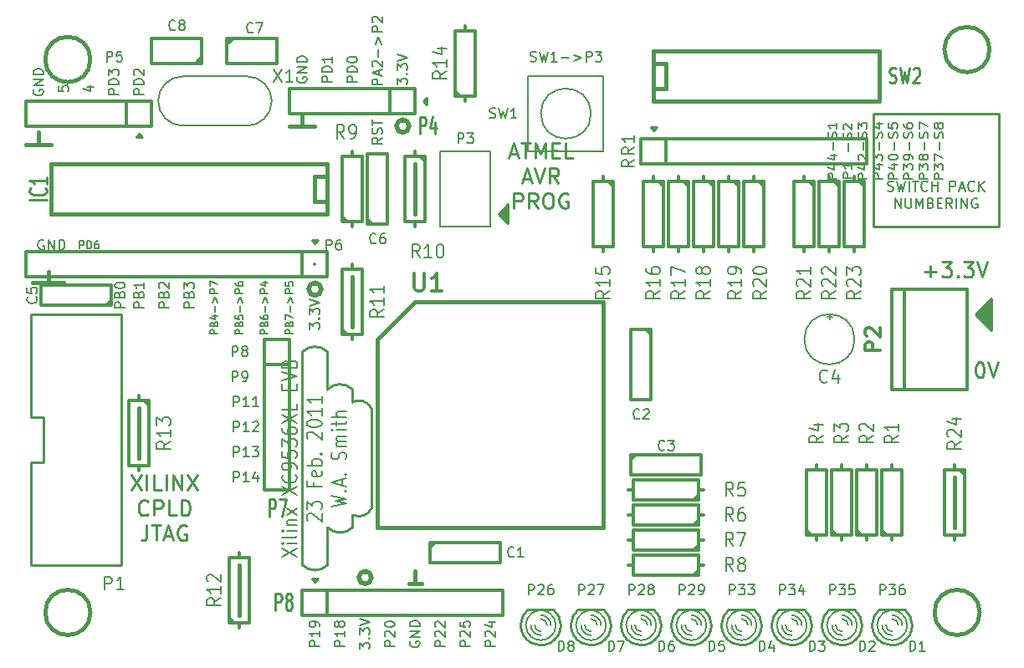
<source format=gto>
%TF.GenerationSoftware,KiCad,Pcbnew,(5.1.9-0-10_14)*%
%TF.CreationDate,2021-04-13T22:01:43-04:00*%
%TF.ProjectId,Xilinx_XC9536XL_EVB,58696c69-6e78-45f5-9843-39353336584c,rev?*%
%TF.SameCoordinates,Original*%
%TF.FileFunction,Legend,Top*%
%TF.FilePolarity,Positive*%
%FSLAX46Y46*%
G04 Gerber Fmt 4.6, Leading zero omitted, Abs format (unit mm)*
G04 Created by KiCad (PCBNEW (5.1.9-0-10_14)) date 2021-04-13 22:01:43*
%MOMM*%
%LPD*%
G01*
G04 APERTURE LIST*
%ADD10C,0.254000*%
%ADD11C,0.203200*%
%ADD12C,0.381000*%
%ADD13C,0.508000*%
%ADD14C,0.190500*%
%ADD15C,0.304800*%
%ADD16C,0.127000*%
%ADD17C,0.152400*%
%ADD18C,0.285750*%
%ADD19C,0.287020*%
%ADD20C,0.271780*%
%ADD21C,0.150000*%
G04 APERTURE END LIST*
D10*
X81280000Y-72390000D02*
X81280000Y-76200000D01*
X83820000Y-71120000D02*
X83820000Y-72390000D01*
X85725000Y-60325000D02*
X85725000Y-70485000D01*
X83820000Y-58420000D02*
X83820000Y-59690000D01*
X81280000Y-54610000D02*
X81280000Y-58420000D01*
X78740000Y-76200000D02*
X78740000Y-54610000D01*
X83820000Y-71120000D02*
G75*
G03*
X85725000Y-70485000I635000J1270000D01*
G01*
X81280000Y-72390000D02*
G75*
G03*
X83820000Y-72390000I1270000J1270000D01*
G01*
X78740000Y-76200000D02*
G75*
G03*
X81280000Y-76200000I1270000J1270000D01*
G01*
X85725000Y-60325000D02*
G75*
G03*
X83820000Y-59690000I-1270000J-635000D01*
G01*
X83820000Y-58420000D02*
G75*
G03*
X81280000Y-58420000I-1270000J-1270000D01*
G01*
X81280000Y-54610000D02*
G75*
G03*
X78740000Y-54610000I-1270000J-1270000D01*
G01*
D11*
X76686228Y-75353333D02*
X78210228Y-74506666D01*
X76686228Y-74506666D02*
X78210228Y-75353333D01*
X78210228Y-74022857D02*
X77194228Y-74022857D01*
X76686228Y-74022857D02*
X76758800Y-74083333D01*
X76831371Y-74022857D01*
X76758800Y-73962380D01*
X76686228Y-74022857D01*
X76831371Y-74022857D01*
X78210228Y-73236666D02*
X78137657Y-73357619D01*
X77992514Y-73418095D01*
X76686228Y-73418095D01*
X78210228Y-72752857D02*
X77194228Y-72752857D01*
X76686228Y-72752857D02*
X76758800Y-72813333D01*
X76831371Y-72752857D01*
X76758800Y-72692380D01*
X76686228Y-72752857D01*
X76831371Y-72752857D01*
X77194228Y-72148095D02*
X78210228Y-72148095D01*
X77339371Y-72148095D02*
X77266800Y-72087619D01*
X77194228Y-71966666D01*
X77194228Y-71785238D01*
X77266800Y-71664285D01*
X77411942Y-71603809D01*
X78210228Y-71603809D01*
X78210228Y-71120000D02*
X77194228Y-70454761D01*
X77194228Y-71120000D02*
X78210228Y-70454761D01*
X76686228Y-69124285D02*
X78210228Y-68277619D01*
X76686228Y-68277619D02*
X78210228Y-69124285D01*
X78065085Y-67068095D02*
X78137657Y-67128571D01*
X78210228Y-67310000D01*
X78210228Y-67430952D01*
X78137657Y-67612380D01*
X77992514Y-67733333D01*
X77847371Y-67793809D01*
X77557085Y-67854285D01*
X77339371Y-67854285D01*
X77049085Y-67793809D01*
X76903942Y-67733333D01*
X76758800Y-67612380D01*
X76686228Y-67430952D01*
X76686228Y-67310000D01*
X76758800Y-67128571D01*
X76831371Y-67068095D01*
X78210228Y-66463333D02*
X78210228Y-66221428D01*
X78137657Y-66100476D01*
X78065085Y-66040000D01*
X77847371Y-65919047D01*
X77557085Y-65858571D01*
X76976514Y-65858571D01*
X76831371Y-65919047D01*
X76758800Y-65979523D01*
X76686228Y-66100476D01*
X76686228Y-66342380D01*
X76758800Y-66463333D01*
X76831371Y-66523809D01*
X76976514Y-66584285D01*
X77339371Y-66584285D01*
X77484514Y-66523809D01*
X77557085Y-66463333D01*
X77629657Y-66342380D01*
X77629657Y-66100476D01*
X77557085Y-65979523D01*
X77484514Y-65919047D01*
X77339371Y-65858571D01*
X76686228Y-64709523D02*
X76686228Y-65314285D01*
X77411942Y-65374761D01*
X77339371Y-65314285D01*
X77266800Y-65193333D01*
X77266800Y-64890952D01*
X77339371Y-64770000D01*
X77411942Y-64709523D01*
X77557085Y-64649047D01*
X77919942Y-64649047D01*
X78065085Y-64709523D01*
X78137657Y-64770000D01*
X78210228Y-64890952D01*
X78210228Y-65193333D01*
X78137657Y-65314285D01*
X78065085Y-65374761D01*
X76686228Y-64225714D02*
X76686228Y-63439523D01*
X77266800Y-63862857D01*
X77266800Y-63681428D01*
X77339371Y-63560476D01*
X77411942Y-63500000D01*
X77557085Y-63439523D01*
X77919942Y-63439523D01*
X78065085Y-63500000D01*
X78137657Y-63560476D01*
X78210228Y-63681428D01*
X78210228Y-64044285D01*
X78137657Y-64165238D01*
X78065085Y-64225714D01*
X76686228Y-62350952D02*
X76686228Y-62592857D01*
X76758800Y-62713809D01*
X76831371Y-62774285D01*
X77049085Y-62895238D01*
X77339371Y-62955714D01*
X77919942Y-62955714D01*
X78065085Y-62895238D01*
X78137657Y-62834761D01*
X78210228Y-62713809D01*
X78210228Y-62471904D01*
X78137657Y-62350952D01*
X78065085Y-62290476D01*
X77919942Y-62230000D01*
X77557085Y-62230000D01*
X77411942Y-62290476D01*
X77339371Y-62350952D01*
X77266800Y-62471904D01*
X77266800Y-62713809D01*
X77339371Y-62834761D01*
X77411942Y-62895238D01*
X77557085Y-62955714D01*
X76686228Y-61806666D02*
X78210228Y-60960000D01*
X76686228Y-60960000D02*
X78210228Y-61806666D01*
X78210228Y-59871428D02*
X78210228Y-60476190D01*
X76686228Y-60476190D01*
X77411942Y-58480476D02*
X77411942Y-58057142D01*
X78210228Y-57875714D02*
X78210228Y-58480476D01*
X76686228Y-58480476D01*
X76686228Y-57875714D01*
X76686228Y-57512857D02*
X78210228Y-57089523D01*
X76686228Y-56666190D01*
X77411942Y-55819523D02*
X77484514Y-55638095D01*
X77557085Y-55577619D01*
X77702228Y-55517142D01*
X77919942Y-55517142D01*
X78065085Y-55577619D01*
X78137657Y-55638095D01*
X78210228Y-55759047D01*
X78210228Y-56242857D01*
X76686228Y-56242857D01*
X76686228Y-55819523D01*
X76758800Y-55698571D01*
X76831371Y-55638095D01*
X76976514Y-55577619D01*
X77121657Y-55577619D01*
X77266800Y-55638095D01*
X77339371Y-55698571D01*
X77411942Y-55819523D01*
X77411942Y-56242857D01*
X79320571Y-71724761D02*
X79248000Y-71664285D01*
X79175428Y-71543333D01*
X79175428Y-71240952D01*
X79248000Y-71120000D01*
X79320571Y-71059523D01*
X79465714Y-70999047D01*
X79610857Y-70999047D01*
X79828571Y-71059523D01*
X80699428Y-71785238D01*
X80699428Y-70999047D01*
X79175428Y-70575714D02*
X79175428Y-69789523D01*
X79756000Y-70212857D01*
X79756000Y-70031428D01*
X79828571Y-69910476D01*
X79901142Y-69850000D01*
X80046285Y-69789523D01*
X80409142Y-69789523D01*
X80554285Y-69850000D01*
X80626857Y-69910476D01*
X80699428Y-70031428D01*
X80699428Y-70394285D01*
X80626857Y-70515238D01*
X80554285Y-70575714D01*
X79901142Y-67854285D02*
X79901142Y-68277619D01*
X80699428Y-68277619D02*
X79175428Y-68277619D01*
X79175428Y-67672857D01*
X80626857Y-66705238D02*
X80699428Y-66826190D01*
X80699428Y-67068095D01*
X80626857Y-67189047D01*
X80481714Y-67249523D01*
X79901142Y-67249523D01*
X79756000Y-67189047D01*
X79683428Y-67068095D01*
X79683428Y-66826190D01*
X79756000Y-66705238D01*
X79901142Y-66644761D01*
X80046285Y-66644761D01*
X80191428Y-67249523D01*
X80699428Y-66100476D02*
X79175428Y-66100476D01*
X79756000Y-66100476D02*
X79683428Y-65979523D01*
X79683428Y-65737619D01*
X79756000Y-65616666D01*
X79828571Y-65556190D01*
X79973714Y-65495714D01*
X80409142Y-65495714D01*
X80554285Y-65556190D01*
X80626857Y-65616666D01*
X80699428Y-65737619D01*
X80699428Y-65979523D01*
X80626857Y-66100476D01*
X80554285Y-64951428D02*
X80626857Y-64890952D01*
X80699428Y-64951428D01*
X80626857Y-65011904D01*
X80554285Y-64951428D01*
X80699428Y-64951428D01*
X79320571Y-63439523D02*
X79248000Y-63379047D01*
X79175428Y-63258095D01*
X79175428Y-62955714D01*
X79248000Y-62834761D01*
X79320571Y-62774285D01*
X79465714Y-62713809D01*
X79610857Y-62713809D01*
X79828571Y-62774285D01*
X80699428Y-63500000D01*
X80699428Y-62713809D01*
X79175428Y-61927619D02*
X79175428Y-61806666D01*
X79248000Y-61685714D01*
X79320571Y-61625238D01*
X79465714Y-61564761D01*
X79756000Y-61504285D01*
X80118857Y-61504285D01*
X80409142Y-61564761D01*
X80554285Y-61625238D01*
X80626857Y-61685714D01*
X80699428Y-61806666D01*
X80699428Y-61927619D01*
X80626857Y-62048571D01*
X80554285Y-62109047D01*
X80409142Y-62169523D01*
X80118857Y-62230000D01*
X79756000Y-62230000D01*
X79465714Y-62169523D01*
X79320571Y-62109047D01*
X79248000Y-62048571D01*
X79175428Y-61927619D01*
X80699428Y-60294761D02*
X80699428Y-61020476D01*
X80699428Y-60657619D02*
X79175428Y-60657619D01*
X79393142Y-60778571D01*
X79538285Y-60899523D01*
X79610857Y-61020476D01*
X80699428Y-59085238D02*
X80699428Y-59810952D01*
X80699428Y-59448095D02*
X79175428Y-59448095D01*
X79393142Y-59569047D01*
X79538285Y-59690000D01*
X79610857Y-59810952D01*
X81664628Y-70273333D02*
X83188628Y-69970952D01*
X82100057Y-69729047D01*
X83188628Y-69487142D01*
X81664628Y-69184761D01*
X83043485Y-68700952D02*
X83116057Y-68640476D01*
X83188628Y-68700952D01*
X83116057Y-68761428D01*
X83043485Y-68700952D01*
X83188628Y-68700952D01*
X82753200Y-68156666D02*
X82753200Y-67551904D01*
X83188628Y-68277619D02*
X81664628Y-67854285D01*
X83188628Y-67430952D01*
X83043485Y-67007619D02*
X83116057Y-66947142D01*
X83188628Y-67007619D01*
X83116057Y-67068095D01*
X83043485Y-67007619D01*
X83188628Y-67007619D01*
X83116057Y-65495714D02*
X83188628Y-65314285D01*
X83188628Y-65011904D01*
X83116057Y-64890952D01*
X83043485Y-64830476D01*
X82898342Y-64770000D01*
X82753200Y-64770000D01*
X82608057Y-64830476D01*
X82535485Y-64890952D01*
X82462914Y-65011904D01*
X82390342Y-65253809D01*
X82317771Y-65374761D01*
X82245200Y-65435238D01*
X82100057Y-65495714D01*
X81954914Y-65495714D01*
X81809771Y-65435238D01*
X81737200Y-65374761D01*
X81664628Y-65253809D01*
X81664628Y-64951428D01*
X81737200Y-64770000D01*
X83188628Y-64225714D02*
X82172628Y-64225714D01*
X82317771Y-64225714D02*
X82245200Y-64165238D01*
X82172628Y-64044285D01*
X82172628Y-63862857D01*
X82245200Y-63741904D01*
X82390342Y-63681428D01*
X83188628Y-63681428D01*
X82390342Y-63681428D02*
X82245200Y-63620952D01*
X82172628Y-63500000D01*
X82172628Y-63318571D01*
X82245200Y-63197619D01*
X82390342Y-63137142D01*
X83188628Y-63137142D01*
X83188628Y-62532380D02*
X82172628Y-62532380D01*
X81664628Y-62532380D02*
X81737200Y-62592857D01*
X81809771Y-62532380D01*
X81737200Y-62471904D01*
X81664628Y-62532380D01*
X81809771Y-62532380D01*
X82172628Y-62109047D02*
X82172628Y-61625238D01*
X81664628Y-61927619D02*
X82970914Y-61927619D01*
X83116057Y-61867142D01*
X83188628Y-61746190D01*
X83188628Y-61625238D01*
X83188628Y-61201904D02*
X81664628Y-61201904D01*
X83188628Y-60657619D02*
X82390342Y-60657619D01*
X82245200Y-60718095D01*
X82172628Y-60839047D01*
X82172628Y-61020476D01*
X82245200Y-61141428D01*
X82317771Y-61201904D01*
D12*
X83820000Y-46990000D02*
X83820000Y-52070000D01*
X62230000Y-60325000D02*
X62230000Y-65405000D01*
X72390000Y-76200000D02*
X72390000Y-81280000D01*
X144780000Y-67310000D02*
X144780000Y-72390000D01*
X90170000Y-35560000D02*
X90170000Y-40640000D01*
D10*
X136525000Y-41910000D02*
X136525000Y-30480000D01*
X149225000Y-41910000D02*
X136525000Y-41910000D01*
X149225000Y-30480000D02*
X149225000Y-41910000D01*
X136525000Y-30480000D02*
X149225000Y-30480000D01*
D11*
X137988523Y-38282638D02*
X138133666Y-38331019D01*
X138375571Y-38331019D01*
X138472333Y-38282638D01*
X138520714Y-38234257D01*
X138569095Y-38137495D01*
X138569095Y-38040733D01*
X138520714Y-37943971D01*
X138472333Y-37895590D01*
X138375571Y-37847209D01*
X138182047Y-37798828D01*
X138085285Y-37750447D01*
X138036904Y-37702066D01*
X137988523Y-37605304D01*
X137988523Y-37508542D01*
X138036904Y-37411780D01*
X138085285Y-37363400D01*
X138182047Y-37315019D01*
X138423952Y-37315019D01*
X138569095Y-37363400D01*
X138907761Y-37315019D02*
X139149666Y-38331019D01*
X139343190Y-37605304D01*
X139536714Y-38331019D01*
X139778619Y-37315019D01*
X140165666Y-38331019D02*
X140165666Y-37315019D01*
X140504333Y-37315019D02*
X141084904Y-37315019D01*
X140794619Y-38331019D02*
X140794619Y-37315019D01*
X142004142Y-38234257D02*
X141955761Y-38282638D01*
X141810619Y-38331019D01*
X141713857Y-38331019D01*
X141568714Y-38282638D01*
X141471952Y-38185876D01*
X141423571Y-38089114D01*
X141375190Y-37895590D01*
X141375190Y-37750447D01*
X141423571Y-37556923D01*
X141471952Y-37460161D01*
X141568714Y-37363400D01*
X141713857Y-37315019D01*
X141810619Y-37315019D01*
X141955761Y-37363400D01*
X142004142Y-37411780D01*
X142439571Y-38331019D02*
X142439571Y-37315019D01*
X142439571Y-37798828D02*
X143020142Y-37798828D01*
X143020142Y-38331019D02*
X143020142Y-37315019D01*
X144278047Y-38331019D02*
X144278047Y-37315019D01*
X144665095Y-37315019D01*
X144761857Y-37363400D01*
X144810238Y-37411780D01*
X144858619Y-37508542D01*
X144858619Y-37653685D01*
X144810238Y-37750447D01*
X144761857Y-37798828D01*
X144665095Y-37847209D01*
X144278047Y-37847209D01*
X145245666Y-38040733D02*
X145729476Y-38040733D01*
X145148904Y-38331019D02*
X145487571Y-37315019D01*
X145826238Y-38331019D01*
X146745476Y-38234257D02*
X146697095Y-38282638D01*
X146551952Y-38331019D01*
X146455190Y-38331019D01*
X146310047Y-38282638D01*
X146213285Y-38185876D01*
X146164904Y-38089114D01*
X146116523Y-37895590D01*
X146116523Y-37750447D01*
X146164904Y-37556923D01*
X146213285Y-37460161D01*
X146310047Y-37363400D01*
X146455190Y-37315019D01*
X146551952Y-37315019D01*
X146697095Y-37363400D01*
X146745476Y-37411780D01*
X147180904Y-38331019D02*
X147180904Y-37315019D01*
X147761476Y-38331019D02*
X147326047Y-37750447D01*
X147761476Y-37315019D02*
X147180904Y-37895590D01*
X138714238Y-40058219D02*
X138714238Y-39042219D01*
X139294809Y-40058219D01*
X139294809Y-39042219D01*
X139778619Y-39042219D02*
X139778619Y-39864695D01*
X139827000Y-39961457D01*
X139875380Y-40009838D01*
X139972142Y-40058219D01*
X140165666Y-40058219D01*
X140262428Y-40009838D01*
X140310809Y-39961457D01*
X140359190Y-39864695D01*
X140359190Y-39042219D01*
X140843000Y-40058219D02*
X140843000Y-39042219D01*
X141181666Y-39767933D01*
X141520333Y-39042219D01*
X141520333Y-40058219D01*
X142342809Y-39526028D02*
X142487952Y-39574409D01*
X142536333Y-39622790D01*
X142584714Y-39719552D01*
X142584714Y-39864695D01*
X142536333Y-39961457D01*
X142487952Y-40009838D01*
X142391190Y-40058219D01*
X142004142Y-40058219D01*
X142004142Y-39042219D01*
X142342809Y-39042219D01*
X142439571Y-39090600D01*
X142487952Y-39138980D01*
X142536333Y-39235742D01*
X142536333Y-39332504D01*
X142487952Y-39429266D01*
X142439571Y-39477647D01*
X142342809Y-39526028D01*
X142004142Y-39526028D01*
X143020142Y-39526028D02*
X143358809Y-39526028D01*
X143503952Y-40058219D02*
X143020142Y-40058219D01*
X143020142Y-39042219D01*
X143503952Y-39042219D01*
X144519952Y-40058219D02*
X144181285Y-39574409D01*
X143939380Y-40058219D02*
X143939380Y-39042219D01*
X144326428Y-39042219D01*
X144423190Y-39090600D01*
X144471571Y-39138980D01*
X144519952Y-39235742D01*
X144519952Y-39380885D01*
X144471571Y-39477647D01*
X144423190Y-39526028D01*
X144326428Y-39574409D01*
X143939380Y-39574409D01*
X144955380Y-40058219D02*
X144955380Y-39042219D01*
X145439190Y-40058219D02*
X145439190Y-39042219D01*
X146019761Y-40058219D01*
X146019761Y-39042219D01*
X147035761Y-39090600D02*
X146939000Y-39042219D01*
X146793857Y-39042219D01*
X146648714Y-39090600D01*
X146551952Y-39187361D01*
X146503571Y-39284123D01*
X146455190Y-39477647D01*
X146455190Y-39622790D01*
X146503571Y-39816314D01*
X146551952Y-39913076D01*
X146648714Y-40009838D01*
X146793857Y-40058219D01*
X146890619Y-40058219D01*
X147035761Y-40009838D01*
X147084142Y-39961457D01*
X147084142Y-39622790D01*
X146890619Y-39622790D01*
X132818716Y-37120285D02*
X131929716Y-37120285D01*
X131929716Y-36733238D01*
X131972050Y-36636476D01*
X132014383Y-36588095D01*
X132099050Y-36539714D01*
X132226050Y-36539714D01*
X132310716Y-36588095D01*
X132353050Y-36636476D01*
X132395383Y-36733238D01*
X132395383Y-37120285D01*
X132226050Y-35668857D02*
X132818716Y-35668857D01*
X131887383Y-35910761D02*
X132522383Y-36152666D01*
X132522383Y-35523714D01*
X132226050Y-34701238D02*
X132818716Y-34701238D01*
X131887383Y-34943142D02*
X132522383Y-35185047D01*
X132522383Y-34556095D01*
X132480050Y-34169047D02*
X132480050Y-33394952D01*
X132776383Y-32959523D02*
X132818716Y-32814380D01*
X132818716Y-32572476D01*
X132776383Y-32475714D01*
X132734050Y-32427333D01*
X132649383Y-32378952D01*
X132564716Y-32378952D01*
X132480050Y-32427333D01*
X132437716Y-32475714D01*
X132395383Y-32572476D01*
X132353050Y-32766000D01*
X132310716Y-32862761D01*
X132268383Y-32911142D01*
X132183716Y-32959523D01*
X132099050Y-32959523D01*
X132014383Y-32911142D01*
X131972050Y-32862761D01*
X131929716Y-32766000D01*
X131929716Y-32524095D01*
X131972050Y-32378952D01*
X132818716Y-31411333D02*
X132818716Y-31991904D01*
X132818716Y-31701619D02*
X131929716Y-31701619D01*
X132056716Y-31798380D01*
X132141383Y-31895142D01*
X132183716Y-31991904D01*
X134355416Y-37023523D02*
X133466416Y-37023523D01*
X133466416Y-36636476D01*
X133508750Y-36539714D01*
X133551083Y-36491333D01*
X133635750Y-36442952D01*
X133762750Y-36442952D01*
X133847416Y-36491333D01*
X133889750Y-36539714D01*
X133932083Y-36636476D01*
X133932083Y-37023523D01*
X134355416Y-35475333D02*
X134355416Y-36055904D01*
X134355416Y-35765619D02*
X133466416Y-35765619D01*
X133593416Y-35862380D01*
X133678083Y-35959142D01*
X133720416Y-36055904D01*
X134016750Y-34265809D02*
X134016750Y-33491714D01*
X134313083Y-33056285D02*
X134355416Y-32911142D01*
X134355416Y-32669238D01*
X134313083Y-32572476D01*
X134270750Y-32524095D01*
X134186083Y-32475714D01*
X134101416Y-32475714D01*
X134016750Y-32524095D01*
X133974416Y-32572476D01*
X133932083Y-32669238D01*
X133889750Y-32862761D01*
X133847416Y-32959523D01*
X133805083Y-33007904D01*
X133720416Y-33056285D01*
X133635750Y-33056285D01*
X133551083Y-33007904D01*
X133508750Y-32959523D01*
X133466416Y-32862761D01*
X133466416Y-32620857D01*
X133508750Y-32475714D01*
X133551083Y-32088666D02*
X133508750Y-32040285D01*
X133466416Y-31943523D01*
X133466416Y-31701619D01*
X133508750Y-31604857D01*
X133551083Y-31556476D01*
X133635750Y-31508095D01*
X133720416Y-31508095D01*
X133847416Y-31556476D01*
X134355416Y-32137047D01*
X134355416Y-31508095D01*
X135892116Y-37120285D02*
X135003116Y-37120285D01*
X135003116Y-36733238D01*
X135045450Y-36636476D01*
X135087783Y-36588095D01*
X135172450Y-36539714D01*
X135299450Y-36539714D01*
X135384116Y-36588095D01*
X135426450Y-36636476D01*
X135468783Y-36733238D01*
X135468783Y-37120285D01*
X135299450Y-35668857D02*
X135892116Y-35668857D01*
X134960783Y-35910761D02*
X135595783Y-36152666D01*
X135595783Y-35523714D01*
X135087783Y-35185047D02*
X135045450Y-35136666D01*
X135003116Y-35039904D01*
X135003116Y-34798000D01*
X135045450Y-34701238D01*
X135087783Y-34652857D01*
X135172450Y-34604476D01*
X135257116Y-34604476D01*
X135384116Y-34652857D01*
X135892116Y-35233428D01*
X135892116Y-34604476D01*
X135553450Y-34169047D02*
X135553450Y-33394952D01*
X135849783Y-32959523D02*
X135892116Y-32814380D01*
X135892116Y-32572476D01*
X135849783Y-32475714D01*
X135807450Y-32427333D01*
X135722783Y-32378952D01*
X135638116Y-32378952D01*
X135553450Y-32427333D01*
X135511116Y-32475714D01*
X135468783Y-32572476D01*
X135426450Y-32766000D01*
X135384116Y-32862761D01*
X135341783Y-32911142D01*
X135257116Y-32959523D01*
X135172450Y-32959523D01*
X135087783Y-32911142D01*
X135045450Y-32862761D01*
X135003116Y-32766000D01*
X135003116Y-32524095D01*
X135045450Y-32378952D01*
X135003116Y-32040285D02*
X135003116Y-31411333D01*
X135341783Y-31750000D01*
X135341783Y-31604857D01*
X135384116Y-31508095D01*
X135426450Y-31459714D01*
X135511116Y-31411333D01*
X135722783Y-31411333D01*
X135807450Y-31459714D01*
X135849783Y-31508095D01*
X135892116Y-31604857D01*
X135892116Y-31895142D01*
X135849783Y-31991904D01*
X135807450Y-32040285D01*
X137428816Y-37120285D02*
X136539816Y-37120285D01*
X136539816Y-36733238D01*
X136582150Y-36636476D01*
X136624483Y-36588095D01*
X136709150Y-36539714D01*
X136836150Y-36539714D01*
X136920816Y-36588095D01*
X136963150Y-36636476D01*
X137005483Y-36733238D01*
X137005483Y-37120285D01*
X136836150Y-35668857D02*
X137428816Y-35668857D01*
X136497483Y-35910761D02*
X137132483Y-36152666D01*
X137132483Y-35523714D01*
X136539816Y-35233428D02*
X136539816Y-34604476D01*
X136878483Y-34943142D01*
X136878483Y-34798000D01*
X136920816Y-34701238D01*
X136963150Y-34652857D01*
X137047816Y-34604476D01*
X137259483Y-34604476D01*
X137344150Y-34652857D01*
X137386483Y-34701238D01*
X137428816Y-34798000D01*
X137428816Y-35088285D01*
X137386483Y-35185047D01*
X137344150Y-35233428D01*
X137090150Y-34169047D02*
X137090150Y-33394952D01*
X137386483Y-32959523D02*
X137428816Y-32814380D01*
X137428816Y-32572476D01*
X137386483Y-32475714D01*
X137344150Y-32427333D01*
X137259483Y-32378952D01*
X137174816Y-32378952D01*
X137090150Y-32427333D01*
X137047816Y-32475714D01*
X137005483Y-32572476D01*
X136963150Y-32766000D01*
X136920816Y-32862761D01*
X136878483Y-32911142D01*
X136793816Y-32959523D01*
X136709150Y-32959523D01*
X136624483Y-32911142D01*
X136582150Y-32862761D01*
X136539816Y-32766000D01*
X136539816Y-32524095D01*
X136582150Y-32378952D01*
X136836150Y-31508095D02*
X137428816Y-31508095D01*
X136497483Y-31750000D02*
X137132483Y-31991904D01*
X137132483Y-31362952D01*
X138965516Y-37120285D02*
X138076516Y-37120285D01*
X138076516Y-36733238D01*
X138118850Y-36636476D01*
X138161183Y-36588095D01*
X138245850Y-36539714D01*
X138372850Y-36539714D01*
X138457516Y-36588095D01*
X138499850Y-36636476D01*
X138542183Y-36733238D01*
X138542183Y-37120285D01*
X138372850Y-35668857D02*
X138965516Y-35668857D01*
X138034183Y-35910761D02*
X138669183Y-36152666D01*
X138669183Y-35523714D01*
X138076516Y-34943142D02*
X138076516Y-34846380D01*
X138118850Y-34749619D01*
X138161183Y-34701238D01*
X138245850Y-34652857D01*
X138415183Y-34604476D01*
X138626850Y-34604476D01*
X138796183Y-34652857D01*
X138880850Y-34701238D01*
X138923183Y-34749619D01*
X138965516Y-34846380D01*
X138965516Y-34943142D01*
X138923183Y-35039904D01*
X138880850Y-35088285D01*
X138796183Y-35136666D01*
X138626850Y-35185047D01*
X138415183Y-35185047D01*
X138245850Y-35136666D01*
X138161183Y-35088285D01*
X138118850Y-35039904D01*
X138076516Y-34943142D01*
X138626850Y-34169047D02*
X138626850Y-33394952D01*
X138923183Y-32959523D02*
X138965516Y-32814380D01*
X138965516Y-32572476D01*
X138923183Y-32475714D01*
X138880850Y-32427333D01*
X138796183Y-32378952D01*
X138711516Y-32378952D01*
X138626850Y-32427333D01*
X138584516Y-32475714D01*
X138542183Y-32572476D01*
X138499850Y-32766000D01*
X138457516Y-32862761D01*
X138415183Y-32911142D01*
X138330516Y-32959523D01*
X138245850Y-32959523D01*
X138161183Y-32911142D01*
X138118850Y-32862761D01*
X138076516Y-32766000D01*
X138076516Y-32524095D01*
X138118850Y-32378952D01*
X138076516Y-31459714D02*
X138076516Y-31943523D01*
X138499850Y-31991904D01*
X138457516Y-31943523D01*
X138415183Y-31846761D01*
X138415183Y-31604857D01*
X138457516Y-31508095D01*
X138499850Y-31459714D01*
X138584516Y-31411333D01*
X138796183Y-31411333D01*
X138880850Y-31459714D01*
X138923183Y-31508095D01*
X138965516Y-31604857D01*
X138965516Y-31846761D01*
X138923183Y-31943523D01*
X138880850Y-31991904D01*
X140502216Y-37120285D02*
X139613216Y-37120285D01*
X139613216Y-36733238D01*
X139655550Y-36636476D01*
X139697883Y-36588095D01*
X139782550Y-36539714D01*
X139909550Y-36539714D01*
X139994216Y-36588095D01*
X140036550Y-36636476D01*
X140078883Y-36733238D01*
X140078883Y-37120285D01*
X139613216Y-36201047D02*
X139613216Y-35572095D01*
X139951883Y-35910761D01*
X139951883Y-35765619D01*
X139994216Y-35668857D01*
X140036550Y-35620476D01*
X140121216Y-35572095D01*
X140332883Y-35572095D01*
X140417550Y-35620476D01*
X140459883Y-35668857D01*
X140502216Y-35765619D01*
X140502216Y-36055904D01*
X140459883Y-36152666D01*
X140417550Y-36201047D01*
X140502216Y-35088285D02*
X140502216Y-34894761D01*
X140459883Y-34798000D01*
X140417550Y-34749619D01*
X140290550Y-34652857D01*
X140121216Y-34604476D01*
X139782550Y-34604476D01*
X139697883Y-34652857D01*
X139655550Y-34701238D01*
X139613216Y-34798000D01*
X139613216Y-34991523D01*
X139655550Y-35088285D01*
X139697883Y-35136666D01*
X139782550Y-35185047D01*
X139994216Y-35185047D01*
X140078883Y-35136666D01*
X140121216Y-35088285D01*
X140163550Y-34991523D01*
X140163550Y-34798000D01*
X140121216Y-34701238D01*
X140078883Y-34652857D01*
X139994216Y-34604476D01*
X140163550Y-34169047D02*
X140163550Y-33394952D01*
X140459883Y-32959523D02*
X140502216Y-32814380D01*
X140502216Y-32572476D01*
X140459883Y-32475714D01*
X140417550Y-32427333D01*
X140332883Y-32378952D01*
X140248216Y-32378952D01*
X140163550Y-32427333D01*
X140121216Y-32475714D01*
X140078883Y-32572476D01*
X140036550Y-32766000D01*
X139994216Y-32862761D01*
X139951883Y-32911142D01*
X139867216Y-32959523D01*
X139782550Y-32959523D01*
X139697883Y-32911142D01*
X139655550Y-32862761D01*
X139613216Y-32766000D01*
X139613216Y-32524095D01*
X139655550Y-32378952D01*
X139613216Y-31508095D02*
X139613216Y-31701619D01*
X139655550Y-31798380D01*
X139697883Y-31846761D01*
X139824883Y-31943523D01*
X139994216Y-31991904D01*
X140332883Y-31991904D01*
X140417550Y-31943523D01*
X140459883Y-31895142D01*
X140502216Y-31798380D01*
X140502216Y-31604857D01*
X140459883Y-31508095D01*
X140417550Y-31459714D01*
X140332883Y-31411333D01*
X140121216Y-31411333D01*
X140036550Y-31459714D01*
X139994216Y-31508095D01*
X139951883Y-31604857D01*
X139951883Y-31798380D01*
X139994216Y-31895142D01*
X140036550Y-31943523D01*
X140121216Y-31991904D01*
X142038916Y-37120285D02*
X141149916Y-37120285D01*
X141149916Y-36733238D01*
X141192250Y-36636476D01*
X141234583Y-36588095D01*
X141319250Y-36539714D01*
X141446250Y-36539714D01*
X141530916Y-36588095D01*
X141573250Y-36636476D01*
X141615583Y-36733238D01*
X141615583Y-37120285D01*
X141149916Y-36201047D02*
X141149916Y-35572095D01*
X141488583Y-35910761D01*
X141488583Y-35765619D01*
X141530916Y-35668857D01*
X141573250Y-35620476D01*
X141657916Y-35572095D01*
X141869583Y-35572095D01*
X141954250Y-35620476D01*
X141996583Y-35668857D01*
X142038916Y-35765619D01*
X142038916Y-36055904D01*
X141996583Y-36152666D01*
X141954250Y-36201047D01*
X141530916Y-34991523D02*
X141488583Y-35088285D01*
X141446250Y-35136666D01*
X141361583Y-35185047D01*
X141319250Y-35185047D01*
X141234583Y-35136666D01*
X141192250Y-35088285D01*
X141149916Y-34991523D01*
X141149916Y-34798000D01*
X141192250Y-34701238D01*
X141234583Y-34652857D01*
X141319250Y-34604476D01*
X141361583Y-34604476D01*
X141446250Y-34652857D01*
X141488583Y-34701238D01*
X141530916Y-34798000D01*
X141530916Y-34991523D01*
X141573250Y-35088285D01*
X141615583Y-35136666D01*
X141700250Y-35185047D01*
X141869583Y-35185047D01*
X141954250Y-35136666D01*
X141996583Y-35088285D01*
X142038916Y-34991523D01*
X142038916Y-34798000D01*
X141996583Y-34701238D01*
X141954250Y-34652857D01*
X141869583Y-34604476D01*
X141700250Y-34604476D01*
X141615583Y-34652857D01*
X141573250Y-34701238D01*
X141530916Y-34798000D01*
X141700250Y-34169047D02*
X141700250Y-33394952D01*
X141996583Y-32959523D02*
X142038916Y-32814380D01*
X142038916Y-32572476D01*
X141996583Y-32475714D01*
X141954250Y-32427333D01*
X141869583Y-32378952D01*
X141784916Y-32378952D01*
X141700250Y-32427333D01*
X141657916Y-32475714D01*
X141615583Y-32572476D01*
X141573250Y-32766000D01*
X141530916Y-32862761D01*
X141488583Y-32911142D01*
X141403916Y-32959523D01*
X141319250Y-32959523D01*
X141234583Y-32911142D01*
X141192250Y-32862761D01*
X141149916Y-32766000D01*
X141149916Y-32524095D01*
X141192250Y-32378952D01*
X141149916Y-32040285D02*
X141149916Y-31362952D01*
X142038916Y-31798380D01*
X143575616Y-37120285D02*
X142686616Y-37120285D01*
X142686616Y-36733238D01*
X142728950Y-36636476D01*
X142771283Y-36588095D01*
X142855950Y-36539714D01*
X142982950Y-36539714D01*
X143067616Y-36588095D01*
X143109950Y-36636476D01*
X143152283Y-36733238D01*
X143152283Y-37120285D01*
X142686616Y-36201047D02*
X142686616Y-35572095D01*
X143025283Y-35910761D01*
X143025283Y-35765619D01*
X143067616Y-35668857D01*
X143109950Y-35620476D01*
X143194616Y-35572095D01*
X143406283Y-35572095D01*
X143490950Y-35620476D01*
X143533283Y-35668857D01*
X143575616Y-35765619D01*
X143575616Y-36055904D01*
X143533283Y-36152666D01*
X143490950Y-36201047D01*
X142686616Y-35233428D02*
X142686616Y-34556095D01*
X143575616Y-34991523D01*
X143236950Y-34169047D02*
X143236950Y-33394952D01*
X143533283Y-32959523D02*
X143575616Y-32814380D01*
X143575616Y-32572476D01*
X143533283Y-32475714D01*
X143490950Y-32427333D01*
X143406283Y-32378952D01*
X143321616Y-32378952D01*
X143236950Y-32427333D01*
X143194616Y-32475714D01*
X143152283Y-32572476D01*
X143109950Y-32766000D01*
X143067616Y-32862761D01*
X143025283Y-32911142D01*
X142940616Y-32959523D01*
X142855950Y-32959523D01*
X142771283Y-32911142D01*
X142728950Y-32862761D01*
X142686616Y-32766000D01*
X142686616Y-32524095D01*
X142728950Y-32378952D01*
X143067616Y-31798380D02*
X143025283Y-31895142D01*
X142982950Y-31943523D01*
X142898283Y-31991904D01*
X142855950Y-31991904D01*
X142771283Y-31943523D01*
X142728950Y-31895142D01*
X142686616Y-31798380D01*
X142686616Y-31604857D01*
X142728950Y-31508095D01*
X142771283Y-31459714D01*
X142855950Y-31411333D01*
X142898283Y-31411333D01*
X142982950Y-31459714D01*
X143025283Y-31508095D01*
X143067616Y-31604857D01*
X143067616Y-31798380D01*
X143109950Y-31895142D01*
X143152283Y-31943523D01*
X143236950Y-31991904D01*
X143406283Y-31991904D01*
X143490950Y-31943523D01*
X143533283Y-31895142D01*
X143575616Y-31798380D01*
X143575616Y-31604857D01*
X143533283Y-31508095D01*
X143490950Y-31459714D01*
X143406283Y-31411333D01*
X143236950Y-31411333D01*
X143152283Y-31459714D01*
X143109950Y-31508095D01*
X143067616Y-31604857D01*
D13*
X89535000Y-31750000D02*
G75*
G03*
X89535000Y-31750000I-635000J0D01*
G01*
D12*
X77470000Y-31750000D02*
X80010000Y-31750000D01*
X78740000Y-30480000D02*
X78740000Y-31750000D01*
X50800000Y-33655000D02*
X53340000Y-33655000D01*
X52070000Y-32385000D02*
X52070000Y-33655000D01*
X53086000Y-47625000D02*
X53086000Y-46482000D01*
D13*
X80645000Y-48260000D02*
G75*
G03*
X80645000Y-48260000I-635000J0D01*
G01*
D12*
X51435000Y-47625000D02*
X54610000Y-47625000D01*
X90170000Y-78105000D02*
X90170000Y-76835000D01*
X89535000Y-78105000D02*
X90805000Y-78105000D01*
D13*
X85725000Y-77470000D02*
G75*
G03*
X85725000Y-77470000I-635000J0D01*
G01*
D11*
X98249619Y-84418714D02*
X97233619Y-84418714D01*
X97233619Y-84031666D01*
X97282000Y-83934904D01*
X97330380Y-83886523D01*
X97427142Y-83838142D01*
X97572285Y-83838142D01*
X97669047Y-83886523D01*
X97717428Y-83934904D01*
X97765809Y-84031666D01*
X97765809Y-84418714D01*
X97330380Y-83451095D02*
X97282000Y-83402714D01*
X97233619Y-83305952D01*
X97233619Y-83064047D01*
X97282000Y-82967285D01*
X97330380Y-82918904D01*
X97427142Y-82870523D01*
X97523904Y-82870523D01*
X97669047Y-82918904D01*
X98249619Y-83499476D01*
X98249619Y-82870523D01*
X97572285Y-81999666D02*
X98249619Y-81999666D01*
X97185238Y-82241571D02*
X97910952Y-82483476D01*
X97910952Y-81854523D01*
X95709619Y-84418714D02*
X94693619Y-84418714D01*
X94693619Y-84031666D01*
X94742000Y-83934904D01*
X94790380Y-83886523D01*
X94887142Y-83838142D01*
X95032285Y-83838142D01*
X95129047Y-83886523D01*
X95177428Y-83934904D01*
X95225809Y-84031666D01*
X95225809Y-84418714D01*
X94790380Y-83451095D02*
X94742000Y-83402714D01*
X94693619Y-83305952D01*
X94693619Y-83064047D01*
X94742000Y-82967285D01*
X94790380Y-82918904D01*
X94887142Y-82870523D01*
X94983904Y-82870523D01*
X95129047Y-82918904D01*
X95709619Y-83499476D01*
X95709619Y-82870523D01*
X94693619Y-81951285D02*
X94693619Y-82435095D01*
X95177428Y-82483476D01*
X95129047Y-82435095D01*
X95080666Y-82338333D01*
X95080666Y-82096428D01*
X95129047Y-81999666D01*
X95177428Y-81951285D01*
X95274190Y-81902904D01*
X95516095Y-81902904D01*
X95612857Y-81951285D01*
X95661238Y-81999666D01*
X95709619Y-82096428D01*
X95709619Y-82338333D01*
X95661238Y-82435095D01*
X95612857Y-82483476D01*
X93169619Y-84418714D02*
X92153619Y-84418714D01*
X92153619Y-84031666D01*
X92202000Y-83934904D01*
X92250380Y-83886523D01*
X92347142Y-83838142D01*
X92492285Y-83838142D01*
X92589047Y-83886523D01*
X92637428Y-83934904D01*
X92685809Y-84031666D01*
X92685809Y-84418714D01*
X92250380Y-83451095D02*
X92202000Y-83402714D01*
X92153619Y-83305952D01*
X92153619Y-83064047D01*
X92202000Y-82967285D01*
X92250380Y-82918904D01*
X92347142Y-82870523D01*
X92443904Y-82870523D01*
X92589047Y-82918904D01*
X93169619Y-83499476D01*
X93169619Y-82870523D01*
X92250380Y-82483476D02*
X92202000Y-82435095D01*
X92153619Y-82338333D01*
X92153619Y-82096428D01*
X92202000Y-81999666D01*
X92250380Y-81951285D01*
X92347142Y-81902904D01*
X92443904Y-81902904D01*
X92589047Y-81951285D01*
X93169619Y-82531857D01*
X93169619Y-81902904D01*
X89662000Y-83959095D02*
X89613619Y-84055857D01*
X89613619Y-84201000D01*
X89662000Y-84346142D01*
X89758761Y-84442904D01*
X89855523Y-84491285D01*
X90049047Y-84539666D01*
X90194190Y-84539666D01*
X90387714Y-84491285D01*
X90484476Y-84442904D01*
X90581238Y-84346142D01*
X90629619Y-84201000D01*
X90629619Y-84104238D01*
X90581238Y-83959095D01*
X90532857Y-83910714D01*
X90194190Y-83910714D01*
X90194190Y-84104238D01*
X90629619Y-83475285D02*
X89613619Y-83475285D01*
X90629619Y-82894714D01*
X89613619Y-82894714D01*
X90629619Y-82410904D02*
X89613619Y-82410904D01*
X89613619Y-82169000D01*
X89662000Y-82023857D01*
X89758761Y-81927095D01*
X89855523Y-81878714D01*
X90049047Y-81830333D01*
X90194190Y-81830333D01*
X90387714Y-81878714D01*
X90484476Y-81927095D01*
X90581238Y-82023857D01*
X90629619Y-82169000D01*
X90629619Y-82410904D01*
X88089619Y-84418714D02*
X87073619Y-84418714D01*
X87073619Y-84031666D01*
X87122000Y-83934904D01*
X87170380Y-83886523D01*
X87267142Y-83838142D01*
X87412285Y-83838142D01*
X87509047Y-83886523D01*
X87557428Y-83934904D01*
X87605809Y-84031666D01*
X87605809Y-84418714D01*
X87170380Y-83451095D02*
X87122000Y-83402714D01*
X87073619Y-83305952D01*
X87073619Y-83064047D01*
X87122000Y-82967285D01*
X87170380Y-82918904D01*
X87267142Y-82870523D01*
X87363904Y-82870523D01*
X87509047Y-82918904D01*
X88089619Y-83499476D01*
X88089619Y-82870523D01*
X87073619Y-82241571D02*
X87073619Y-82144809D01*
X87122000Y-82048047D01*
X87170380Y-81999666D01*
X87267142Y-81951285D01*
X87460666Y-81902904D01*
X87702571Y-81902904D01*
X87896095Y-81951285D01*
X87992857Y-81999666D01*
X88041238Y-82048047D01*
X88089619Y-82144809D01*
X88089619Y-82241571D01*
X88041238Y-82338333D01*
X87992857Y-82386714D01*
X87896095Y-82435095D01*
X87702571Y-82483476D01*
X87460666Y-82483476D01*
X87267142Y-82435095D01*
X87170380Y-82386714D01*
X87122000Y-82338333D01*
X87073619Y-82241571D01*
X84533619Y-84684809D02*
X84533619Y-84055857D01*
X84920666Y-84394523D01*
X84920666Y-84249380D01*
X84969047Y-84152619D01*
X85017428Y-84104238D01*
X85114190Y-84055857D01*
X85356095Y-84055857D01*
X85452857Y-84104238D01*
X85501238Y-84152619D01*
X85549619Y-84249380D01*
X85549619Y-84539666D01*
X85501238Y-84636428D01*
X85452857Y-84684809D01*
X85452857Y-83620428D02*
X85501238Y-83572047D01*
X85549619Y-83620428D01*
X85501238Y-83668809D01*
X85452857Y-83620428D01*
X85549619Y-83620428D01*
X84533619Y-83233380D02*
X84533619Y-82604428D01*
X84920666Y-82943095D01*
X84920666Y-82797952D01*
X84969047Y-82701190D01*
X85017428Y-82652809D01*
X85114190Y-82604428D01*
X85356095Y-82604428D01*
X85452857Y-82652809D01*
X85501238Y-82701190D01*
X85549619Y-82797952D01*
X85549619Y-83088238D01*
X85501238Y-83185000D01*
X85452857Y-83233380D01*
X84533619Y-82314142D02*
X85549619Y-81975476D01*
X84533619Y-81636809D01*
X83009619Y-84418714D02*
X81993619Y-84418714D01*
X81993619Y-84031666D01*
X82042000Y-83934904D01*
X82090380Y-83886523D01*
X82187142Y-83838142D01*
X82332285Y-83838142D01*
X82429047Y-83886523D01*
X82477428Y-83934904D01*
X82525809Y-84031666D01*
X82525809Y-84418714D01*
X83009619Y-82870523D02*
X83009619Y-83451095D01*
X83009619Y-83160809D02*
X81993619Y-83160809D01*
X82138761Y-83257571D01*
X82235523Y-83354333D01*
X82283904Y-83451095D01*
X82429047Y-82289952D02*
X82380666Y-82386714D01*
X82332285Y-82435095D01*
X82235523Y-82483476D01*
X82187142Y-82483476D01*
X82090380Y-82435095D01*
X82042000Y-82386714D01*
X81993619Y-82289952D01*
X81993619Y-82096428D01*
X82042000Y-81999666D01*
X82090380Y-81951285D01*
X82187142Y-81902904D01*
X82235523Y-81902904D01*
X82332285Y-81951285D01*
X82380666Y-81999666D01*
X82429047Y-82096428D01*
X82429047Y-82289952D01*
X82477428Y-82386714D01*
X82525809Y-82435095D01*
X82622571Y-82483476D01*
X82816095Y-82483476D01*
X82912857Y-82435095D01*
X82961238Y-82386714D01*
X83009619Y-82289952D01*
X83009619Y-82096428D01*
X82961238Y-81999666D01*
X82912857Y-81951285D01*
X82816095Y-81902904D01*
X82622571Y-81902904D01*
X82525809Y-81951285D01*
X82477428Y-81999666D01*
X82429047Y-82096428D01*
X80469619Y-84418714D02*
X79453619Y-84418714D01*
X79453619Y-84031666D01*
X79502000Y-83934904D01*
X79550380Y-83886523D01*
X79647142Y-83838142D01*
X79792285Y-83838142D01*
X79889047Y-83886523D01*
X79937428Y-83934904D01*
X79985809Y-84031666D01*
X79985809Y-84418714D01*
X80469619Y-82870523D02*
X80469619Y-83451095D01*
X80469619Y-83160809D02*
X79453619Y-83160809D01*
X79598761Y-83257571D01*
X79695523Y-83354333D01*
X79743904Y-83451095D01*
X80469619Y-82386714D02*
X80469619Y-82193190D01*
X80421238Y-82096428D01*
X80372857Y-82048047D01*
X80227714Y-81951285D01*
X80034190Y-81902904D01*
X79647142Y-81902904D01*
X79550380Y-81951285D01*
X79502000Y-81999666D01*
X79453619Y-82096428D01*
X79453619Y-82289952D01*
X79502000Y-82386714D01*
X79550380Y-82435095D01*
X79647142Y-82483476D01*
X79889047Y-82483476D01*
X79985809Y-82435095D01*
X80034190Y-82386714D01*
X80082571Y-82289952D01*
X80082571Y-82096428D01*
X80034190Y-81999666D01*
X79985809Y-81951285D01*
X79889047Y-81902904D01*
X52565904Y-43307000D02*
X52469142Y-43258619D01*
X52324000Y-43258619D01*
X52178857Y-43307000D01*
X52082095Y-43403761D01*
X52033714Y-43500523D01*
X51985333Y-43694047D01*
X51985333Y-43839190D01*
X52033714Y-44032714D01*
X52082095Y-44129476D01*
X52178857Y-44226238D01*
X52324000Y-44274619D01*
X52420761Y-44274619D01*
X52565904Y-44226238D01*
X52614285Y-44177857D01*
X52614285Y-43839190D01*
X52420761Y-43839190D01*
X53049714Y-44274619D02*
X53049714Y-43258619D01*
X53630285Y-44274619D01*
X53630285Y-43258619D01*
X54114095Y-44274619D02*
X54114095Y-43258619D01*
X54356000Y-43258619D01*
X54501142Y-43307000D01*
X54597904Y-43403761D01*
X54646285Y-43500523D01*
X54694666Y-43694047D01*
X54694666Y-43839190D01*
X54646285Y-44032714D01*
X54597904Y-44129476D01*
X54501142Y-44226238D01*
X54356000Y-44274619D01*
X54114095Y-44274619D01*
D14*
X56206571Y-44159714D02*
X56206571Y-43397714D01*
X56496857Y-43397714D01*
X56569428Y-43434000D01*
X56605714Y-43470285D01*
X56642000Y-43542857D01*
X56642000Y-43651714D01*
X56605714Y-43724285D01*
X56569428Y-43760571D01*
X56496857Y-43796857D01*
X56206571Y-43796857D01*
X56968571Y-44159714D02*
X56968571Y-43397714D01*
X57150000Y-43397714D01*
X57258857Y-43434000D01*
X57331428Y-43506571D01*
X57367714Y-43579142D01*
X57404000Y-43724285D01*
X57404000Y-43833142D01*
X57367714Y-43978285D01*
X57331428Y-44050857D01*
X57258857Y-44123428D01*
X57150000Y-44159714D01*
X56968571Y-44159714D01*
X58057142Y-43397714D02*
X57912000Y-43397714D01*
X57839428Y-43434000D01*
X57803142Y-43470285D01*
X57730571Y-43579142D01*
X57694285Y-43724285D01*
X57694285Y-44014571D01*
X57730571Y-44087142D01*
X57766857Y-44123428D01*
X57839428Y-44159714D01*
X57984571Y-44159714D01*
X58057142Y-44123428D01*
X58093428Y-44087142D01*
X58129714Y-44014571D01*
X58129714Y-43833142D01*
X58093428Y-43760571D01*
X58057142Y-43724285D01*
X57984571Y-43688000D01*
X57839428Y-43688000D01*
X57766857Y-43724285D01*
X57730571Y-43760571D01*
X57694285Y-43833142D01*
D11*
X60784619Y-50152904D02*
X59768619Y-50152904D01*
X59768619Y-49765857D01*
X59817000Y-49669095D01*
X59865380Y-49620714D01*
X59962142Y-49572333D01*
X60107285Y-49572333D01*
X60204047Y-49620714D01*
X60252428Y-49669095D01*
X60300809Y-49765857D01*
X60300809Y-50152904D01*
X60252428Y-48798238D02*
X60300809Y-48653095D01*
X60349190Y-48604714D01*
X60445952Y-48556333D01*
X60591095Y-48556333D01*
X60687857Y-48604714D01*
X60736238Y-48653095D01*
X60784619Y-48749857D01*
X60784619Y-49136904D01*
X59768619Y-49136904D01*
X59768619Y-48798238D01*
X59817000Y-48701476D01*
X59865380Y-48653095D01*
X59962142Y-48604714D01*
X60058904Y-48604714D01*
X60155666Y-48653095D01*
X60204047Y-48701476D01*
X60252428Y-48798238D01*
X60252428Y-49136904D01*
X59768619Y-47927380D02*
X59768619Y-47830619D01*
X59817000Y-47733857D01*
X59865380Y-47685476D01*
X59962142Y-47637095D01*
X60155666Y-47588714D01*
X60397571Y-47588714D01*
X60591095Y-47637095D01*
X60687857Y-47685476D01*
X60736238Y-47733857D01*
X60784619Y-47830619D01*
X60784619Y-47927380D01*
X60736238Y-48024142D01*
X60687857Y-48072523D01*
X60591095Y-48120904D01*
X60397571Y-48169285D01*
X60155666Y-48169285D01*
X59962142Y-48120904D01*
X59865380Y-48072523D01*
X59817000Y-48024142D01*
X59768619Y-47927380D01*
X62689619Y-50152904D02*
X61673619Y-50152904D01*
X61673619Y-49765857D01*
X61722000Y-49669095D01*
X61770380Y-49620714D01*
X61867142Y-49572333D01*
X62012285Y-49572333D01*
X62109047Y-49620714D01*
X62157428Y-49669095D01*
X62205809Y-49765857D01*
X62205809Y-50152904D01*
X62157428Y-48798238D02*
X62205809Y-48653095D01*
X62254190Y-48604714D01*
X62350952Y-48556333D01*
X62496095Y-48556333D01*
X62592857Y-48604714D01*
X62641238Y-48653095D01*
X62689619Y-48749857D01*
X62689619Y-49136904D01*
X61673619Y-49136904D01*
X61673619Y-48798238D01*
X61722000Y-48701476D01*
X61770380Y-48653095D01*
X61867142Y-48604714D01*
X61963904Y-48604714D01*
X62060666Y-48653095D01*
X62109047Y-48701476D01*
X62157428Y-48798238D01*
X62157428Y-49136904D01*
X62689619Y-47588714D02*
X62689619Y-48169285D01*
X62689619Y-47879000D02*
X61673619Y-47879000D01*
X61818761Y-47975761D01*
X61915523Y-48072523D01*
X61963904Y-48169285D01*
X65229619Y-50152904D02*
X64213619Y-50152904D01*
X64213619Y-49765857D01*
X64262000Y-49669095D01*
X64310380Y-49620714D01*
X64407142Y-49572333D01*
X64552285Y-49572333D01*
X64649047Y-49620714D01*
X64697428Y-49669095D01*
X64745809Y-49765857D01*
X64745809Y-50152904D01*
X64697428Y-48798238D02*
X64745809Y-48653095D01*
X64794190Y-48604714D01*
X64890952Y-48556333D01*
X65036095Y-48556333D01*
X65132857Y-48604714D01*
X65181238Y-48653095D01*
X65229619Y-48749857D01*
X65229619Y-49136904D01*
X64213619Y-49136904D01*
X64213619Y-48798238D01*
X64262000Y-48701476D01*
X64310380Y-48653095D01*
X64407142Y-48604714D01*
X64503904Y-48604714D01*
X64600666Y-48653095D01*
X64649047Y-48701476D01*
X64697428Y-48798238D01*
X64697428Y-49136904D01*
X64310380Y-48169285D02*
X64262000Y-48120904D01*
X64213619Y-48024142D01*
X64213619Y-47782238D01*
X64262000Y-47685476D01*
X64310380Y-47637095D01*
X64407142Y-47588714D01*
X64503904Y-47588714D01*
X64649047Y-47637095D01*
X65229619Y-48217666D01*
X65229619Y-47588714D01*
X67769619Y-50152904D02*
X66753619Y-50152904D01*
X66753619Y-49765857D01*
X66802000Y-49669095D01*
X66850380Y-49620714D01*
X66947142Y-49572333D01*
X67092285Y-49572333D01*
X67189047Y-49620714D01*
X67237428Y-49669095D01*
X67285809Y-49765857D01*
X67285809Y-50152904D01*
X67237428Y-48798238D02*
X67285809Y-48653095D01*
X67334190Y-48604714D01*
X67430952Y-48556333D01*
X67576095Y-48556333D01*
X67672857Y-48604714D01*
X67721238Y-48653095D01*
X67769619Y-48749857D01*
X67769619Y-49136904D01*
X66753619Y-49136904D01*
X66753619Y-48798238D01*
X66802000Y-48701476D01*
X66850380Y-48653095D01*
X66947142Y-48604714D01*
X67043904Y-48604714D01*
X67140666Y-48653095D01*
X67189047Y-48701476D01*
X67237428Y-48798238D01*
X67237428Y-49136904D01*
X66753619Y-48217666D02*
X66753619Y-47588714D01*
X67140666Y-47927380D01*
X67140666Y-47782238D01*
X67189047Y-47685476D01*
X67237428Y-47637095D01*
X67334190Y-47588714D01*
X67576095Y-47588714D01*
X67672857Y-47637095D01*
X67721238Y-47685476D01*
X67769619Y-47782238D01*
X67769619Y-48072523D01*
X67721238Y-48169285D01*
X67672857Y-48217666D01*
D14*
X70194714Y-52795714D02*
X69432714Y-52795714D01*
X69432714Y-52505428D01*
X69469000Y-52432857D01*
X69505285Y-52396571D01*
X69577857Y-52360285D01*
X69686714Y-52360285D01*
X69759285Y-52396571D01*
X69795571Y-52432857D01*
X69831857Y-52505428D01*
X69831857Y-52795714D01*
X69795571Y-51779714D02*
X69831857Y-51670857D01*
X69868142Y-51634571D01*
X69940714Y-51598285D01*
X70049571Y-51598285D01*
X70122142Y-51634571D01*
X70158428Y-51670857D01*
X70194714Y-51743428D01*
X70194714Y-52033714D01*
X69432714Y-52033714D01*
X69432714Y-51779714D01*
X69469000Y-51707142D01*
X69505285Y-51670857D01*
X69577857Y-51634571D01*
X69650428Y-51634571D01*
X69723000Y-51670857D01*
X69759285Y-51707142D01*
X69795571Y-51779714D01*
X69795571Y-52033714D01*
X69686714Y-50945142D02*
X70194714Y-50945142D01*
X69396428Y-51126571D02*
X69940714Y-51308000D01*
X69940714Y-50836285D01*
X69904428Y-50546000D02*
X69904428Y-49965428D01*
X69686714Y-49602571D02*
X69904428Y-49022000D01*
X70122142Y-49602571D01*
X70194714Y-48659142D02*
X69432714Y-48659142D01*
X69432714Y-48368857D01*
X69469000Y-48296285D01*
X69505285Y-48260000D01*
X69577857Y-48223714D01*
X69686714Y-48223714D01*
X69759285Y-48260000D01*
X69795571Y-48296285D01*
X69831857Y-48368857D01*
X69831857Y-48659142D01*
X69432714Y-47969714D02*
X69432714Y-47461714D01*
X70194714Y-47788285D01*
X72734714Y-52795714D02*
X71972714Y-52795714D01*
X71972714Y-52505428D01*
X72009000Y-52432857D01*
X72045285Y-52396571D01*
X72117857Y-52360285D01*
X72226714Y-52360285D01*
X72299285Y-52396571D01*
X72335571Y-52432857D01*
X72371857Y-52505428D01*
X72371857Y-52795714D01*
X72335571Y-51779714D02*
X72371857Y-51670857D01*
X72408142Y-51634571D01*
X72480714Y-51598285D01*
X72589571Y-51598285D01*
X72662142Y-51634571D01*
X72698428Y-51670857D01*
X72734714Y-51743428D01*
X72734714Y-52033714D01*
X71972714Y-52033714D01*
X71972714Y-51779714D01*
X72009000Y-51707142D01*
X72045285Y-51670857D01*
X72117857Y-51634571D01*
X72190428Y-51634571D01*
X72263000Y-51670857D01*
X72299285Y-51707142D01*
X72335571Y-51779714D01*
X72335571Y-52033714D01*
X71972714Y-50908857D02*
X71972714Y-51271714D01*
X72335571Y-51308000D01*
X72299285Y-51271714D01*
X72263000Y-51199142D01*
X72263000Y-51017714D01*
X72299285Y-50945142D01*
X72335571Y-50908857D01*
X72408142Y-50872571D01*
X72589571Y-50872571D01*
X72662142Y-50908857D01*
X72698428Y-50945142D01*
X72734714Y-51017714D01*
X72734714Y-51199142D01*
X72698428Y-51271714D01*
X72662142Y-51308000D01*
X72444428Y-50546000D02*
X72444428Y-49965428D01*
X72226714Y-49602571D02*
X72444428Y-49022000D01*
X72662142Y-49602571D01*
X72734714Y-48659142D02*
X71972714Y-48659142D01*
X71972714Y-48368857D01*
X72009000Y-48296285D01*
X72045285Y-48260000D01*
X72117857Y-48223714D01*
X72226714Y-48223714D01*
X72299285Y-48260000D01*
X72335571Y-48296285D01*
X72371857Y-48368857D01*
X72371857Y-48659142D01*
X71972714Y-47570571D02*
X71972714Y-47715714D01*
X72009000Y-47788285D01*
X72045285Y-47824571D01*
X72154142Y-47897142D01*
X72299285Y-47933428D01*
X72589571Y-47933428D01*
X72662142Y-47897142D01*
X72698428Y-47860857D01*
X72734714Y-47788285D01*
X72734714Y-47643142D01*
X72698428Y-47570571D01*
X72662142Y-47534285D01*
X72589571Y-47498000D01*
X72408142Y-47498000D01*
X72335571Y-47534285D01*
X72299285Y-47570571D01*
X72263000Y-47643142D01*
X72263000Y-47788285D01*
X72299285Y-47860857D01*
X72335571Y-47897142D01*
X72408142Y-47933428D01*
X75274714Y-52795714D02*
X74512714Y-52795714D01*
X74512714Y-52505428D01*
X74549000Y-52432857D01*
X74585285Y-52396571D01*
X74657857Y-52360285D01*
X74766714Y-52360285D01*
X74839285Y-52396571D01*
X74875571Y-52432857D01*
X74911857Y-52505428D01*
X74911857Y-52795714D01*
X74875571Y-51779714D02*
X74911857Y-51670857D01*
X74948142Y-51634571D01*
X75020714Y-51598285D01*
X75129571Y-51598285D01*
X75202142Y-51634571D01*
X75238428Y-51670857D01*
X75274714Y-51743428D01*
X75274714Y-52033714D01*
X74512714Y-52033714D01*
X74512714Y-51779714D01*
X74549000Y-51707142D01*
X74585285Y-51670857D01*
X74657857Y-51634571D01*
X74730428Y-51634571D01*
X74803000Y-51670857D01*
X74839285Y-51707142D01*
X74875571Y-51779714D01*
X74875571Y-52033714D01*
X74512714Y-50945142D02*
X74512714Y-51090285D01*
X74549000Y-51162857D01*
X74585285Y-51199142D01*
X74694142Y-51271714D01*
X74839285Y-51308000D01*
X75129571Y-51308000D01*
X75202142Y-51271714D01*
X75238428Y-51235428D01*
X75274714Y-51162857D01*
X75274714Y-51017714D01*
X75238428Y-50945142D01*
X75202142Y-50908857D01*
X75129571Y-50872571D01*
X74948142Y-50872571D01*
X74875571Y-50908857D01*
X74839285Y-50945142D01*
X74803000Y-51017714D01*
X74803000Y-51162857D01*
X74839285Y-51235428D01*
X74875571Y-51271714D01*
X74948142Y-51308000D01*
X74984428Y-50546000D02*
X74984428Y-49965428D01*
X74766714Y-49602571D02*
X74984428Y-49022000D01*
X75202142Y-49602571D01*
X75274714Y-48659142D02*
X74512714Y-48659142D01*
X74512714Y-48368857D01*
X74549000Y-48296285D01*
X74585285Y-48260000D01*
X74657857Y-48223714D01*
X74766714Y-48223714D01*
X74839285Y-48260000D01*
X74875571Y-48296285D01*
X74911857Y-48368857D01*
X74911857Y-48659142D01*
X74766714Y-47570571D02*
X75274714Y-47570571D01*
X74476428Y-47752000D02*
X75020714Y-47933428D01*
X75020714Y-47461714D01*
X77814714Y-52795714D02*
X77052714Y-52795714D01*
X77052714Y-52505428D01*
X77089000Y-52432857D01*
X77125285Y-52396571D01*
X77197857Y-52360285D01*
X77306714Y-52360285D01*
X77379285Y-52396571D01*
X77415571Y-52432857D01*
X77451857Y-52505428D01*
X77451857Y-52795714D01*
X77415571Y-51779714D02*
X77451857Y-51670857D01*
X77488142Y-51634571D01*
X77560714Y-51598285D01*
X77669571Y-51598285D01*
X77742142Y-51634571D01*
X77778428Y-51670857D01*
X77814714Y-51743428D01*
X77814714Y-52033714D01*
X77052714Y-52033714D01*
X77052714Y-51779714D01*
X77089000Y-51707142D01*
X77125285Y-51670857D01*
X77197857Y-51634571D01*
X77270428Y-51634571D01*
X77343000Y-51670857D01*
X77379285Y-51707142D01*
X77415571Y-51779714D01*
X77415571Y-52033714D01*
X77052714Y-51344285D02*
X77052714Y-50836285D01*
X77814714Y-51162857D01*
X77524428Y-50546000D02*
X77524428Y-49965428D01*
X77306714Y-49602571D02*
X77524428Y-49022000D01*
X77742142Y-49602571D01*
X77814714Y-48659142D02*
X77052714Y-48659142D01*
X77052714Y-48368857D01*
X77089000Y-48296285D01*
X77125285Y-48260000D01*
X77197857Y-48223714D01*
X77306714Y-48223714D01*
X77379285Y-48260000D01*
X77415571Y-48296285D01*
X77451857Y-48368857D01*
X77451857Y-48659142D01*
X77052714Y-47534285D02*
X77052714Y-47897142D01*
X77415571Y-47933428D01*
X77379285Y-47897142D01*
X77343000Y-47824571D01*
X77343000Y-47643142D01*
X77379285Y-47570571D01*
X77415571Y-47534285D01*
X77488142Y-47498000D01*
X77669571Y-47498000D01*
X77742142Y-47534285D01*
X77778428Y-47570571D01*
X77814714Y-47643142D01*
X77814714Y-47824571D01*
X77778428Y-47897142D01*
X77742142Y-47933428D01*
D11*
X79453619Y-52299809D02*
X79453619Y-51670857D01*
X79840666Y-52009523D01*
X79840666Y-51864380D01*
X79889047Y-51767619D01*
X79937428Y-51719238D01*
X80034190Y-51670857D01*
X80276095Y-51670857D01*
X80372857Y-51719238D01*
X80421238Y-51767619D01*
X80469619Y-51864380D01*
X80469619Y-52154666D01*
X80421238Y-52251428D01*
X80372857Y-52299809D01*
X80372857Y-51235428D02*
X80421238Y-51187047D01*
X80469619Y-51235428D01*
X80421238Y-51283809D01*
X80372857Y-51235428D01*
X80469619Y-51235428D01*
X79453619Y-50848380D02*
X79453619Y-50219428D01*
X79840666Y-50558095D01*
X79840666Y-50412952D01*
X79889047Y-50316190D01*
X79937428Y-50267809D01*
X80034190Y-50219428D01*
X80276095Y-50219428D01*
X80372857Y-50267809D01*
X80421238Y-50316190D01*
X80469619Y-50412952D01*
X80469619Y-50703238D01*
X80421238Y-50800000D01*
X80372857Y-50848380D01*
X79453619Y-49929142D02*
X80469619Y-49590476D01*
X79453619Y-49251809D01*
X86819619Y-32941380D02*
X86335809Y-33280047D01*
X86819619Y-33521952D02*
X85803619Y-33521952D01*
X85803619Y-33134904D01*
X85852000Y-33038142D01*
X85900380Y-32989761D01*
X85997142Y-32941380D01*
X86142285Y-32941380D01*
X86239047Y-32989761D01*
X86287428Y-33038142D01*
X86335809Y-33134904D01*
X86335809Y-33521952D01*
X86771238Y-32554333D02*
X86819619Y-32409190D01*
X86819619Y-32167285D01*
X86771238Y-32070523D01*
X86722857Y-32022142D01*
X86626095Y-31973761D01*
X86529333Y-31973761D01*
X86432571Y-32022142D01*
X86384190Y-32070523D01*
X86335809Y-32167285D01*
X86287428Y-32360809D01*
X86239047Y-32457571D01*
X86190666Y-32505952D01*
X86093904Y-32554333D01*
X85997142Y-32554333D01*
X85900380Y-32505952D01*
X85852000Y-32457571D01*
X85803619Y-32360809D01*
X85803619Y-32118904D01*
X85852000Y-31973761D01*
X85803619Y-31683476D02*
X85803619Y-31102904D01*
X86819619Y-31393190D02*
X85803619Y-31393190D01*
X88343619Y-27534809D02*
X88343619Y-26905857D01*
X88730666Y-27244523D01*
X88730666Y-27099380D01*
X88779047Y-27002619D01*
X88827428Y-26954238D01*
X88924190Y-26905857D01*
X89166095Y-26905857D01*
X89262857Y-26954238D01*
X89311238Y-27002619D01*
X89359619Y-27099380D01*
X89359619Y-27389666D01*
X89311238Y-27486428D01*
X89262857Y-27534809D01*
X89262857Y-26470428D02*
X89311238Y-26422047D01*
X89359619Y-26470428D01*
X89311238Y-26518809D01*
X89262857Y-26470428D01*
X89359619Y-26470428D01*
X88343619Y-26083380D02*
X88343619Y-25454428D01*
X88730666Y-25793095D01*
X88730666Y-25647952D01*
X88779047Y-25551190D01*
X88827428Y-25502809D01*
X88924190Y-25454428D01*
X89166095Y-25454428D01*
X89262857Y-25502809D01*
X89311238Y-25551190D01*
X89359619Y-25647952D01*
X89359619Y-25938238D01*
X89311238Y-26035000D01*
X89262857Y-26083380D01*
X88343619Y-25164142D02*
X89359619Y-24825476D01*
X88343619Y-24486809D01*
X86819619Y-27565047D02*
X85803619Y-27565047D01*
X85803619Y-27178000D01*
X85852000Y-27081238D01*
X85900380Y-27032857D01*
X85997142Y-26984476D01*
X86142285Y-26984476D01*
X86239047Y-27032857D01*
X86287428Y-27081238D01*
X86335809Y-27178000D01*
X86335809Y-27565047D01*
X86529333Y-26597428D02*
X86529333Y-26113619D01*
X86819619Y-26694190D02*
X85803619Y-26355523D01*
X86819619Y-26016857D01*
X85900380Y-25726571D02*
X85852000Y-25678190D01*
X85803619Y-25581428D01*
X85803619Y-25339523D01*
X85852000Y-25242761D01*
X85900380Y-25194380D01*
X85997142Y-25146000D01*
X86093904Y-25146000D01*
X86239047Y-25194380D01*
X86819619Y-25774952D01*
X86819619Y-25146000D01*
X86432571Y-24710571D02*
X86432571Y-23936476D01*
X86142285Y-23452666D02*
X86432571Y-22678571D01*
X86722857Y-23452666D01*
X86819619Y-22194761D02*
X85803619Y-22194761D01*
X85803619Y-21807714D01*
X85852000Y-21710952D01*
X85900380Y-21662571D01*
X85997142Y-21614190D01*
X86142285Y-21614190D01*
X86239047Y-21662571D01*
X86287428Y-21710952D01*
X86335809Y-21807714D01*
X86335809Y-22194761D01*
X85900380Y-21227142D02*
X85852000Y-21178761D01*
X85803619Y-21082000D01*
X85803619Y-20840095D01*
X85852000Y-20743333D01*
X85900380Y-20694952D01*
X85997142Y-20646571D01*
X86093904Y-20646571D01*
X86239047Y-20694952D01*
X86819619Y-21275523D01*
X86819619Y-20646571D01*
X84279619Y-27292904D02*
X83263619Y-27292904D01*
X83263619Y-26905857D01*
X83312000Y-26809095D01*
X83360380Y-26760714D01*
X83457142Y-26712333D01*
X83602285Y-26712333D01*
X83699047Y-26760714D01*
X83747428Y-26809095D01*
X83795809Y-26905857D01*
X83795809Y-27292904D01*
X84279619Y-26276904D02*
X83263619Y-26276904D01*
X83263619Y-26035000D01*
X83312000Y-25889857D01*
X83408761Y-25793095D01*
X83505523Y-25744714D01*
X83699047Y-25696333D01*
X83844190Y-25696333D01*
X84037714Y-25744714D01*
X84134476Y-25793095D01*
X84231238Y-25889857D01*
X84279619Y-26035000D01*
X84279619Y-26276904D01*
X83263619Y-25067380D02*
X83263619Y-24970619D01*
X83312000Y-24873857D01*
X83360380Y-24825476D01*
X83457142Y-24777095D01*
X83650666Y-24728714D01*
X83892571Y-24728714D01*
X84086095Y-24777095D01*
X84182857Y-24825476D01*
X84231238Y-24873857D01*
X84279619Y-24970619D01*
X84279619Y-25067380D01*
X84231238Y-25164142D01*
X84182857Y-25212523D01*
X84086095Y-25260904D01*
X83892571Y-25309285D01*
X83650666Y-25309285D01*
X83457142Y-25260904D01*
X83360380Y-25212523D01*
X83312000Y-25164142D01*
X83263619Y-25067380D01*
X81739619Y-27292904D02*
X80723619Y-27292904D01*
X80723619Y-26905857D01*
X80772000Y-26809095D01*
X80820380Y-26760714D01*
X80917142Y-26712333D01*
X81062285Y-26712333D01*
X81159047Y-26760714D01*
X81207428Y-26809095D01*
X81255809Y-26905857D01*
X81255809Y-27292904D01*
X81739619Y-26276904D02*
X80723619Y-26276904D01*
X80723619Y-26035000D01*
X80772000Y-25889857D01*
X80868761Y-25793095D01*
X80965523Y-25744714D01*
X81159047Y-25696333D01*
X81304190Y-25696333D01*
X81497714Y-25744714D01*
X81594476Y-25793095D01*
X81691238Y-25889857D01*
X81739619Y-26035000D01*
X81739619Y-26276904D01*
X81739619Y-24728714D02*
X81739619Y-25309285D01*
X81739619Y-25019000D02*
X80723619Y-25019000D01*
X80868761Y-25115761D01*
X80965523Y-25212523D01*
X81013904Y-25309285D01*
X78232000Y-26809095D02*
X78183619Y-26905857D01*
X78183619Y-27051000D01*
X78232000Y-27196142D01*
X78328761Y-27292904D01*
X78425523Y-27341285D01*
X78619047Y-27389666D01*
X78764190Y-27389666D01*
X78957714Y-27341285D01*
X79054476Y-27292904D01*
X79151238Y-27196142D01*
X79199619Y-27051000D01*
X79199619Y-26954238D01*
X79151238Y-26809095D01*
X79102857Y-26760714D01*
X78764190Y-26760714D01*
X78764190Y-26954238D01*
X79199619Y-26325285D02*
X78183619Y-26325285D01*
X79199619Y-25744714D01*
X78183619Y-25744714D01*
X79199619Y-25260904D02*
X78183619Y-25260904D01*
X78183619Y-25019000D01*
X78232000Y-24873857D01*
X78328761Y-24777095D01*
X78425523Y-24728714D01*
X78619047Y-24680333D01*
X78764190Y-24680333D01*
X78957714Y-24728714D01*
X79054476Y-24777095D01*
X79151238Y-24873857D01*
X79199619Y-25019000D01*
X79199619Y-25260904D01*
X101805619Y-25176238D02*
X101950761Y-25224619D01*
X102192666Y-25224619D01*
X102289428Y-25176238D01*
X102337809Y-25127857D01*
X102386190Y-25031095D01*
X102386190Y-24934333D01*
X102337809Y-24837571D01*
X102289428Y-24789190D01*
X102192666Y-24740809D01*
X101999142Y-24692428D01*
X101902380Y-24644047D01*
X101854000Y-24595666D01*
X101805619Y-24498904D01*
X101805619Y-24402142D01*
X101854000Y-24305380D01*
X101902380Y-24257000D01*
X101999142Y-24208619D01*
X102241047Y-24208619D01*
X102386190Y-24257000D01*
X102724857Y-24208619D02*
X102966761Y-25224619D01*
X103160285Y-24498904D01*
X103353809Y-25224619D01*
X103595714Y-24208619D01*
X104514952Y-25224619D02*
X103934380Y-25224619D01*
X104224666Y-25224619D02*
X104224666Y-24208619D01*
X104127904Y-24353761D01*
X104031142Y-24450523D01*
X103934380Y-24498904D01*
X104950380Y-24837571D02*
X105724476Y-24837571D01*
X106208285Y-24547285D02*
X106982380Y-24837571D01*
X106208285Y-25127857D01*
X107466190Y-25224619D02*
X107466190Y-24208619D01*
X107853238Y-24208619D01*
X107950000Y-24257000D01*
X107998380Y-24305380D01*
X108046761Y-24402142D01*
X108046761Y-24547285D01*
X107998380Y-24644047D01*
X107950000Y-24692428D01*
X107853238Y-24740809D01*
X107466190Y-24740809D01*
X108385428Y-24208619D02*
X109014380Y-24208619D01*
X108675714Y-24595666D01*
X108820857Y-24595666D01*
X108917619Y-24644047D01*
X108966000Y-24692428D01*
X109014380Y-24789190D01*
X109014380Y-25031095D01*
X108966000Y-25127857D01*
X108917619Y-25176238D01*
X108820857Y-25224619D01*
X108530571Y-25224619D01*
X108433809Y-25176238D01*
X108385428Y-25127857D01*
D10*
X99749428Y-34544000D02*
X100475142Y-34544000D01*
X99604285Y-34979428D02*
X100112285Y-33455428D01*
X100620285Y-34979428D01*
X100910571Y-33455428D02*
X101781428Y-33455428D01*
X101346000Y-34979428D02*
X101346000Y-33455428D01*
X102289428Y-34979428D02*
X102289428Y-33455428D01*
X102797428Y-34544000D01*
X103305428Y-33455428D01*
X103305428Y-34979428D01*
X104031142Y-34181142D02*
X104539142Y-34181142D01*
X104756857Y-34979428D02*
X104031142Y-34979428D01*
X104031142Y-33455428D01*
X104756857Y-33455428D01*
X106135714Y-34979428D02*
X105410000Y-34979428D01*
X105410000Y-33455428D01*
X101092000Y-37084000D02*
X101817714Y-37084000D01*
X100946857Y-37519428D02*
X101454857Y-35995428D01*
X101962857Y-37519428D01*
X102253142Y-35995428D02*
X102761142Y-37519428D01*
X103269142Y-35995428D01*
X104648000Y-37519428D02*
X104140000Y-36793714D01*
X103777142Y-37519428D02*
X103777142Y-35995428D01*
X104357714Y-35995428D01*
X104502857Y-36068000D01*
X104575428Y-36140571D01*
X104648000Y-36285714D01*
X104648000Y-36503428D01*
X104575428Y-36648571D01*
X104502857Y-36721142D01*
X104357714Y-36793714D01*
X103777142Y-36793714D01*
X100148571Y-40059428D02*
X100148571Y-38535428D01*
X100729142Y-38535428D01*
X100874285Y-38608000D01*
X100946857Y-38680571D01*
X101019428Y-38825714D01*
X101019428Y-39043428D01*
X100946857Y-39188571D01*
X100874285Y-39261142D01*
X100729142Y-39333714D01*
X100148571Y-39333714D01*
X102543428Y-40059428D02*
X102035428Y-39333714D01*
X101672571Y-40059428D02*
X101672571Y-38535428D01*
X102253142Y-38535428D01*
X102398285Y-38608000D01*
X102470857Y-38680571D01*
X102543428Y-38825714D01*
X102543428Y-39043428D01*
X102470857Y-39188571D01*
X102398285Y-39261142D01*
X102253142Y-39333714D01*
X101672571Y-39333714D01*
X103486857Y-38535428D02*
X103777142Y-38535428D01*
X103922285Y-38608000D01*
X104067428Y-38753142D01*
X104140000Y-39043428D01*
X104140000Y-39551428D01*
X104067428Y-39841714D01*
X103922285Y-39986857D01*
X103777142Y-40059428D01*
X103486857Y-40059428D01*
X103341714Y-39986857D01*
X103196571Y-39841714D01*
X103124000Y-39551428D01*
X103124000Y-39043428D01*
X103196571Y-38753142D01*
X103341714Y-38608000D01*
X103486857Y-38535428D01*
X105591428Y-38608000D02*
X105446285Y-38535428D01*
X105228571Y-38535428D01*
X105010857Y-38608000D01*
X104865714Y-38753142D01*
X104793142Y-38898285D01*
X104720571Y-39188571D01*
X104720571Y-39406285D01*
X104793142Y-39696571D01*
X104865714Y-39841714D01*
X105010857Y-39986857D01*
X105228571Y-40059428D01*
X105373714Y-40059428D01*
X105591428Y-39986857D01*
X105664000Y-39914285D01*
X105664000Y-39406285D01*
X105373714Y-39406285D01*
D11*
X71791285Y-67769619D02*
X71791285Y-66753619D01*
X72178333Y-66753619D01*
X72275095Y-66802000D01*
X72323476Y-66850380D01*
X72371857Y-66947142D01*
X72371857Y-67092285D01*
X72323476Y-67189047D01*
X72275095Y-67237428D01*
X72178333Y-67285809D01*
X71791285Y-67285809D01*
X73339476Y-67769619D02*
X72758904Y-67769619D01*
X73049190Y-67769619D02*
X73049190Y-66753619D01*
X72952428Y-66898761D01*
X72855666Y-66995523D01*
X72758904Y-67043904D01*
X74210333Y-67092285D02*
X74210333Y-67769619D01*
X73968428Y-66705238D02*
X73726523Y-67430952D01*
X74355476Y-67430952D01*
X71791285Y-65229619D02*
X71791285Y-64213619D01*
X72178333Y-64213619D01*
X72275095Y-64262000D01*
X72323476Y-64310380D01*
X72371857Y-64407142D01*
X72371857Y-64552285D01*
X72323476Y-64649047D01*
X72275095Y-64697428D01*
X72178333Y-64745809D01*
X71791285Y-64745809D01*
X73339476Y-65229619D02*
X72758904Y-65229619D01*
X73049190Y-65229619D02*
X73049190Y-64213619D01*
X72952428Y-64358761D01*
X72855666Y-64455523D01*
X72758904Y-64503904D01*
X73678142Y-64213619D02*
X74307095Y-64213619D01*
X73968428Y-64600666D01*
X74113571Y-64600666D01*
X74210333Y-64649047D01*
X74258714Y-64697428D01*
X74307095Y-64794190D01*
X74307095Y-65036095D01*
X74258714Y-65132857D01*
X74210333Y-65181238D01*
X74113571Y-65229619D01*
X73823285Y-65229619D01*
X73726523Y-65181238D01*
X73678142Y-65132857D01*
X71791285Y-62689619D02*
X71791285Y-61673619D01*
X72178333Y-61673619D01*
X72275095Y-61722000D01*
X72323476Y-61770380D01*
X72371857Y-61867142D01*
X72371857Y-62012285D01*
X72323476Y-62109047D01*
X72275095Y-62157428D01*
X72178333Y-62205809D01*
X71791285Y-62205809D01*
X73339476Y-62689619D02*
X72758904Y-62689619D01*
X73049190Y-62689619D02*
X73049190Y-61673619D01*
X72952428Y-61818761D01*
X72855666Y-61915523D01*
X72758904Y-61963904D01*
X73726523Y-61770380D02*
X73774904Y-61722000D01*
X73871666Y-61673619D01*
X74113571Y-61673619D01*
X74210333Y-61722000D01*
X74258714Y-61770380D01*
X74307095Y-61867142D01*
X74307095Y-61963904D01*
X74258714Y-62109047D01*
X73678142Y-62689619D01*
X74307095Y-62689619D01*
X71791285Y-60149619D02*
X71791285Y-59133619D01*
X72178333Y-59133619D01*
X72275095Y-59182000D01*
X72323476Y-59230380D01*
X72371857Y-59327142D01*
X72371857Y-59472285D01*
X72323476Y-59569047D01*
X72275095Y-59617428D01*
X72178333Y-59665809D01*
X71791285Y-59665809D01*
X73339476Y-60149619D02*
X72758904Y-60149619D01*
X73049190Y-60149619D02*
X73049190Y-59133619D01*
X72952428Y-59278761D01*
X72855666Y-59375523D01*
X72758904Y-59423904D01*
X74307095Y-60149619D02*
X73726523Y-60149619D01*
X74016809Y-60149619D02*
X74016809Y-59133619D01*
X73920047Y-59278761D01*
X73823285Y-59375523D01*
X73726523Y-59423904D01*
X71640095Y-57609619D02*
X71640095Y-56593619D01*
X72027142Y-56593619D01*
X72123904Y-56642000D01*
X72172285Y-56690380D01*
X72220666Y-56787142D01*
X72220666Y-56932285D01*
X72172285Y-57029047D01*
X72123904Y-57077428D01*
X72027142Y-57125809D01*
X71640095Y-57125809D01*
X72704476Y-57609619D02*
X72898000Y-57609619D01*
X72994761Y-57561238D01*
X73043142Y-57512857D01*
X73139904Y-57367714D01*
X73188285Y-57174190D01*
X73188285Y-56787142D01*
X73139904Y-56690380D01*
X73091523Y-56642000D01*
X72994761Y-56593619D01*
X72801238Y-56593619D01*
X72704476Y-56642000D01*
X72656095Y-56690380D01*
X72607714Y-56787142D01*
X72607714Y-57029047D01*
X72656095Y-57125809D01*
X72704476Y-57174190D01*
X72801238Y-57222571D01*
X72994761Y-57222571D01*
X73091523Y-57174190D01*
X73139904Y-57125809D01*
X73188285Y-57029047D01*
X71640095Y-55069619D02*
X71640095Y-54053619D01*
X72027142Y-54053619D01*
X72123904Y-54102000D01*
X72172285Y-54150380D01*
X72220666Y-54247142D01*
X72220666Y-54392285D01*
X72172285Y-54489047D01*
X72123904Y-54537428D01*
X72027142Y-54585809D01*
X71640095Y-54585809D01*
X72801238Y-54489047D02*
X72704476Y-54440666D01*
X72656095Y-54392285D01*
X72607714Y-54295523D01*
X72607714Y-54247142D01*
X72656095Y-54150380D01*
X72704476Y-54102000D01*
X72801238Y-54053619D01*
X72994761Y-54053619D01*
X73091523Y-54102000D01*
X73139904Y-54150380D01*
X73188285Y-54247142D01*
X73188285Y-54295523D01*
X73139904Y-54392285D01*
X73091523Y-54440666D01*
X72994761Y-54489047D01*
X72801238Y-54489047D01*
X72704476Y-54537428D01*
X72656095Y-54585809D01*
X72607714Y-54682571D01*
X72607714Y-54876095D01*
X72656095Y-54972857D01*
X72704476Y-55021238D01*
X72801238Y-55069619D01*
X72994761Y-55069619D01*
X73091523Y-55021238D01*
X73139904Y-54972857D01*
X73188285Y-54876095D01*
X73188285Y-54682571D01*
X73139904Y-54585809D01*
X73091523Y-54537428D01*
X72994761Y-54489047D01*
D10*
X61395428Y-67110428D02*
X62411428Y-68634428D01*
X62411428Y-67110428D02*
X61395428Y-68634428D01*
X62992000Y-68634428D02*
X62992000Y-67110428D01*
X64443428Y-68634428D02*
X63717714Y-68634428D01*
X63717714Y-67110428D01*
X64951428Y-68634428D02*
X64951428Y-67110428D01*
X65677142Y-68634428D02*
X65677142Y-67110428D01*
X66548000Y-68634428D01*
X66548000Y-67110428D01*
X67128571Y-67110428D02*
X68144571Y-68634428D01*
X68144571Y-67110428D02*
X67128571Y-68634428D01*
X63100857Y-71029285D02*
X63028285Y-71101857D01*
X62810571Y-71174428D01*
X62665428Y-71174428D01*
X62447714Y-71101857D01*
X62302571Y-70956714D01*
X62230000Y-70811571D01*
X62157428Y-70521285D01*
X62157428Y-70303571D01*
X62230000Y-70013285D01*
X62302571Y-69868142D01*
X62447714Y-69723000D01*
X62665428Y-69650428D01*
X62810571Y-69650428D01*
X63028285Y-69723000D01*
X63100857Y-69795571D01*
X63754000Y-71174428D02*
X63754000Y-69650428D01*
X64334571Y-69650428D01*
X64479714Y-69723000D01*
X64552285Y-69795571D01*
X64624857Y-69940714D01*
X64624857Y-70158428D01*
X64552285Y-70303571D01*
X64479714Y-70376142D01*
X64334571Y-70448714D01*
X63754000Y-70448714D01*
X66003714Y-71174428D02*
X65278000Y-71174428D01*
X65278000Y-69650428D01*
X66511714Y-71174428D02*
X66511714Y-69650428D01*
X66874571Y-69650428D01*
X67092285Y-69723000D01*
X67237428Y-69868142D01*
X67310000Y-70013285D01*
X67382571Y-70303571D01*
X67382571Y-70521285D01*
X67310000Y-70811571D01*
X67237428Y-70956714D01*
X67092285Y-71101857D01*
X66874571Y-71174428D01*
X66511714Y-71174428D01*
X62992000Y-72190428D02*
X62992000Y-73279000D01*
X62919428Y-73496714D01*
X62774285Y-73641857D01*
X62556571Y-73714428D01*
X62411428Y-73714428D01*
X63500000Y-72190428D02*
X64370857Y-72190428D01*
X63935428Y-73714428D02*
X63935428Y-72190428D01*
X64806285Y-73279000D02*
X65532000Y-73279000D01*
X64661142Y-73714428D02*
X65169142Y-72190428D01*
X65677142Y-73714428D01*
X66983428Y-72263000D02*
X66838285Y-72190428D01*
X66620571Y-72190428D01*
X66402857Y-72263000D01*
X66257714Y-72408142D01*
X66185142Y-72553285D01*
X66112571Y-72843571D01*
X66112571Y-73061285D01*
X66185142Y-73351571D01*
X66257714Y-73496714D01*
X66402857Y-73641857D01*
X66620571Y-73714428D01*
X66765714Y-73714428D01*
X66983428Y-73641857D01*
X67056000Y-73569285D01*
X67056000Y-73061285D01*
X66765714Y-73061285D01*
X147229285Y-55680428D02*
X147374428Y-55680428D01*
X147519571Y-55753000D01*
X147592142Y-55825571D01*
X147664714Y-55970714D01*
X147737285Y-56261000D01*
X147737285Y-56623857D01*
X147664714Y-56914142D01*
X147592142Y-57059285D01*
X147519571Y-57131857D01*
X147374428Y-57204428D01*
X147229285Y-57204428D01*
X147084142Y-57131857D01*
X147011571Y-57059285D01*
X146939000Y-56914142D01*
X146866428Y-56623857D01*
X146866428Y-56261000D01*
X146939000Y-55970714D01*
X147011571Y-55825571D01*
X147084142Y-55753000D01*
X147229285Y-55680428D01*
X148172714Y-55680428D02*
X148680714Y-57204428D01*
X149188714Y-55680428D01*
X141732000Y-46463857D02*
X142893142Y-46463857D01*
X142312571Y-47044428D02*
X142312571Y-45883285D01*
X143473714Y-45520428D02*
X144417142Y-45520428D01*
X143909142Y-46101000D01*
X144126857Y-46101000D01*
X144272000Y-46173571D01*
X144344571Y-46246142D01*
X144417142Y-46391285D01*
X144417142Y-46754142D01*
X144344571Y-46899285D01*
X144272000Y-46971857D01*
X144126857Y-47044428D01*
X143691428Y-47044428D01*
X143546285Y-46971857D01*
X143473714Y-46899285D01*
X145070285Y-46899285D02*
X145142857Y-46971857D01*
X145070285Y-47044428D01*
X144997714Y-46971857D01*
X145070285Y-46899285D01*
X145070285Y-47044428D01*
X145650857Y-45520428D02*
X146594285Y-45520428D01*
X146086285Y-46101000D01*
X146304000Y-46101000D01*
X146449142Y-46173571D01*
X146521714Y-46246142D01*
X146594285Y-46391285D01*
X146594285Y-46754142D01*
X146521714Y-46899285D01*
X146449142Y-46971857D01*
X146304000Y-47044428D01*
X145868571Y-47044428D01*
X145723428Y-46971857D01*
X145650857Y-46899285D01*
X147029714Y-45520428D02*
X147537714Y-47044428D01*
X148045714Y-45520428D01*
D11*
X54053619Y-27698095D02*
X54053619Y-28181904D01*
X54537428Y-28230285D01*
X54489047Y-28181904D01*
X54440666Y-28085142D01*
X54440666Y-27843238D01*
X54489047Y-27746476D01*
X54537428Y-27698095D01*
X54634190Y-27649714D01*
X54876095Y-27649714D01*
X54972857Y-27698095D01*
X55021238Y-27746476D01*
X55069619Y-27843238D01*
X55069619Y-28085142D01*
X55021238Y-28181904D01*
X54972857Y-28230285D01*
X56932285Y-27746476D02*
X57609619Y-27746476D01*
X56545238Y-27988380D02*
X57270952Y-28230285D01*
X57270952Y-27601333D01*
X51562000Y-28079095D02*
X51513619Y-28175857D01*
X51513619Y-28321000D01*
X51562000Y-28466142D01*
X51658761Y-28562904D01*
X51755523Y-28611285D01*
X51949047Y-28659666D01*
X52094190Y-28659666D01*
X52287714Y-28611285D01*
X52384476Y-28562904D01*
X52481238Y-28466142D01*
X52529619Y-28321000D01*
X52529619Y-28224238D01*
X52481238Y-28079095D01*
X52432857Y-28030714D01*
X52094190Y-28030714D01*
X52094190Y-28224238D01*
X52529619Y-27595285D02*
X51513619Y-27595285D01*
X52529619Y-27014714D01*
X51513619Y-27014714D01*
X52529619Y-26530904D02*
X51513619Y-26530904D01*
X51513619Y-26289000D01*
X51562000Y-26143857D01*
X51658761Y-26047095D01*
X51755523Y-25998714D01*
X51949047Y-25950333D01*
X52094190Y-25950333D01*
X52287714Y-25998714D01*
X52384476Y-26047095D01*
X52481238Y-26143857D01*
X52529619Y-26289000D01*
X52529619Y-26530904D01*
X60149619Y-28562904D02*
X59133619Y-28562904D01*
X59133619Y-28175857D01*
X59182000Y-28079095D01*
X59230380Y-28030714D01*
X59327142Y-27982333D01*
X59472285Y-27982333D01*
X59569047Y-28030714D01*
X59617428Y-28079095D01*
X59665809Y-28175857D01*
X59665809Y-28562904D01*
X60149619Y-27546904D02*
X59133619Y-27546904D01*
X59133619Y-27305000D01*
X59182000Y-27159857D01*
X59278761Y-27063095D01*
X59375523Y-27014714D01*
X59569047Y-26966333D01*
X59714190Y-26966333D01*
X59907714Y-27014714D01*
X60004476Y-27063095D01*
X60101238Y-27159857D01*
X60149619Y-27305000D01*
X60149619Y-27546904D01*
X59133619Y-26627666D02*
X59133619Y-25998714D01*
X59520666Y-26337380D01*
X59520666Y-26192238D01*
X59569047Y-26095476D01*
X59617428Y-26047095D01*
X59714190Y-25998714D01*
X59956095Y-25998714D01*
X60052857Y-26047095D01*
X60101238Y-26095476D01*
X60149619Y-26192238D01*
X60149619Y-26482523D01*
X60101238Y-26579285D01*
X60052857Y-26627666D01*
X62689619Y-28562904D02*
X61673619Y-28562904D01*
X61673619Y-28175857D01*
X61722000Y-28079095D01*
X61770380Y-28030714D01*
X61867142Y-27982333D01*
X62012285Y-27982333D01*
X62109047Y-28030714D01*
X62157428Y-28079095D01*
X62205809Y-28175857D01*
X62205809Y-28562904D01*
X62689619Y-27546904D02*
X61673619Y-27546904D01*
X61673619Y-27305000D01*
X61722000Y-27159857D01*
X61818761Y-27063095D01*
X61915523Y-27014714D01*
X62109047Y-26966333D01*
X62254190Y-26966333D01*
X62447714Y-27014714D01*
X62544476Y-27063095D01*
X62641238Y-27159857D01*
X62689619Y-27305000D01*
X62689619Y-27546904D01*
X61770380Y-26579285D02*
X61722000Y-26530904D01*
X61673619Y-26434142D01*
X61673619Y-26192238D01*
X61722000Y-26095476D01*
X61770380Y-26047095D01*
X61867142Y-25998714D01*
X61963904Y-25998714D01*
X62109047Y-26047095D01*
X62689619Y-26627666D01*
X62689619Y-25998714D01*
X101636285Y-79199619D02*
X101636285Y-78183619D01*
X102023333Y-78183619D01*
X102120095Y-78232000D01*
X102168476Y-78280380D01*
X102216857Y-78377142D01*
X102216857Y-78522285D01*
X102168476Y-78619047D01*
X102120095Y-78667428D01*
X102023333Y-78715809D01*
X101636285Y-78715809D01*
X102603904Y-78280380D02*
X102652285Y-78232000D01*
X102749047Y-78183619D01*
X102990952Y-78183619D01*
X103087714Y-78232000D01*
X103136095Y-78280380D01*
X103184476Y-78377142D01*
X103184476Y-78473904D01*
X103136095Y-78619047D01*
X102555523Y-79199619D01*
X103184476Y-79199619D01*
X104055333Y-78183619D02*
X103861809Y-78183619D01*
X103765047Y-78232000D01*
X103716666Y-78280380D01*
X103619904Y-78425523D01*
X103571523Y-78619047D01*
X103571523Y-79006095D01*
X103619904Y-79102857D01*
X103668285Y-79151238D01*
X103765047Y-79199619D01*
X103958571Y-79199619D01*
X104055333Y-79151238D01*
X104103714Y-79102857D01*
X104152095Y-79006095D01*
X104152095Y-78764190D01*
X104103714Y-78667428D01*
X104055333Y-78619047D01*
X103958571Y-78570666D01*
X103765047Y-78570666D01*
X103668285Y-78619047D01*
X103619904Y-78667428D01*
X103571523Y-78764190D01*
X106716285Y-79199619D02*
X106716285Y-78183619D01*
X107103333Y-78183619D01*
X107200095Y-78232000D01*
X107248476Y-78280380D01*
X107296857Y-78377142D01*
X107296857Y-78522285D01*
X107248476Y-78619047D01*
X107200095Y-78667428D01*
X107103333Y-78715809D01*
X106716285Y-78715809D01*
X107683904Y-78280380D02*
X107732285Y-78232000D01*
X107829047Y-78183619D01*
X108070952Y-78183619D01*
X108167714Y-78232000D01*
X108216095Y-78280380D01*
X108264476Y-78377142D01*
X108264476Y-78473904D01*
X108216095Y-78619047D01*
X107635523Y-79199619D01*
X108264476Y-79199619D01*
X108603142Y-78183619D02*
X109280476Y-78183619D01*
X108845047Y-79199619D01*
X111796285Y-79199619D02*
X111796285Y-78183619D01*
X112183333Y-78183619D01*
X112280095Y-78232000D01*
X112328476Y-78280380D01*
X112376857Y-78377142D01*
X112376857Y-78522285D01*
X112328476Y-78619047D01*
X112280095Y-78667428D01*
X112183333Y-78715809D01*
X111796285Y-78715809D01*
X112763904Y-78280380D02*
X112812285Y-78232000D01*
X112909047Y-78183619D01*
X113150952Y-78183619D01*
X113247714Y-78232000D01*
X113296095Y-78280380D01*
X113344476Y-78377142D01*
X113344476Y-78473904D01*
X113296095Y-78619047D01*
X112715523Y-79199619D01*
X113344476Y-79199619D01*
X113925047Y-78619047D02*
X113828285Y-78570666D01*
X113779904Y-78522285D01*
X113731523Y-78425523D01*
X113731523Y-78377142D01*
X113779904Y-78280380D01*
X113828285Y-78232000D01*
X113925047Y-78183619D01*
X114118571Y-78183619D01*
X114215333Y-78232000D01*
X114263714Y-78280380D01*
X114312095Y-78377142D01*
X114312095Y-78425523D01*
X114263714Y-78522285D01*
X114215333Y-78570666D01*
X114118571Y-78619047D01*
X113925047Y-78619047D01*
X113828285Y-78667428D01*
X113779904Y-78715809D01*
X113731523Y-78812571D01*
X113731523Y-79006095D01*
X113779904Y-79102857D01*
X113828285Y-79151238D01*
X113925047Y-79199619D01*
X114118571Y-79199619D01*
X114215333Y-79151238D01*
X114263714Y-79102857D01*
X114312095Y-79006095D01*
X114312095Y-78812571D01*
X114263714Y-78715809D01*
X114215333Y-78667428D01*
X114118571Y-78619047D01*
X116876285Y-79199619D02*
X116876285Y-78183619D01*
X117263333Y-78183619D01*
X117360095Y-78232000D01*
X117408476Y-78280380D01*
X117456857Y-78377142D01*
X117456857Y-78522285D01*
X117408476Y-78619047D01*
X117360095Y-78667428D01*
X117263333Y-78715809D01*
X116876285Y-78715809D01*
X117843904Y-78280380D02*
X117892285Y-78232000D01*
X117989047Y-78183619D01*
X118230952Y-78183619D01*
X118327714Y-78232000D01*
X118376095Y-78280380D01*
X118424476Y-78377142D01*
X118424476Y-78473904D01*
X118376095Y-78619047D01*
X117795523Y-79199619D01*
X118424476Y-79199619D01*
X118908285Y-79199619D02*
X119101809Y-79199619D01*
X119198571Y-79151238D01*
X119246952Y-79102857D01*
X119343714Y-78957714D01*
X119392095Y-78764190D01*
X119392095Y-78377142D01*
X119343714Y-78280380D01*
X119295333Y-78232000D01*
X119198571Y-78183619D01*
X119005047Y-78183619D01*
X118908285Y-78232000D01*
X118859904Y-78280380D01*
X118811523Y-78377142D01*
X118811523Y-78619047D01*
X118859904Y-78715809D01*
X118908285Y-78764190D01*
X119005047Y-78812571D01*
X119198571Y-78812571D01*
X119295333Y-78764190D01*
X119343714Y-78715809D01*
X119392095Y-78619047D01*
X121956285Y-79199619D02*
X121956285Y-78183619D01*
X122343333Y-78183619D01*
X122440095Y-78232000D01*
X122488476Y-78280380D01*
X122536857Y-78377142D01*
X122536857Y-78522285D01*
X122488476Y-78619047D01*
X122440095Y-78667428D01*
X122343333Y-78715809D01*
X121956285Y-78715809D01*
X122875523Y-78183619D02*
X123504476Y-78183619D01*
X123165809Y-78570666D01*
X123310952Y-78570666D01*
X123407714Y-78619047D01*
X123456095Y-78667428D01*
X123504476Y-78764190D01*
X123504476Y-79006095D01*
X123456095Y-79102857D01*
X123407714Y-79151238D01*
X123310952Y-79199619D01*
X123020666Y-79199619D01*
X122923904Y-79151238D01*
X122875523Y-79102857D01*
X123843142Y-78183619D02*
X124472095Y-78183619D01*
X124133428Y-78570666D01*
X124278571Y-78570666D01*
X124375333Y-78619047D01*
X124423714Y-78667428D01*
X124472095Y-78764190D01*
X124472095Y-79006095D01*
X124423714Y-79102857D01*
X124375333Y-79151238D01*
X124278571Y-79199619D01*
X123988285Y-79199619D01*
X123891523Y-79151238D01*
X123843142Y-79102857D01*
X127036285Y-79199619D02*
X127036285Y-78183619D01*
X127423333Y-78183619D01*
X127520095Y-78232000D01*
X127568476Y-78280380D01*
X127616857Y-78377142D01*
X127616857Y-78522285D01*
X127568476Y-78619047D01*
X127520095Y-78667428D01*
X127423333Y-78715809D01*
X127036285Y-78715809D01*
X127955523Y-78183619D02*
X128584476Y-78183619D01*
X128245809Y-78570666D01*
X128390952Y-78570666D01*
X128487714Y-78619047D01*
X128536095Y-78667428D01*
X128584476Y-78764190D01*
X128584476Y-79006095D01*
X128536095Y-79102857D01*
X128487714Y-79151238D01*
X128390952Y-79199619D01*
X128100666Y-79199619D01*
X128003904Y-79151238D01*
X127955523Y-79102857D01*
X129455333Y-78522285D02*
X129455333Y-79199619D01*
X129213428Y-78135238D02*
X128971523Y-78860952D01*
X129600476Y-78860952D01*
X132116285Y-79199619D02*
X132116285Y-78183619D01*
X132503333Y-78183619D01*
X132600095Y-78232000D01*
X132648476Y-78280380D01*
X132696857Y-78377142D01*
X132696857Y-78522285D01*
X132648476Y-78619047D01*
X132600095Y-78667428D01*
X132503333Y-78715809D01*
X132116285Y-78715809D01*
X133035523Y-78183619D02*
X133664476Y-78183619D01*
X133325809Y-78570666D01*
X133470952Y-78570666D01*
X133567714Y-78619047D01*
X133616095Y-78667428D01*
X133664476Y-78764190D01*
X133664476Y-79006095D01*
X133616095Y-79102857D01*
X133567714Y-79151238D01*
X133470952Y-79199619D01*
X133180666Y-79199619D01*
X133083904Y-79151238D01*
X133035523Y-79102857D01*
X134583714Y-78183619D02*
X134099904Y-78183619D01*
X134051523Y-78667428D01*
X134099904Y-78619047D01*
X134196666Y-78570666D01*
X134438571Y-78570666D01*
X134535333Y-78619047D01*
X134583714Y-78667428D01*
X134632095Y-78764190D01*
X134632095Y-79006095D01*
X134583714Y-79102857D01*
X134535333Y-79151238D01*
X134438571Y-79199619D01*
X134196666Y-79199619D01*
X134099904Y-79151238D01*
X134051523Y-79102857D01*
X137196285Y-79199619D02*
X137196285Y-78183619D01*
X137583333Y-78183619D01*
X137680095Y-78232000D01*
X137728476Y-78280380D01*
X137776857Y-78377142D01*
X137776857Y-78522285D01*
X137728476Y-78619047D01*
X137680095Y-78667428D01*
X137583333Y-78715809D01*
X137196285Y-78715809D01*
X138115523Y-78183619D02*
X138744476Y-78183619D01*
X138405809Y-78570666D01*
X138550952Y-78570666D01*
X138647714Y-78619047D01*
X138696095Y-78667428D01*
X138744476Y-78764190D01*
X138744476Y-79006095D01*
X138696095Y-79102857D01*
X138647714Y-79151238D01*
X138550952Y-79199619D01*
X138260666Y-79199619D01*
X138163904Y-79151238D01*
X138115523Y-79102857D01*
X139615333Y-78183619D02*
X139421809Y-78183619D01*
X139325047Y-78232000D01*
X139276666Y-78280380D01*
X139179904Y-78425523D01*
X139131523Y-78619047D01*
X139131523Y-79006095D01*
X139179904Y-79102857D01*
X139228285Y-79151238D01*
X139325047Y-79199619D01*
X139518571Y-79199619D01*
X139615333Y-79151238D01*
X139663714Y-79102857D01*
X139712095Y-79006095D01*
X139712095Y-78764190D01*
X139663714Y-78667428D01*
X139615333Y-78619047D01*
X139518571Y-78570666D01*
X139325047Y-78570666D01*
X139228285Y-78619047D01*
X139179904Y-78667428D01*
X139131523Y-78764190D01*
D15*
%TO.C,P2*%
X138430000Y-48260000D02*
X138430000Y-58420000D01*
X146050000Y-48260000D02*
X138430000Y-48260000D01*
X146050000Y-58420000D02*
X146050000Y-48260000D01*
X138430000Y-58420000D02*
X146050000Y-58420000D01*
X139700000Y-58420000D02*
X139700000Y-48260000D01*
D16*
%TO.C,C4*%
X134623173Y-53340000D02*
G75*
G03*
X134623173Y-53340000I-2543173J0D01*
G01*
D15*
%TO.C,C5*%
X59436000Y-49403000D02*
X58928000Y-49911000D01*
X59436000Y-47879000D02*
X59436000Y-49911000D01*
X52324000Y-47879000D02*
X59436000Y-47879000D01*
X52324000Y-49911000D02*
X52324000Y-47879000D01*
X59436000Y-49911000D02*
X52324000Y-49911000D01*
%TO.C,C3*%
X112014000Y-65532000D02*
X112522000Y-65024000D01*
X112014000Y-67056000D02*
X112014000Y-65024000D01*
X119126000Y-67056000D02*
X112014000Y-67056000D01*
X119126000Y-65024000D02*
X119126000Y-67056000D01*
X112014000Y-65024000D02*
X119126000Y-65024000D01*
%TO.C,C2*%
X113538000Y-52324000D02*
X114046000Y-52832000D01*
X112014000Y-52324000D02*
X114046000Y-52324000D01*
X112014000Y-59436000D02*
X112014000Y-52324000D01*
X114046000Y-59436000D02*
X112014000Y-59436000D01*
X114046000Y-52324000D02*
X114046000Y-59436000D01*
%TO.C,C1*%
X91694000Y-74422000D02*
X92202000Y-73914000D01*
X91694000Y-75946000D02*
X91694000Y-73914000D01*
X98806000Y-75946000D02*
X91694000Y-75946000D01*
X98806000Y-73914000D02*
X98806000Y-75946000D01*
X91694000Y-73914000D02*
X98806000Y-73914000D01*
D10*
%TO.C,P1*%
X51308000Y-50800000D02*
X60452000Y-50800000D01*
X51308000Y-76200000D02*
X60452000Y-76200000D01*
X60452000Y-50800000D02*
X60452000Y-76200000D01*
X51308000Y-50800000D02*
X51308000Y-61214000D01*
X51308000Y-76200000D02*
X51308000Y-65786000D01*
X52578000Y-65786000D02*
X51308000Y-65786000D01*
X52578000Y-61214000D02*
X52578000Y-65786000D01*
X51308000Y-61214000D02*
X52578000Y-61214000D01*
D12*
%TO.C,U1*%
X109220000Y-49530000D02*
X90170000Y-49530000D01*
X109220000Y-72390000D02*
X109220000Y-49530000D01*
X86360000Y-72390000D02*
X109220000Y-72390000D01*
X86360000Y-53340000D02*
X86360000Y-72390000D01*
X90170000Y-49530000D02*
X86360000Y-53340000D01*
D15*
%TO.C,R1*%
X137922000Y-73152000D02*
X137414000Y-72644000D01*
X139446000Y-66548000D02*
X138430000Y-66548000D01*
X139446000Y-73152000D02*
X139446000Y-66548000D01*
X137414000Y-73152000D02*
X139446000Y-73152000D01*
X137414000Y-66548000D02*
X137414000Y-73152000D01*
X138430000Y-66548000D02*
X137414000Y-66548000D01*
X138430000Y-66040000D02*
X138430000Y-66548000D01*
X138430000Y-73660000D02*
X138430000Y-73152000D01*
%TO.C,R2*%
X135382000Y-73152000D02*
X134874000Y-72644000D01*
X136906000Y-66548000D02*
X135890000Y-66548000D01*
X136906000Y-73152000D02*
X136906000Y-66548000D01*
X134874000Y-73152000D02*
X136906000Y-73152000D01*
X134874000Y-66548000D02*
X134874000Y-73152000D01*
X135890000Y-66548000D02*
X134874000Y-66548000D01*
X135890000Y-66040000D02*
X135890000Y-66548000D01*
X135890000Y-73660000D02*
X135890000Y-73152000D01*
D12*
%TO.C,1PIN*%
X148285200Y-24000460D02*
G75*
G03*
X148285200Y-24000460I-2286000J0D01*
G01*
X147286980Y-81000600D02*
G75*
G03*
X147286980Y-81000600I-2286000J0D01*
G01*
X57287160Y-81000600D02*
G75*
G03*
X57287160Y-81000600I-2286000J0D01*
G01*
X57287160Y-25001220D02*
G75*
G03*
X57287160Y-25001220I-2286000J0D01*
G01*
D15*
%TO.C,C8*%
X68580000Y-24765000D02*
X67945000Y-25400000D01*
X68580000Y-22860000D02*
X68580000Y-25400000D01*
X63500000Y-22860000D02*
X68580000Y-22860000D01*
X63500000Y-25400000D02*
X63500000Y-22860000D01*
X68529200Y-25400000D02*
X63500000Y-25400000D01*
%TO.C,C7*%
X71120000Y-23495000D02*
X71755000Y-22860000D01*
X71120000Y-25400000D02*
X71120000Y-22860000D01*
X76200000Y-25400000D02*
X71120000Y-25400000D01*
X76200000Y-22860000D02*
X76200000Y-25400000D01*
X71170800Y-22860000D02*
X76200000Y-22860000D01*
%TO.C,C6*%
X85852000Y-41656000D02*
X85344000Y-41148000D01*
X87376000Y-41656000D02*
X85344000Y-41656000D01*
X87376000Y-34544000D02*
X87376000Y-41656000D01*
X85344000Y-34544000D02*
X87376000Y-34544000D01*
X85344000Y-41656000D02*
X85344000Y-34544000D01*
D11*
%TO.C,X1*%
X73139300Y-31709360D02*
X66639440Y-31709360D01*
X73139300Y-26710640D02*
X66639440Y-26710640D01*
X64140080Y-29210000D02*
G75*
G03*
X66639440Y-31709360I2499360J0D01*
G01*
X66639440Y-26710640D02*
G75*
G03*
X64140080Y-29210000I0J-2499360D01*
G01*
X73139300Y-31711900D02*
G75*
G03*
X75641200Y-29210000I0J2501900D01*
G01*
X75638660Y-29210000D02*
G75*
G03*
X73139300Y-26710640I-2499360J0D01*
G01*
%TO.C,P3*%
X97790000Y-41910000D02*
X92710000Y-41910000D01*
X92710000Y-34290000D02*
X97790000Y-34290000D01*
X92710000Y-41910000D02*
X92710000Y-34290000D01*
X97790000Y-34290000D02*
X97790000Y-41910000D01*
D15*
%TO.C,R3*%
X132842000Y-73152000D02*
X132334000Y-72644000D01*
X134366000Y-66548000D02*
X133350000Y-66548000D01*
X134366000Y-73152000D02*
X134366000Y-66548000D01*
X132334000Y-73152000D02*
X134366000Y-73152000D01*
X132334000Y-66548000D02*
X132334000Y-73152000D01*
X133350000Y-66548000D02*
X132334000Y-66548000D01*
X133350000Y-66040000D02*
X133350000Y-66548000D01*
X133350000Y-73660000D02*
X133350000Y-73152000D01*
D12*
%TO.C,IC1*%
X81280000Y-35560000D02*
X81280000Y-40640000D01*
X53340000Y-35560000D02*
X81280000Y-35560000D01*
X53340000Y-40640000D02*
X53340000Y-35560000D01*
X81280000Y-40640000D02*
X53340000Y-40640000D01*
X80010000Y-36830000D02*
X81280000Y-36830000D01*
X80010000Y-39370000D02*
X80010000Y-36830000D01*
X81280000Y-39370000D02*
X80010000Y-39370000D01*
D15*
%TO.C,R4*%
X130302000Y-73152000D02*
X129794000Y-72644000D01*
X131826000Y-66548000D02*
X130810000Y-66548000D01*
X131826000Y-73152000D02*
X131826000Y-66548000D01*
X129794000Y-73152000D02*
X131826000Y-73152000D01*
X129794000Y-66548000D02*
X129794000Y-73152000D01*
X130810000Y-66548000D02*
X129794000Y-66548000D01*
X130810000Y-66040000D02*
X130810000Y-66548000D01*
X130810000Y-73660000D02*
X130810000Y-73152000D01*
%TO.C,P6*%
X80010000Y-45720000D02*
X80010000Y-45720000D01*
X80010000Y-45720000D02*
X80010000Y-45720000D01*
X50800000Y-44450000D02*
X55880000Y-44450000D01*
X50800000Y-46990000D02*
X50800000Y-44450000D01*
X51435000Y-46990000D02*
X50800000Y-46990000D01*
X55880000Y-46990000D02*
X51435000Y-46990000D01*
X78740000Y-44450000D02*
X78740000Y-46990000D01*
X55880000Y-44450000D02*
X81280000Y-44450000D01*
X81280000Y-46990000D02*
X55880000Y-46990000D01*
X81280000Y-44450000D02*
X81280000Y-46990000D01*
X81280000Y-44450000D02*
X81280000Y-44450000D01*
%TO.C,P5*%
X60960000Y-29210000D02*
X60960000Y-31750000D01*
X50800000Y-29210000D02*
X63500000Y-29210000D01*
X50800000Y-31750000D02*
X50800000Y-29210000D01*
X63500000Y-31750000D02*
X50800000Y-31750000D01*
X63500000Y-29210000D02*
X63500000Y-31750000D01*
%TO.C,P4*%
X87630000Y-27940000D02*
X87630000Y-30480000D01*
X77470000Y-27940000D02*
X90170000Y-27940000D01*
X77470000Y-30480000D02*
X77470000Y-27940000D01*
X90170000Y-30480000D02*
X77470000Y-30480000D01*
X90170000Y-27940000D02*
X90170000Y-30480000D01*
%TO.C,R5*%
X118872000Y-69088000D02*
X118364000Y-69596000D01*
X112268000Y-67564000D02*
X112268000Y-68580000D01*
X118872000Y-67564000D02*
X112268000Y-67564000D01*
X118872000Y-69596000D02*
X118872000Y-67564000D01*
X112268000Y-69596000D02*
X118872000Y-69596000D01*
X112268000Y-68580000D02*
X112268000Y-69596000D01*
X111760000Y-68580000D02*
X112268000Y-68580000D01*
X119380000Y-68580000D02*
X118872000Y-68580000D01*
D12*
%TO.C,SW2*%
X114300000Y-29210000D02*
X114300000Y-24130000D01*
X137160000Y-29210000D02*
X114300000Y-29210000D01*
X137160000Y-24130000D02*
X137160000Y-29210000D01*
X114300000Y-24130000D02*
X137160000Y-24130000D01*
X115570000Y-27940000D02*
X114300000Y-27940000D01*
X115570000Y-25400000D02*
X115570000Y-27940000D01*
X114300000Y-25400000D02*
X115570000Y-25400000D01*
X114300000Y-25400000D02*
X114300000Y-25400000D01*
D10*
%TO.C,D8*%
X104140000Y-80721200D02*
X101600000Y-80721200D01*
D17*
X101894473Y-83466864D02*
G75*
G03*
X102870000Y-83820000I975527J1170864D01*
G01*
X102870469Y-83818111D02*
G75*
G03*
X103880920Y-83433920I-469J1522111D01*
G01*
X102869966Y-80773853D02*
G75*
G03*
X101879400Y-81140300I34J-1522147D01*
G01*
X103845527Y-81125136D02*
G75*
G03*
X102870000Y-80772000I-975527J-1170864D01*
G01*
X101982845Y-81056834D02*
G75*
G03*
X101346000Y-82296000I887155J-1239166D01*
G01*
X101346000Y-82296801D02*
G75*
G03*
X101955600Y-83515200I1524000J801D01*
G01*
X104392206Y-82295558D02*
G75*
G03*
X103804720Y-81094580I-1522206J-442D01*
G01*
X103806171Y-83498564D02*
G75*
G03*
X104394000Y-82296000I-936171J1202564D01*
G01*
X102235000Y-82296000D02*
G75*
G03*
X102870000Y-82931000I635000J0D01*
G01*
X101854000Y-82296000D02*
G75*
G03*
X102870000Y-83312000I1016000J0D01*
G01*
X103505000Y-82296000D02*
G75*
G03*
X102870000Y-81661000I-635000J0D01*
G01*
X103886000Y-82296000D02*
G75*
G03*
X102870000Y-81280000I-1016000J0D01*
G01*
D10*
X101566574Y-80737120D02*
G75*
G03*
X100838000Y-82296000I1303426J-1558880D01*
G01*
X100840540Y-82296975D02*
G75*
G03*
X101914960Y-84086700I2029460J975D01*
G01*
X104899386Y-82293448D02*
G75*
G03*
X104180640Y-80746600I-2029386J-2552D01*
G01*
X103879851Y-84059299D02*
G75*
G03*
X104902000Y-82296000I-1009851J1763299D01*
G01*
X101906653Y-84085130D02*
G75*
G03*
X102870000Y-84328000I963347J1789130D01*
G01*
X102870100Y-84326923D02*
G75*
G03*
X103934260Y-84025740I-100J2030923D01*
G01*
%TO.C,D7*%
X109220000Y-80721200D02*
X106680000Y-80721200D01*
D17*
X106974473Y-83466864D02*
G75*
G03*
X107950000Y-83820000I975527J1170864D01*
G01*
X107950469Y-83818111D02*
G75*
G03*
X108960920Y-83433920I-469J1522111D01*
G01*
X107949966Y-80773853D02*
G75*
G03*
X106959400Y-81140300I34J-1522147D01*
G01*
X108925527Y-81125136D02*
G75*
G03*
X107950000Y-80772000I-975527J-1170864D01*
G01*
X107062845Y-81056834D02*
G75*
G03*
X106426000Y-82296000I887155J-1239166D01*
G01*
X106426000Y-82296801D02*
G75*
G03*
X107035600Y-83515200I1524000J801D01*
G01*
X109472206Y-82295558D02*
G75*
G03*
X108884720Y-81094580I-1522206J-442D01*
G01*
X108886171Y-83498564D02*
G75*
G03*
X109474000Y-82296000I-936171J1202564D01*
G01*
X107315000Y-82296000D02*
G75*
G03*
X107950000Y-82931000I635000J0D01*
G01*
X106934000Y-82296000D02*
G75*
G03*
X107950000Y-83312000I1016000J0D01*
G01*
X108585000Y-82296000D02*
G75*
G03*
X107950000Y-81661000I-635000J0D01*
G01*
X108966000Y-82296000D02*
G75*
G03*
X107950000Y-81280000I-1016000J0D01*
G01*
D10*
X106646574Y-80737120D02*
G75*
G03*
X105918000Y-82296000I1303426J-1558880D01*
G01*
X105920540Y-82296975D02*
G75*
G03*
X106994960Y-84086700I2029460J975D01*
G01*
X109979386Y-82293448D02*
G75*
G03*
X109260640Y-80746600I-2029386J-2552D01*
G01*
X108959851Y-84059299D02*
G75*
G03*
X109982000Y-82296000I-1009851J1763299D01*
G01*
X106986653Y-84085130D02*
G75*
G03*
X107950000Y-84328000I963347J1789130D01*
G01*
X107950100Y-84326923D02*
G75*
G03*
X109014260Y-84025740I-100J2030923D01*
G01*
%TO.C,D6*%
X114300000Y-80721200D02*
X111760000Y-80721200D01*
D17*
X112054473Y-83466864D02*
G75*
G03*
X113030000Y-83820000I975527J1170864D01*
G01*
X113030469Y-83818111D02*
G75*
G03*
X114040920Y-83433920I-469J1522111D01*
G01*
X113029966Y-80773853D02*
G75*
G03*
X112039400Y-81140300I34J-1522147D01*
G01*
X114005527Y-81125136D02*
G75*
G03*
X113030000Y-80772000I-975527J-1170864D01*
G01*
X112142845Y-81056834D02*
G75*
G03*
X111506000Y-82296000I887155J-1239166D01*
G01*
X111506000Y-82296801D02*
G75*
G03*
X112115600Y-83515200I1524000J801D01*
G01*
X114552206Y-82295558D02*
G75*
G03*
X113964720Y-81094580I-1522206J-442D01*
G01*
X113966171Y-83498564D02*
G75*
G03*
X114554000Y-82296000I-936171J1202564D01*
G01*
X112395000Y-82296000D02*
G75*
G03*
X113030000Y-82931000I635000J0D01*
G01*
X112014000Y-82296000D02*
G75*
G03*
X113030000Y-83312000I1016000J0D01*
G01*
X113665000Y-82296000D02*
G75*
G03*
X113030000Y-81661000I-635000J0D01*
G01*
X114046000Y-82296000D02*
G75*
G03*
X113030000Y-81280000I-1016000J0D01*
G01*
D10*
X111726574Y-80737120D02*
G75*
G03*
X110998000Y-82296000I1303426J-1558880D01*
G01*
X111000540Y-82296975D02*
G75*
G03*
X112074960Y-84086700I2029460J975D01*
G01*
X115059386Y-82293448D02*
G75*
G03*
X114340640Y-80746600I-2029386J-2552D01*
G01*
X114039851Y-84059299D02*
G75*
G03*
X115062000Y-82296000I-1009851J1763299D01*
G01*
X112066653Y-84085130D02*
G75*
G03*
X113030000Y-84328000I963347J1789130D01*
G01*
X113030100Y-84326923D02*
G75*
G03*
X114094260Y-84025740I-100J2030923D01*
G01*
%TO.C,D5*%
X119380000Y-80721200D02*
X116840000Y-80721200D01*
D17*
X117134473Y-83466864D02*
G75*
G03*
X118110000Y-83820000I975527J1170864D01*
G01*
X118110469Y-83818111D02*
G75*
G03*
X119120920Y-83433920I-469J1522111D01*
G01*
X118109966Y-80773853D02*
G75*
G03*
X117119400Y-81140300I34J-1522147D01*
G01*
X119085527Y-81125136D02*
G75*
G03*
X118110000Y-80772000I-975527J-1170864D01*
G01*
X117222845Y-81056834D02*
G75*
G03*
X116586000Y-82296000I887155J-1239166D01*
G01*
X116586000Y-82296801D02*
G75*
G03*
X117195600Y-83515200I1524000J801D01*
G01*
X119632206Y-82295558D02*
G75*
G03*
X119044720Y-81094580I-1522206J-442D01*
G01*
X119046171Y-83498564D02*
G75*
G03*
X119634000Y-82296000I-936171J1202564D01*
G01*
X117475000Y-82296000D02*
G75*
G03*
X118110000Y-82931000I635000J0D01*
G01*
X117094000Y-82296000D02*
G75*
G03*
X118110000Y-83312000I1016000J0D01*
G01*
X118745000Y-82296000D02*
G75*
G03*
X118110000Y-81661000I-635000J0D01*
G01*
X119126000Y-82296000D02*
G75*
G03*
X118110000Y-81280000I-1016000J0D01*
G01*
D10*
X116806574Y-80737120D02*
G75*
G03*
X116078000Y-82296000I1303426J-1558880D01*
G01*
X116080540Y-82296975D02*
G75*
G03*
X117154960Y-84086700I2029460J975D01*
G01*
X120139386Y-82293448D02*
G75*
G03*
X119420640Y-80746600I-2029386J-2552D01*
G01*
X119119851Y-84059299D02*
G75*
G03*
X120142000Y-82296000I-1009851J1763299D01*
G01*
X117146653Y-84085130D02*
G75*
G03*
X118110000Y-84328000I963347J1789130D01*
G01*
X118110100Y-84326923D02*
G75*
G03*
X119174260Y-84025740I-100J2030923D01*
G01*
%TO.C,D4*%
X124460000Y-80721200D02*
X121920000Y-80721200D01*
D17*
X122214473Y-83466864D02*
G75*
G03*
X123190000Y-83820000I975527J1170864D01*
G01*
X123190469Y-83818111D02*
G75*
G03*
X124200920Y-83433920I-469J1522111D01*
G01*
X123189966Y-80773853D02*
G75*
G03*
X122199400Y-81140300I34J-1522147D01*
G01*
X124165527Y-81125136D02*
G75*
G03*
X123190000Y-80772000I-975527J-1170864D01*
G01*
X122302845Y-81056834D02*
G75*
G03*
X121666000Y-82296000I887155J-1239166D01*
G01*
X121666000Y-82296801D02*
G75*
G03*
X122275600Y-83515200I1524000J801D01*
G01*
X124712206Y-82295558D02*
G75*
G03*
X124124720Y-81094580I-1522206J-442D01*
G01*
X124126171Y-83498564D02*
G75*
G03*
X124714000Y-82296000I-936171J1202564D01*
G01*
X122555000Y-82296000D02*
G75*
G03*
X123190000Y-82931000I635000J0D01*
G01*
X122174000Y-82296000D02*
G75*
G03*
X123190000Y-83312000I1016000J0D01*
G01*
X123825000Y-82296000D02*
G75*
G03*
X123190000Y-81661000I-635000J0D01*
G01*
X124206000Y-82296000D02*
G75*
G03*
X123190000Y-81280000I-1016000J0D01*
G01*
D10*
X121886574Y-80737120D02*
G75*
G03*
X121158000Y-82296000I1303426J-1558880D01*
G01*
X121160540Y-82296975D02*
G75*
G03*
X122234960Y-84086700I2029460J975D01*
G01*
X125219386Y-82293448D02*
G75*
G03*
X124500640Y-80746600I-2029386J-2552D01*
G01*
X124199851Y-84059299D02*
G75*
G03*
X125222000Y-82296000I-1009851J1763299D01*
G01*
X122226653Y-84085130D02*
G75*
G03*
X123190000Y-84328000I963347J1789130D01*
G01*
X123190100Y-84326923D02*
G75*
G03*
X124254260Y-84025740I-100J2030923D01*
G01*
%TO.C,D3*%
X129540000Y-80721200D02*
X127000000Y-80721200D01*
D17*
X127294473Y-83466864D02*
G75*
G03*
X128270000Y-83820000I975527J1170864D01*
G01*
X128270469Y-83818111D02*
G75*
G03*
X129280920Y-83433920I-469J1522111D01*
G01*
X128269966Y-80773853D02*
G75*
G03*
X127279400Y-81140300I34J-1522147D01*
G01*
X129245527Y-81125136D02*
G75*
G03*
X128270000Y-80772000I-975527J-1170864D01*
G01*
X127382845Y-81056834D02*
G75*
G03*
X126746000Y-82296000I887155J-1239166D01*
G01*
X126746000Y-82296801D02*
G75*
G03*
X127355600Y-83515200I1524000J801D01*
G01*
X129792206Y-82295558D02*
G75*
G03*
X129204720Y-81094580I-1522206J-442D01*
G01*
X129206171Y-83498564D02*
G75*
G03*
X129794000Y-82296000I-936171J1202564D01*
G01*
X127635000Y-82296000D02*
G75*
G03*
X128270000Y-82931000I635000J0D01*
G01*
X127254000Y-82296000D02*
G75*
G03*
X128270000Y-83312000I1016000J0D01*
G01*
X128905000Y-82296000D02*
G75*
G03*
X128270000Y-81661000I-635000J0D01*
G01*
X129286000Y-82296000D02*
G75*
G03*
X128270000Y-81280000I-1016000J0D01*
G01*
D10*
X126966574Y-80737120D02*
G75*
G03*
X126238000Y-82296000I1303426J-1558880D01*
G01*
X126240540Y-82296975D02*
G75*
G03*
X127314960Y-84086700I2029460J975D01*
G01*
X130299386Y-82293448D02*
G75*
G03*
X129580640Y-80746600I-2029386J-2552D01*
G01*
X129279851Y-84059299D02*
G75*
G03*
X130302000Y-82296000I-1009851J1763299D01*
G01*
X127306653Y-84085130D02*
G75*
G03*
X128270000Y-84328000I963347J1789130D01*
G01*
X128270100Y-84326923D02*
G75*
G03*
X129334260Y-84025740I-100J2030923D01*
G01*
%TO.C,D2*%
X134620000Y-80721200D02*
X132080000Y-80721200D01*
D17*
X132374473Y-83466864D02*
G75*
G03*
X133350000Y-83820000I975527J1170864D01*
G01*
X133350469Y-83818111D02*
G75*
G03*
X134360920Y-83433920I-469J1522111D01*
G01*
X133349966Y-80773853D02*
G75*
G03*
X132359400Y-81140300I34J-1522147D01*
G01*
X134325527Y-81125136D02*
G75*
G03*
X133350000Y-80772000I-975527J-1170864D01*
G01*
X132462845Y-81056834D02*
G75*
G03*
X131826000Y-82296000I887155J-1239166D01*
G01*
X131826000Y-82296801D02*
G75*
G03*
X132435600Y-83515200I1524000J801D01*
G01*
X134872206Y-82295558D02*
G75*
G03*
X134284720Y-81094580I-1522206J-442D01*
G01*
X134286171Y-83498564D02*
G75*
G03*
X134874000Y-82296000I-936171J1202564D01*
G01*
X132715000Y-82296000D02*
G75*
G03*
X133350000Y-82931000I635000J0D01*
G01*
X132334000Y-82296000D02*
G75*
G03*
X133350000Y-83312000I1016000J0D01*
G01*
X133985000Y-82296000D02*
G75*
G03*
X133350000Y-81661000I-635000J0D01*
G01*
X134366000Y-82296000D02*
G75*
G03*
X133350000Y-81280000I-1016000J0D01*
G01*
D10*
X132046574Y-80737120D02*
G75*
G03*
X131318000Y-82296000I1303426J-1558880D01*
G01*
X131320540Y-82296975D02*
G75*
G03*
X132394960Y-84086700I2029460J975D01*
G01*
X135379386Y-82293448D02*
G75*
G03*
X134660640Y-80746600I-2029386J-2552D01*
G01*
X134359851Y-84059299D02*
G75*
G03*
X135382000Y-82296000I-1009851J1763299D01*
G01*
X132386653Y-84085130D02*
G75*
G03*
X133350000Y-84328000I963347J1789130D01*
G01*
X133350100Y-84326923D02*
G75*
G03*
X134414260Y-84025740I-100J2030923D01*
G01*
%TO.C,D1*%
X139700000Y-80721200D02*
X137160000Y-80721200D01*
D17*
X137454473Y-83466864D02*
G75*
G03*
X138430000Y-83820000I975527J1170864D01*
G01*
X138430469Y-83818111D02*
G75*
G03*
X139440920Y-83433920I-469J1522111D01*
G01*
X138429966Y-80773853D02*
G75*
G03*
X137439400Y-81140300I34J-1522147D01*
G01*
X139405527Y-81125136D02*
G75*
G03*
X138430000Y-80772000I-975527J-1170864D01*
G01*
X137542845Y-81056834D02*
G75*
G03*
X136906000Y-82296000I887155J-1239166D01*
G01*
X136906000Y-82296801D02*
G75*
G03*
X137515600Y-83515200I1524000J801D01*
G01*
X139952206Y-82295558D02*
G75*
G03*
X139364720Y-81094580I-1522206J-442D01*
G01*
X139366171Y-83498564D02*
G75*
G03*
X139954000Y-82296000I-936171J1202564D01*
G01*
X137795000Y-82296000D02*
G75*
G03*
X138430000Y-82931000I635000J0D01*
G01*
X137414000Y-82296000D02*
G75*
G03*
X138430000Y-83312000I1016000J0D01*
G01*
X139065000Y-82296000D02*
G75*
G03*
X138430000Y-81661000I-635000J0D01*
G01*
X139446000Y-82296000D02*
G75*
G03*
X138430000Y-81280000I-1016000J0D01*
G01*
D10*
X137126574Y-80737120D02*
G75*
G03*
X136398000Y-82296000I1303426J-1558880D01*
G01*
X136400540Y-82296975D02*
G75*
G03*
X137474960Y-84086700I2029460J975D01*
G01*
X140459386Y-82293448D02*
G75*
G03*
X139740640Y-80746600I-2029386J-2552D01*
G01*
X139439851Y-84059299D02*
G75*
G03*
X140462000Y-82296000I-1009851J1763299D01*
G01*
X137466653Y-84085130D02*
G75*
G03*
X138430000Y-84328000I963347J1789130D01*
G01*
X138430100Y-84326923D02*
G75*
G03*
X139494260Y-84025740I-100J2030923D01*
G01*
D15*
%TO.C,R23*%
X135128000Y-37338000D02*
X135636000Y-37846000D01*
X133604000Y-43942000D02*
X134620000Y-43942000D01*
X133604000Y-37338000D02*
X133604000Y-43942000D01*
X135636000Y-37338000D02*
X133604000Y-37338000D01*
X135636000Y-43942000D02*
X135636000Y-37338000D01*
X134620000Y-43942000D02*
X135636000Y-43942000D01*
X134620000Y-44450000D02*
X134620000Y-43942000D01*
X134620000Y-36830000D02*
X134620000Y-37338000D01*
%TO.C,R22*%
X132588000Y-37338000D02*
X133096000Y-37846000D01*
X131064000Y-43942000D02*
X132080000Y-43942000D01*
X131064000Y-37338000D02*
X131064000Y-43942000D01*
X133096000Y-37338000D02*
X131064000Y-37338000D01*
X133096000Y-43942000D02*
X133096000Y-37338000D01*
X132080000Y-43942000D02*
X133096000Y-43942000D01*
X132080000Y-44450000D02*
X132080000Y-43942000D01*
X132080000Y-36830000D02*
X132080000Y-37338000D01*
%TO.C,R21*%
X130048000Y-37338000D02*
X130556000Y-37846000D01*
X128524000Y-43942000D02*
X129540000Y-43942000D01*
X128524000Y-37338000D02*
X128524000Y-43942000D01*
X130556000Y-37338000D02*
X128524000Y-37338000D01*
X130556000Y-43942000D02*
X130556000Y-37338000D01*
X129540000Y-43942000D02*
X130556000Y-43942000D01*
X129540000Y-44450000D02*
X129540000Y-43942000D01*
X129540000Y-36830000D02*
X129540000Y-37338000D01*
%TO.C,R20*%
X124968000Y-37338000D02*
X125476000Y-37846000D01*
X123444000Y-43942000D02*
X124460000Y-43942000D01*
X123444000Y-37338000D02*
X123444000Y-43942000D01*
X125476000Y-37338000D02*
X123444000Y-37338000D01*
X125476000Y-43942000D02*
X125476000Y-37338000D01*
X124460000Y-43942000D02*
X125476000Y-43942000D01*
X124460000Y-44450000D02*
X124460000Y-43942000D01*
X124460000Y-36830000D02*
X124460000Y-37338000D01*
%TO.C,R19*%
X122428000Y-37338000D02*
X122936000Y-37846000D01*
X120904000Y-43942000D02*
X121920000Y-43942000D01*
X120904000Y-37338000D02*
X120904000Y-43942000D01*
X122936000Y-37338000D02*
X120904000Y-37338000D01*
X122936000Y-43942000D02*
X122936000Y-37338000D01*
X121920000Y-43942000D02*
X122936000Y-43942000D01*
X121920000Y-44450000D02*
X121920000Y-43942000D01*
X121920000Y-36830000D02*
X121920000Y-37338000D01*
%TO.C,R18*%
X119888000Y-37338000D02*
X120396000Y-37846000D01*
X118364000Y-43942000D02*
X119380000Y-43942000D01*
X118364000Y-37338000D02*
X118364000Y-43942000D01*
X120396000Y-37338000D02*
X118364000Y-37338000D01*
X120396000Y-43942000D02*
X120396000Y-37338000D01*
X119380000Y-43942000D02*
X120396000Y-43942000D01*
X119380000Y-44450000D02*
X119380000Y-43942000D01*
X119380000Y-36830000D02*
X119380000Y-37338000D01*
%TO.C,R17*%
X117348000Y-37338000D02*
X117856000Y-37846000D01*
X115824000Y-43942000D02*
X116840000Y-43942000D01*
X115824000Y-37338000D02*
X115824000Y-43942000D01*
X117856000Y-37338000D02*
X115824000Y-37338000D01*
X117856000Y-43942000D02*
X117856000Y-37338000D01*
X116840000Y-43942000D02*
X117856000Y-43942000D01*
X116840000Y-44450000D02*
X116840000Y-43942000D01*
X116840000Y-36830000D02*
X116840000Y-37338000D01*
%TO.C,R16*%
X114808000Y-37338000D02*
X115316000Y-37846000D01*
X113284000Y-43942000D02*
X114300000Y-43942000D01*
X113284000Y-37338000D02*
X113284000Y-43942000D01*
X115316000Y-37338000D02*
X113284000Y-37338000D01*
X115316000Y-43942000D02*
X115316000Y-37338000D01*
X114300000Y-43942000D02*
X115316000Y-43942000D01*
X114300000Y-44450000D02*
X114300000Y-43942000D01*
X114300000Y-36830000D02*
X114300000Y-37338000D01*
%TO.C,R15*%
X109728000Y-37338000D02*
X110236000Y-37846000D01*
X108204000Y-43942000D02*
X109220000Y-43942000D01*
X108204000Y-37338000D02*
X108204000Y-43942000D01*
X110236000Y-37338000D02*
X108204000Y-37338000D01*
X110236000Y-43942000D02*
X110236000Y-37338000D01*
X109220000Y-43942000D02*
X110236000Y-43942000D01*
X109220000Y-44450000D02*
X109220000Y-43942000D01*
X109220000Y-36830000D02*
X109220000Y-37338000D01*
%TO.C,R14*%
X94742000Y-28702000D02*
X94234000Y-28194000D01*
X96266000Y-22098000D02*
X95250000Y-22098000D01*
X96266000Y-28702000D02*
X96266000Y-22098000D01*
X94234000Y-28702000D02*
X96266000Y-28702000D01*
X94234000Y-22098000D02*
X94234000Y-28702000D01*
X95250000Y-22098000D02*
X94234000Y-22098000D01*
X95250000Y-21590000D02*
X95250000Y-22098000D01*
X95250000Y-29210000D02*
X95250000Y-28702000D01*
%TO.C,R13*%
X62738000Y-59563000D02*
X63246000Y-60071000D01*
X61214000Y-66167000D02*
X62230000Y-66167000D01*
X61214000Y-59563000D02*
X61214000Y-66167000D01*
X63246000Y-59563000D02*
X61214000Y-59563000D01*
X63246000Y-66167000D02*
X63246000Y-59563000D01*
X62230000Y-66167000D02*
X63246000Y-66167000D01*
X62230000Y-66675000D02*
X62230000Y-66167000D01*
X62230000Y-59055000D02*
X62230000Y-59563000D01*
%TO.C,R12*%
X71882000Y-82042000D02*
X71374000Y-81534000D01*
X73406000Y-75438000D02*
X72390000Y-75438000D01*
X73406000Y-82042000D02*
X73406000Y-75438000D01*
X71374000Y-82042000D02*
X73406000Y-82042000D01*
X71374000Y-75438000D02*
X71374000Y-82042000D01*
X72390000Y-75438000D02*
X71374000Y-75438000D01*
X72390000Y-74930000D02*
X72390000Y-75438000D01*
X72390000Y-82550000D02*
X72390000Y-82042000D01*
%TO.C,R11*%
X83312000Y-52832000D02*
X82804000Y-52324000D01*
X84836000Y-46228000D02*
X83820000Y-46228000D01*
X84836000Y-52832000D02*
X84836000Y-46228000D01*
X82804000Y-52832000D02*
X84836000Y-52832000D01*
X82804000Y-46228000D02*
X82804000Y-52832000D01*
X83820000Y-46228000D02*
X82804000Y-46228000D01*
X83820000Y-45720000D02*
X83820000Y-46228000D01*
X83820000Y-53340000D02*
X83820000Y-52832000D01*
%TO.C,R10*%
X90678000Y-34798000D02*
X91186000Y-35306000D01*
X89154000Y-41402000D02*
X90170000Y-41402000D01*
X89154000Y-34798000D02*
X89154000Y-41402000D01*
X91186000Y-34798000D02*
X89154000Y-34798000D01*
X91186000Y-41402000D02*
X91186000Y-34798000D01*
X90170000Y-41402000D02*
X91186000Y-41402000D01*
X90170000Y-41910000D02*
X90170000Y-41402000D01*
X90170000Y-34290000D02*
X90170000Y-34798000D01*
%TO.C,R9*%
X83312000Y-41402000D02*
X82804000Y-40894000D01*
X84836000Y-34798000D02*
X83820000Y-34798000D01*
X84836000Y-41402000D02*
X84836000Y-34798000D01*
X82804000Y-41402000D02*
X84836000Y-41402000D01*
X82804000Y-34798000D02*
X82804000Y-41402000D01*
X83820000Y-34798000D02*
X82804000Y-34798000D01*
X83820000Y-34290000D02*
X83820000Y-34798000D01*
X83820000Y-41910000D02*
X83820000Y-41402000D01*
%TO.C,R8*%
X118872000Y-76708000D02*
X118364000Y-77216000D01*
X112268000Y-75184000D02*
X112268000Y-76200000D01*
X118872000Y-75184000D02*
X112268000Y-75184000D01*
X118872000Y-77216000D02*
X118872000Y-75184000D01*
X112268000Y-77216000D02*
X118872000Y-77216000D01*
X112268000Y-76200000D02*
X112268000Y-77216000D01*
X111760000Y-76200000D02*
X112268000Y-76200000D01*
X119380000Y-76200000D02*
X118872000Y-76200000D01*
%TO.C,R7*%
X118872000Y-74168000D02*
X118364000Y-74676000D01*
X112268000Y-72644000D02*
X112268000Y-73660000D01*
X118872000Y-72644000D02*
X112268000Y-72644000D01*
X118872000Y-74676000D02*
X118872000Y-72644000D01*
X112268000Y-74676000D02*
X118872000Y-74676000D01*
X112268000Y-73660000D02*
X112268000Y-74676000D01*
X111760000Y-73660000D02*
X112268000Y-73660000D01*
X119380000Y-73660000D02*
X118872000Y-73660000D01*
%TO.C,R6*%
X118872000Y-71628000D02*
X118364000Y-72136000D01*
X112268000Y-70104000D02*
X112268000Y-71120000D01*
X118872000Y-70104000D02*
X112268000Y-70104000D01*
X118872000Y-72136000D02*
X118872000Y-70104000D01*
X112268000Y-72136000D02*
X118872000Y-72136000D01*
X112268000Y-71120000D02*
X112268000Y-72136000D01*
X111760000Y-71120000D02*
X112268000Y-71120000D01*
X119380000Y-71120000D02*
X118872000Y-71120000D01*
%TO.C,RR1*%
X115570000Y-33020000D02*
X115570000Y-35560000D01*
X135890000Y-33020000D02*
X113030000Y-33020000D01*
X113030000Y-35560000D02*
X113030000Y-33020000D01*
X135890000Y-35560000D02*
X113030000Y-35560000D01*
X135890000Y-33020000D02*
X135890000Y-35560000D01*
D16*
%TO.C,SW1*%
X101600000Y-26670000D02*
X101600000Y-34290000D01*
X109220000Y-34290000D02*
X101600000Y-34290000D01*
X109220000Y-26670000D02*
X109220000Y-34290000D01*
X101600000Y-26670000D02*
X109220000Y-26670000D01*
X107950000Y-30480000D02*
G75*
G03*
X107950000Y-30480000I-2540000J0D01*
G01*
D15*
%TO.C,P7*%
X74930000Y-55880000D02*
X77470000Y-55880000D01*
X74930000Y-68580000D02*
X74930000Y-53340000D01*
X77470000Y-68580000D02*
X74930000Y-68580000D01*
X77470000Y-53340000D02*
X77470000Y-68580000D01*
X74930000Y-53340000D02*
X77470000Y-53340000D01*
%TO.C,P8*%
X81280000Y-81280000D02*
X81280000Y-78740000D01*
X78740000Y-81280000D02*
X78740000Y-78740000D01*
X99060000Y-81280000D02*
X78740000Y-81280000D01*
X99060000Y-78740000D02*
X99060000Y-81280000D01*
X78740000Y-78740000D02*
X99060000Y-78740000D01*
%TO.C,R24*%
X145288000Y-66548000D02*
X145796000Y-67056000D01*
X143764000Y-73152000D02*
X144780000Y-73152000D01*
X143764000Y-66548000D02*
X143764000Y-73152000D01*
X145796000Y-66548000D02*
X143764000Y-66548000D01*
X145796000Y-73152000D02*
X145796000Y-66548000D01*
X144780000Y-73152000D02*
X145796000Y-73152000D01*
X144780000Y-73660000D02*
X144780000Y-73152000D01*
X144780000Y-66040000D02*
X144780000Y-66548000D01*
%TO.C,P2*%
X137214428Y-54464857D02*
X135690428Y-54464857D01*
X135690428Y-53884285D01*
X135763000Y-53739142D01*
X135835571Y-53666571D01*
X135980714Y-53594000D01*
X136198428Y-53594000D01*
X136343571Y-53666571D01*
X136416142Y-53739142D01*
X136488714Y-53884285D01*
X136488714Y-54464857D01*
X135835571Y-53013428D02*
X135763000Y-52940857D01*
X135690428Y-52795714D01*
X135690428Y-52432857D01*
X135763000Y-52287714D01*
X135835571Y-52215142D01*
X135980714Y-52142571D01*
X136125857Y-52142571D01*
X136343571Y-52215142D01*
X137214428Y-53086000D01*
X137214428Y-52142571D01*
%TO.C,C4*%
D11*
X131868333Y-57603571D02*
X131807857Y-57664047D01*
X131626428Y-57724523D01*
X131505476Y-57724523D01*
X131324047Y-57664047D01*
X131203095Y-57543095D01*
X131142619Y-57422142D01*
X131082142Y-57180238D01*
X131082142Y-56998809D01*
X131142619Y-56756904D01*
X131203095Y-56635952D01*
X131324047Y-56515000D01*
X131505476Y-56454523D01*
X131626428Y-56454523D01*
X131807857Y-56515000D01*
X131868333Y-56575476D01*
X132956904Y-56877857D02*
X132956904Y-57724523D01*
X132654523Y-56394047D02*
X132352142Y-57301190D01*
X133138333Y-57301190D01*
D14*
X132134428Y-51344285D02*
X132134428Y-50763714D01*
X132424714Y-51054000D02*
X131844142Y-51054000D01*
%TO.C,C5*%
D11*
X51797857Y-49064333D02*
X51846238Y-49112714D01*
X51894619Y-49257857D01*
X51894619Y-49354619D01*
X51846238Y-49499761D01*
X51749476Y-49596523D01*
X51652714Y-49644904D01*
X51459190Y-49693285D01*
X51314047Y-49693285D01*
X51120523Y-49644904D01*
X51023761Y-49596523D01*
X50927000Y-49499761D01*
X50878619Y-49354619D01*
X50878619Y-49257857D01*
X50927000Y-49112714D01*
X50975380Y-49064333D01*
X50878619Y-48145095D02*
X50878619Y-48628904D01*
X51362428Y-48677285D01*
X51314047Y-48628904D01*
X51265666Y-48532142D01*
X51265666Y-48290238D01*
X51314047Y-48193476D01*
X51362428Y-48145095D01*
X51459190Y-48096714D01*
X51701095Y-48096714D01*
X51797857Y-48145095D01*
X51846238Y-48193476D01*
X51894619Y-48290238D01*
X51894619Y-48532142D01*
X51846238Y-48628904D01*
X51797857Y-48677285D01*
%TO.C,C3*%
X115400666Y-64497857D02*
X115352285Y-64546238D01*
X115207142Y-64594619D01*
X115110380Y-64594619D01*
X114965238Y-64546238D01*
X114868476Y-64449476D01*
X114820095Y-64352714D01*
X114771714Y-64159190D01*
X114771714Y-64014047D01*
X114820095Y-63820523D01*
X114868476Y-63723761D01*
X114965238Y-63627000D01*
X115110380Y-63578619D01*
X115207142Y-63578619D01*
X115352285Y-63627000D01*
X115400666Y-63675380D01*
X115739333Y-63578619D02*
X116368285Y-63578619D01*
X116029619Y-63965666D01*
X116174761Y-63965666D01*
X116271523Y-64014047D01*
X116319904Y-64062428D01*
X116368285Y-64159190D01*
X116368285Y-64401095D01*
X116319904Y-64497857D01*
X116271523Y-64546238D01*
X116174761Y-64594619D01*
X115884476Y-64594619D01*
X115787714Y-64546238D01*
X115739333Y-64497857D01*
%TO.C,C2*%
X112860666Y-61322857D02*
X112812285Y-61371238D01*
X112667142Y-61419619D01*
X112570380Y-61419619D01*
X112425238Y-61371238D01*
X112328476Y-61274476D01*
X112280095Y-61177714D01*
X112231714Y-60984190D01*
X112231714Y-60839047D01*
X112280095Y-60645523D01*
X112328476Y-60548761D01*
X112425238Y-60452000D01*
X112570380Y-60403619D01*
X112667142Y-60403619D01*
X112812285Y-60452000D01*
X112860666Y-60500380D01*
X113247714Y-60500380D02*
X113296095Y-60452000D01*
X113392857Y-60403619D01*
X113634761Y-60403619D01*
X113731523Y-60452000D01*
X113779904Y-60500380D01*
X113828285Y-60597142D01*
X113828285Y-60693904D01*
X113779904Y-60839047D01*
X113199333Y-61419619D01*
X113828285Y-61419619D01*
%TO.C,C1*%
X100160666Y-75292857D02*
X100112285Y-75341238D01*
X99967142Y-75389619D01*
X99870380Y-75389619D01*
X99725238Y-75341238D01*
X99628476Y-75244476D01*
X99580095Y-75147714D01*
X99531714Y-74954190D01*
X99531714Y-74809047D01*
X99580095Y-74615523D01*
X99628476Y-74518761D01*
X99725238Y-74422000D01*
X99870380Y-74373619D01*
X99967142Y-74373619D01*
X100112285Y-74422000D01*
X100160666Y-74470380D01*
X101128285Y-75389619D02*
X100547714Y-75389619D01*
X100838000Y-75389619D02*
X100838000Y-74373619D01*
X100741238Y-74518761D01*
X100644476Y-74615523D01*
X100547714Y-74663904D01*
%TO.C,P1*%
X58752619Y-78679523D02*
X58752619Y-77409523D01*
X59236428Y-77409523D01*
X59357380Y-77470000D01*
X59417857Y-77530476D01*
X59478333Y-77651428D01*
X59478333Y-77832857D01*
X59417857Y-77953809D01*
X59357380Y-78014285D01*
X59236428Y-78074761D01*
X58752619Y-78074761D01*
X60687857Y-78679523D02*
X59962142Y-78679523D01*
X60325000Y-78679523D02*
X60325000Y-77409523D01*
X60204047Y-77590952D01*
X60083095Y-77711904D01*
X59962142Y-77772380D01*
%TO.C,U1*%
D15*
X90085333Y-46651333D02*
X90085333Y-48090666D01*
X90170000Y-48260000D01*
X90254666Y-48344666D01*
X90424000Y-48429333D01*
X90762666Y-48429333D01*
X90932000Y-48344666D01*
X91016666Y-48260000D01*
X91101333Y-48090666D01*
X91101333Y-46651333D01*
X92879333Y-48429333D02*
X91863333Y-48429333D01*
X92371333Y-48429333D02*
X92371333Y-46651333D01*
X92202000Y-46905333D01*
X92032666Y-47074666D01*
X91863333Y-47159333D01*
%TO.C,R1*%
D11*
X139061976Y-63076666D02*
X138396738Y-63500000D01*
X139061976Y-63802380D02*
X137664976Y-63802380D01*
X137664976Y-63318571D01*
X137731500Y-63197619D01*
X137798023Y-63137142D01*
X137931071Y-63076666D01*
X138130642Y-63076666D01*
X138263690Y-63137142D01*
X138330214Y-63197619D01*
X138396738Y-63318571D01*
X138396738Y-63802380D01*
X139061976Y-61867142D02*
X139061976Y-62592857D01*
X139061976Y-62230000D02*
X137664976Y-62230000D01*
X137864547Y-62350952D01*
X137997595Y-62471904D01*
X138064119Y-62592857D01*
%TO.C,R2*%
X136521976Y-63076666D02*
X135856738Y-63500000D01*
X136521976Y-63802380D02*
X135124976Y-63802380D01*
X135124976Y-63318571D01*
X135191500Y-63197619D01*
X135258023Y-63137142D01*
X135391071Y-63076666D01*
X135590642Y-63076666D01*
X135723690Y-63137142D01*
X135790214Y-63197619D01*
X135856738Y-63318571D01*
X135856738Y-63802380D01*
X135258023Y-62592857D02*
X135191500Y-62532380D01*
X135124976Y-62411428D01*
X135124976Y-62109047D01*
X135191500Y-61988095D01*
X135258023Y-61927619D01*
X135391071Y-61867142D01*
X135524119Y-61867142D01*
X135723690Y-61927619D01*
X136521976Y-62653333D01*
X136521976Y-61867142D01*
%TO.C,C8*%
X65870666Y-21952857D02*
X65822285Y-22001238D01*
X65677142Y-22049619D01*
X65580380Y-22049619D01*
X65435238Y-22001238D01*
X65338476Y-21904476D01*
X65290095Y-21807714D01*
X65241714Y-21614190D01*
X65241714Y-21469047D01*
X65290095Y-21275523D01*
X65338476Y-21178761D01*
X65435238Y-21082000D01*
X65580380Y-21033619D01*
X65677142Y-21033619D01*
X65822285Y-21082000D01*
X65870666Y-21130380D01*
X66451238Y-21469047D02*
X66354476Y-21420666D01*
X66306095Y-21372285D01*
X66257714Y-21275523D01*
X66257714Y-21227142D01*
X66306095Y-21130380D01*
X66354476Y-21082000D01*
X66451238Y-21033619D01*
X66644761Y-21033619D01*
X66741523Y-21082000D01*
X66789904Y-21130380D01*
X66838285Y-21227142D01*
X66838285Y-21275523D01*
X66789904Y-21372285D01*
X66741523Y-21420666D01*
X66644761Y-21469047D01*
X66451238Y-21469047D01*
X66354476Y-21517428D01*
X66306095Y-21565809D01*
X66257714Y-21662571D01*
X66257714Y-21856095D01*
X66306095Y-21952857D01*
X66354476Y-22001238D01*
X66451238Y-22049619D01*
X66644761Y-22049619D01*
X66741523Y-22001238D01*
X66789904Y-21952857D01*
X66838285Y-21856095D01*
X66838285Y-21662571D01*
X66789904Y-21565809D01*
X66741523Y-21517428D01*
X66644761Y-21469047D01*
%TO.C,C7*%
X73744666Y-22206857D02*
X73696285Y-22255238D01*
X73551142Y-22303619D01*
X73454380Y-22303619D01*
X73309238Y-22255238D01*
X73212476Y-22158476D01*
X73164095Y-22061714D01*
X73115714Y-21868190D01*
X73115714Y-21723047D01*
X73164095Y-21529523D01*
X73212476Y-21432761D01*
X73309238Y-21336000D01*
X73454380Y-21287619D01*
X73551142Y-21287619D01*
X73696285Y-21336000D01*
X73744666Y-21384380D01*
X74083333Y-21287619D02*
X74760666Y-21287619D01*
X74325238Y-22303619D01*
%TO.C,C6*%
X86190666Y-43542857D02*
X86142285Y-43591238D01*
X85997142Y-43639619D01*
X85900380Y-43639619D01*
X85755238Y-43591238D01*
X85658476Y-43494476D01*
X85610095Y-43397714D01*
X85561714Y-43204190D01*
X85561714Y-43059047D01*
X85610095Y-42865523D01*
X85658476Y-42768761D01*
X85755238Y-42672000D01*
X85900380Y-42623619D01*
X85997142Y-42623619D01*
X86142285Y-42672000D01*
X86190666Y-42720380D01*
X87061523Y-42623619D02*
X86868000Y-42623619D01*
X86771238Y-42672000D01*
X86722857Y-42720380D01*
X86626095Y-42865523D01*
X86577714Y-43059047D01*
X86577714Y-43446095D01*
X86626095Y-43542857D01*
X86674476Y-43591238D01*
X86771238Y-43639619D01*
X86964761Y-43639619D01*
X87061523Y-43591238D01*
X87109904Y-43542857D01*
X87158285Y-43446095D01*
X87158285Y-43204190D01*
X87109904Y-43107428D01*
X87061523Y-43059047D01*
X86964761Y-43010666D01*
X86771238Y-43010666D01*
X86674476Y-43059047D01*
X86626095Y-43107428D01*
X86577714Y-43204190D01*
%TO.C,X1*%
X75806904Y-25974523D02*
X76653571Y-27244523D01*
X76653571Y-25974523D02*
X75806904Y-27244523D01*
X77802619Y-27244523D02*
X77076904Y-27244523D01*
X77439761Y-27244523D02*
X77439761Y-25974523D01*
X77318809Y-26155952D01*
X77197857Y-26276904D01*
X77076904Y-26337380D01*
%TO.C,P3*%
X94500095Y-33479619D02*
X94500095Y-32463619D01*
X94887142Y-32463619D01*
X94983904Y-32512000D01*
X95032285Y-32560380D01*
X95080666Y-32657142D01*
X95080666Y-32802285D01*
X95032285Y-32899047D01*
X94983904Y-32947428D01*
X94887142Y-32995809D01*
X94500095Y-32995809D01*
X95419333Y-32463619D02*
X96048285Y-32463619D01*
X95709619Y-32850666D01*
X95854761Y-32850666D01*
X95951523Y-32899047D01*
X95999904Y-32947428D01*
X96048285Y-33044190D01*
X96048285Y-33286095D01*
X95999904Y-33382857D01*
X95951523Y-33431238D01*
X95854761Y-33479619D01*
X95564476Y-33479619D01*
X95467714Y-33431238D01*
X95419333Y-33382857D01*
%TO.C,R3*%
X133981976Y-63076666D02*
X133316738Y-63500000D01*
X133981976Y-63802380D02*
X132584976Y-63802380D01*
X132584976Y-63318571D01*
X132651500Y-63197619D01*
X132718023Y-63137142D01*
X132851071Y-63076666D01*
X133050642Y-63076666D01*
X133183690Y-63137142D01*
X133250214Y-63197619D01*
X133316738Y-63318571D01*
X133316738Y-63802380D01*
X132584976Y-62653333D02*
X132584976Y-61867142D01*
X133117166Y-62290476D01*
X133117166Y-62109047D01*
X133183690Y-61988095D01*
X133250214Y-61927619D01*
X133383261Y-61867142D01*
X133715880Y-61867142D01*
X133848928Y-61927619D01*
X133915452Y-61988095D01*
X133981976Y-62109047D01*
X133981976Y-62471904D01*
X133915452Y-62592857D01*
X133848928Y-62653333D01*
%TO.C,IC1*%
D18*
X52874333Y-39215785D02*
X51096333Y-39215785D01*
X52705000Y-38018357D02*
X52789666Y-38072785D01*
X52874333Y-38236071D01*
X52874333Y-38344928D01*
X52789666Y-38508214D01*
X52620333Y-38617071D01*
X52451000Y-38671500D01*
X52112333Y-38725928D01*
X51858333Y-38725928D01*
X51519666Y-38671500D01*
X51350333Y-38617071D01*
X51181000Y-38508214D01*
X51096333Y-38344928D01*
X51096333Y-38236071D01*
X51181000Y-38072785D01*
X51265666Y-38018357D01*
X52874333Y-36929785D02*
X52874333Y-37582928D01*
X52874333Y-37256357D02*
X51096333Y-37256357D01*
X51350333Y-37365214D01*
X51519666Y-37474071D01*
X51604333Y-37582928D01*
D19*
%TO.C,R4*%
D11*
X131441976Y-63076666D02*
X130776738Y-63500000D01*
X131441976Y-63802380D02*
X130044976Y-63802380D01*
X130044976Y-63318571D01*
X130111500Y-63197619D01*
X130178023Y-63137142D01*
X130311071Y-63076666D01*
X130510642Y-63076666D01*
X130643690Y-63137142D01*
X130710214Y-63197619D01*
X130776738Y-63318571D01*
X130776738Y-63802380D01*
X130510642Y-61988095D02*
X131441976Y-61988095D01*
X129978452Y-62290476D02*
X130976309Y-62592857D01*
X130976309Y-61806666D01*
%TO.C,P6*%
X81165095Y-44274619D02*
X81165095Y-43258619D01*
X81552142Y-43258619D01*
X81648904Y-43307000D01*
X81697285Y-43355380D01*
X81745666Y-43452142D01*
X81745666Y-43597285D01*
X81697285Y-43694047D01*
X81648904Y-43742428D01*
X81552142Y-43790809D01*
X81165095Y-43790809D01*
X82616523Y-43258619D02*
X82423000Y-43258619D01*
X82326238Y-43307000D01*
X82277857Y-43355380D01*
X82181095Y-43500523D01*
X82132714Y-43694047D01*
X82132714Y-44081095D01*
X82181095Y-44177857D01*
X82229476Y-44226238D01*
X82326238Y-44274619D01*
X82519761Y-44274619D01*
X82616523Y-44226238D01*
X82664904Y-44177857D01*
X82713285Y-44081095D01*
X82713285Y-43839190D01*
X82664904Y-43742428D01*
X82616523Y-43694047D01*
X82519761Y-43645666D01*
X82326238Y-43645666D01*
X82229476Y-43694047D01*
X82181095Y-43742428D01*
X82132714Y-43839190D01*
%TO.C,P5*%
X58940095Y-25224619D02*
X58940095Y-24208619D01*
X59327142Y-24208619D01*
X59423904Y-24257000D01*
X59472285Y-24305380D01*
X59520666Y-24402142D01*
X59520666Y-24547285D01*
X59472285Y-24644047D01*
X59423904Y-24692428D01*
X59327142Y-24740809D01*
X58940095Y-24740809D01*
X60439904Y-24208619D02*
X59956095Y-24208619D01*
X59907714Y-24692428D01*
X59956095Y-24644047D01*
X60052857Y-24595666D01*
X60294761Y-24595666D01*
X60391523Y-24644047D01*
X60439904Y-24692428D01*
X60488285Y-24789190D01*
X60488285Y-25031095D01*
X60439904Y-25127857D01*
X60391523Y-25176238D01*
X60294761Y-25224619D01*
X60052857Y-25224619D01*
X59956095Y-25176238D01*
X59907714Y-25127857D01*
%TO.C,P4*%
D20*
X90637601Y-32532501D02*
X90637601Y-30802761D01*
X91051742Y-30802761D01*
X91155278Y-30885130D01*
X91207045Y-30967498D01*
X91258813Y-31132235D01*
X91258813Y-31379341D01*
X91207045Y-31544078D01*
X91155278Y-31626447D01*
X91051742Y-31708815D01*
X90637601Y-31708815D01*
X92190630Y-31379341D02*
X92190630Y-32532501D01*
X91931792Y-30720392D02*
X91672954Y-31955921D01*
X92345933Y-31955921D01*
%TO.C,R5*%
D11*
X122343333Y-69211976D02*
X121920000Y-68546738D01*
X121617619Y-69211976D02*
X121617619Y-67814976D01*
X122101428Y-67814976D01*
X122222380Y-67881500D01*
X122282857Y-67948023D01*
X122343333Y-68081071D01*
X122343333Y-68280642D01*
X122282857Y-68413690D01*
X122222380Y-68480214D01*
X122101428Y-68546738D01*
X121617619Y-68546738D01*
X123492380Y-67814976D02*
X122887619Y-67814976D01*
X122827142Y-68480214D01*
X122887619Y-68413690D01*
X123008571Y-68347166D01*
X123310952Y-68347166D01*
X123431904Y-68413690D01*
X123492380Y-68480214D01*
X123552857Y-68613261D01*
X123552857Y-68945880D01*
X123492380Y-69078928D01*
X123431904Y-69145452D01*
X123310952Y-69211976D01*
X123008571Y-69211976D01*
X122887619Y-69145452D01*
X122827142Y-69078928D01*
%TO.C,SW2*%
D18*
X138176000Y-27286857D02*
X138339285Y-27359428D01*
X138611428Y-27359428D01*
X138720285Y-27286857D01*
X138774714Y-27214285D01*
X138829142Y-27069142D01*
X138829142Y-26924000D01*
X138774714Y-26778857D01*
X138720285Y-26706285D01*
X138611428Y-26633714D01*
X138393714Y-26561142D01*
X138284857Y-26488571D01*
X138230428Y-26416000D01*
X138176000Y-26270857D01*
X138176000Y-26125714D01*
X138230428Y-25980571D01*
X138284857Y-25908000D01*
X138393714Y-25835428D01*
X138665857Y-25835428D01*
X138829142Y-25908000D01*
X139210142Y-25835428D02*
X139482285Y-27359428D01*
X139700000Y-26270857D01*
X139917714Y-27359428D01*
X140189857Y-25835428D01*
X140570857Y-25980571D02*
X140625285Y-25908000D01*
X140734142Y-25835428D01*
X141006285Y-25835428D01*
X141115142Y-25908000D01*
X141169571Y-25980571D01*
X141224000Y-26125714D01*
X141224000Y-26270857D01*
X141169571Y-26488571D01*
X140516428Y-27359428D01*
X141224000Y-27359428D01*
D19*
%TO.C,D8*%
D11*
X104660095Y-84914619D02*
X104660095Y-83898619D01*
X104902000Y-83898619D01*
X105047142Y-83947000D01*
X105143904Y-84043761D01*
X105192285Y-84140523D01*
X105240666Y-84334047D01*
X105240666Y-84479190D01*
X105192285Y-84672714D01*
X105143904Y-84769476D01*
X105047142Y-84866238D01*
X104902000Y-84914619D01*
X104660095Y-84914619D01*
X105821238Y-84334047D02*
X105724476Y-84285666D01*
X105676095Y-84237285D01*
X105627714Y-84140523D01*
X105627714Y-84092142D01*
X105676095Y-83995380D01*
X105724476Y-83947000D01*
X105821238Y-83898619D01*
X106014761Y-83898619D01*
X106111523Y-83947000D01*
X106159904Y-83995380D01*
X106208285Y-84092142D01*
X106208285Y-84140523D01*
X106159904Y-84237285D01*
X106111523Y-84285666D01*
X106014761Y-84334047D01*
X105821238Y-84334047D01*
X105724476Y-84382428D01*
X105676095Y-84430809D01*
X105627714Y-84527571D01*
X105627714Y-84721095D01*
X105676095Y-84817857D01*
X105724476Y-84866238D01*
X105821238Y-84914619D01*
X106014761Y-84914619D01*
X106111523Y-84866238D01*
X106159904Y-84817857D01*
X106208285Y-84721095D01*
X106208285Y-84527571D01*
X106159904Y-84430809D01*
X106111523Y-84382428D01*
X106014761Y-84334047D01*
%TO.C,D7*%
X109740095Y-84914619D02*
X109740095Y-83898619D01*
X109982000Y-83898619D01*
X110127142Y-83947000D01*
X110223904Y-84043761D01*
X110272285Y-84140523D01*
X110320666Y-84334047D01*
X110320666Y-84479190D01*
X110272285Y-84672714D01*
X110223904Y-84769476D01*
X110127142Y-84866238D01*
X109982000Y-84914619D01*
X109740095Y-84914619D01*
X110659333Y-83898619D02*
X111336666Y-83898619D01*
X110901238Y-84914619D01*
%TO.C,D6*%
X114820095Y-84914619D02*
X114820095Y-83898619D01*
X115062000Y-83898619D01*
X115207142Y-83947000D01*
X115303904Y-84043761D01*
X115352285Y-84140523D01*
X115400666Y-84334047D01*
X115400666Y-84479190D01*
X115352285Y-84672714D01*
X115303904Y-84769476D01*
X115207142Y-84866238D01*
X115062000Y-84914619D01*
X114820095Y-84914619D01*
X116271523Y-83898619D02*
X116078000Y-83898619D01*
X115981238Y-83947000D01*
X115932857Y-83995380D01*
X115836095Y-84140523D01*
X115787714Y-84334047D01*
X115787714Y-84721095D01*
X115836095Y-84817857D01*
X115884476Y-84866238D01*
X115981238Y-84914619D01*
X116174761Y-84914619D01*
X116271523Y-84866238D01*
X116319904Y-84817857D01*
X116368285Y-84721095D01*
X116368285Y-84479190D01*
X116319904Y-84382428D01*
X116271523Y-84334047D01*
X116174761Y-84285666D01*
X115981238Y-84285666D01*
X115884476Y-84334047D01*
X115836095Y-84382428D01*
X115787714Y-84479190D01*
%TO.C,D5*%
X119900095Y-84914619D02*
X119900095Y-83898619D01*
X120142000Y-83898619D01*
X120287142Y-83947000D01*
X120383904Y-84043761D01*
X120432285Y-84140523D01*
X120480666Y-84334047D01*
X120480666Y-84479190D01*
X120432285Y-84672714D01*
X120383904Y-84769476D01*
X120287142Y-84866238D01*
X120142000Y-84914619D01*
X119900095Y-84914619D01*
X121399904Y-83898619D02*
X120916095Y-83898619D01*
X120867714Y-84382428D01*
X120916095Y-84334047D01*
X121012857Y-84285666D01*
X121254761Y-84285666D01*
X121351523Y-84334047D01*
X121399904Y-84382428D01*
X121448285Y-84479190D01*
X121448285Y-84721095D01*
X121399904Y-84817857D01*
X121351523Y-84866238D01*
X121254761Y-84914619D01*
X121012857Y-84914619D01*
X120916095Y-84866238D01*
X120867714Y-84817857D01*
%TO.C,D4*%
X124980095Y-84914619D02*
X124980095Y-83898619D01*
X125222000Y-83898619D01*
X125367142Y-83947000D01*
X125463904Y-84043761D01*
X125512285Y-84140523D01*
X125560666Y-84334047D01*
X125560666Y-84479190D01*
X125512285Y-84672714D01*
X125463904Y-84769476D01*
X125367142Y-84866238D01*
X125222000Y-84914619D01*
X124980095Y-84914619D01*
X126431523Y-84237285D02*
X126431523Y-84914619D01*
X126189619Y-83850238D02*
X125947714Y-84575952D01*
X126576666Y-84575952D01*
%TO.C,D3*%
X130060095Y-84914619D02*
X130060095Y-83898619D01*
X130302000Y-83898619D01*
X130447142Y-83947000D01*
X130543904Y-84043761D01*
X130592285Y-84140523D01*
X130640666Y-84334047D01*
X130640666Y-84479190D01*
X130592285Y-84672714D01*
X130543904Y-84769476D01*
X130447142Y-84866238D01*
X130302000Y-84914619D01*
X130060095Y-84914619D01*
X130979333Y-83898619D02*
X131608285Y-83898619D01*
X131269619Y-84285666D01*
X131414761Y-84285666D01*
X131511523Y-84334047D01*
X131559904Y-84382428D01*
X131608285Y-84479190D01*
X131608285Y-84721095D01*
X131559904Y-84817857D01*
X131511523Y-84866238D01*
X131414761Y-84914619D01*
X131124476Y-84914619D01*
X131027714Y-84866238D01*
X130979333Y-84817857D01*
%TO.C,D2*%
X135140095Y-84914619D02*
X135140095Y-83898619D01*
X135382000Y-83898619D01*
X135527142Y-83947000D01*
X135623904Y-84043761D01*
X135672285Y-84140523D01*
X135720666Y-84334047D01*
X135720666Y-84479190D01*
X135672285Y-84672714D01*
X135623904Y-84769476D01*
X135527142Y-84866238D01*
X135382000Y-84914619D01*
X135140095Y-84914619D01*
X136107714Y-83995380D02*
X136156095Y-83947000D01*
X136252857Y-83898619D01*
X136494761Y-83898619D01*
X136591523Y-83947000D01*
X136639904Y-83995380D01*
X136688285Y-84092142D01*
X136688285Y-84188904D01*
X136639904Y-84334047D01*
X136059333Y-84914619D01*
X136688285Y-84914619D01*
%TO.C,D1*%
X140220095Y-84914619D02*
X140220095Y-83898619D01*
X140462000Y-83898619D01*
X140607142Y-83947000D01*
X140703904Y-84043761D01*
X140752285Y-84140523D01*
X140800666Y-84334047D01*
X140800666Y-84479190D01*
X140752285Y-84672714D01*
X140703904Y-84769476D01*
X140607142Y-84866238D01*
X140462000Y-84914619D01*
X140220095Y-84914619D01*
X141768285Y-84914619D02*
X141187714Y-84914619D01*
X141478000Y-84914619D02*
X141478000Y-83898619D01*
X141381238Y-84043761D01*
X141284476Y-84140523D01*
X141187714Y-84188904D01*
%TO.C,R23*%
X135251976Y-48441428D02*
X134586738Y-48864761D01*
X135251976Y-49167142D02*
X133854976Y-49167142D01*
X133854976Y-48683333D01*
X133921500Y-48562380D01*
X133988023Y-48501904D01*
X134121071Y-48441428D01*
X134320642Y-48441428D01*
X134453690Y-48501904D01*
X134520214Y-48562380D01*
X134586738Y-48683333D01*
X134586738Y-49167142D01*
X133988023Y-47957619D02*
X133921500Y-47897142D01*
X133854976Y-47776190D01*
X133854976Y-47473809D01*
X133921500Y-47352857D01*
X133988023Y-47292380D01*
X134121071Y-47231904D01*
X134254119Y-47231904D01*
X134453690Y-47292380D01*
X135251976Y-48018095D01*
X135251976Y-47231904D01*
X133854976Y-46808571D02*
X133854976Y-46022380D01*
X134387166Y-46445714D01*
X134387166Y-46264285D01*
X134453690Y-46143333D01*
X134520214Y-46082857D01*
X134653261Y-46022380D01*
X134985880Y-46022380D01*
X135118928Y-46082857D01*
X135185452Y-46143333D01*
X135251976Y-46264285D01*
X135251976Y-46627142D01*
X135185452Y-46748095D01*
X135118928Y-46808571D01*
%TO.C,R22*%
X132711976Y-48441428D02*
X132046738Y-48864761D01*
X132711976Y-49167142D02*
X131314976Y-49167142D01*
X131314976Y-48683333D01*
X131381500Y-48562380D01*
X131448023Y-48501904D01*
X131581071Y-48441428D01*
X131780642Y-48441428D01*
X131913690Y-48501904D01*
X131980214Y-48562380D01*
X132046738Y-48683333D01*
X132046738Y-49167142D01*
X131448023Y-47957619D02*
X131381500Y-47897142D01*
X131314976Y-47776190D01*
X131314976Y-47473809D01*
X131381500Y-47352857D01*
X131448023Y-47292380D01*
X131581071Y-47231904D01*
X131714119Y-47231904D01*
X131913690Y-47292380D01*
X132711976Y-48018095D01*
X132711976Y-47231904D01*
X131448023Y-46748095D02*
X131381500Y-46687619D01*
X131314976Y-46566666D01*
X131314976Y-46264285D01*
X131381500Y-46143333D01*
X131448023Y-46082857D01*
X131581071Y-46022380D01*
X131714119Y-46022380D01*
X131913690Y-46082857D01*
X132711976Y-46808571D01*
X132711976Y-46022380D01*
%TO.C,R21*%
X130171976Y-48441428D02*
X129506738Y-48864761D01*
X130171976Y-49167142D02*
X128774976Y-49167142D01*
X128774976Y-48683333D01*
X128841500Y-48562380D01*
X128908023Y-48501904D01*
X129041071Y-48441428D01*
X129240642Y-48441428D01*
X129373690Y-48501904D01*
X129440214Y-48562380D01*
X129506738Y-48683333D01*
X129506738Y-49167142D01*
X128908023Y-47957619D02*
X128841500Y-47897142D01*
X128774976Y-47776190D01*
X128774976Y-47473809D01*
X128841500Y-47352857D01*
X128908023Y-47292380D01*
X129041071Y-47231904D01*
X129174119Y-47231904D01*
X129373690Y-47292380D01*
X130171976Y-48018095D01*
X130171976Y-47231904D01*
X130171976Y-46022380D02*
X130171976Y-46748095D01*
X130171976Y-46385238D02*
X128774976Y-46385238D01*
X128974547Y-46506190D01*
X129107595Y-46627142D01*
X129174119Y-46748095D01*
%TO.C,R20*%
X125726976Y-48441428D02*
X125061738Y-48864761D01*
X125726976Y-49167142D02*
X124329976Y-49167142D01*
X124329976Y-48683333D01*
X124396500Y-48562380D01*
X124463023Y-48501904D01*
X124596071Y-48441428D01*
X124795642Y-48441428D01*
X124928690Y-48501904D01*
X124995214Y-48562380D01*
X125061738Y-48683333D01*
X125061738Y-49167142D01*
X124463023Y-47957619D02*
X124396500Y-47897142D01*
X124329976Y-47776190D01*
X124329976Y-47473809D01*
X124396500Y-47352857D01*
X124463023Y-47292380D01*
X124596071Y-47231904D01*
X124729119Y-47231904D01*
X124928690Y-47292380D01*
X125726976Y-48018095D01*
X125726976Y-47231904D01*
X124329976Y-46445714D02*
X124329976Y-46324761D01*
X124396500Y-46203809D01*
X124463023Y-46143333D01*
X124596071Y-46082857D01*
X124862166Y-46022380D01*
X125194785Y-46022380D01*
X125460880Y-46082857D01*
X125593928Y-46143333D01*
X125660452Y-46203809D01*
X125726976Y-46324761D01*
X125726976Y-46445714D01*
X125660452Y-46566666D01*
X125593928Y-46627142D01*
X125460880Y-46687619D01*
X125194785Y-46748095D01*
X124862166Y-46748095D01*
X124596071Y-46687619D01*
X124463023Y-46627142D01*
X124396500Y-46566666D01*
X124329976Y-46445714D01*
%TO.C,R19*%
X123186976Y-48441428D02*
X122521738Y-48864761D01*
X123186976Y-49167142D02*
X121789976Y-49167142D01*
X121789976Y-48683333D01*
X121856500Y-48562380D01*
X121923023Y-48501904D01*
X122056071Y-48441428D01*
X122255642Y-48441428D01*
X122388690Y-48501904D01*
X122455214Y-48562380D01*
X122521738Y-48683333D01*
X122521738Y-49167142D01*
X123186976Y-47231904D02*
X123186976Y-47957619D01*
X123186976Y-47594761D02*
X121789976Y-47594761D01*
X121989547Y-47715714D01*
X122122595Y-47836666D01*
X122189119Y-47957619D01*
X123186976Y-46627142D02*
X123186976Y-46385238D01*
X123120452Y-46264285D01*
X123053928Y-46203809D01*
X122854357Y-46082857D01*
X122588261Y-46022380D01*
X122056071Y-46022380D01*
X121923023Y-46082857D01*
X121856500Y-46143333D01*
X121789976Y-46264285D01*
X121789976Y-46506190D01*
X121856500Y-46627142D01*
X121923023Y-46687619D01*
X122056071Y-46748095D01*
X122388690Y-46748095D01*
X122521738Y-46687619D01*
X122588261Y-46627142D01*
X122654785Y-46506190D01*
X122654785Y-46264285D01*
X122588261Y-46143333D01*
X122521738Y-46082857D01*
X122388690Y-46022380D01*
%TO.C,R18*%
X120011976Y-48441428D02*
X119346738Y-48864761D01*
X120011976Y-49167142D02*
X118614976Y-49167142D01*
X118614976Y-48683333D01*
X118681500Y-48562380D01*
X118748023Y-48501904D01*
X118881071Y-48441428D01*
X119080642Y-48441428D01*
X119213690Y-48501904D01*
X119280214Y-48562380D01*
X119346738Y-48683333D01*
X119346738Y-49167142D01*
X120011976Y-47231904D02*
X120011976Y-47957619D01*
X120011976Y-47594761D02*
X118614976Y-47594761D01*
X118814547Y-47715714D01*
X118947595Y-47836666D01*
X119014119Y-47957619D01*
X119213690Y-46506190D02*
X119147166Y-46627142D01*
X119080642Y-46687619D01*
X118947595Y-46748095D01*
X118881071Y-46748095D01*
X118748023Y-46687619D01*
X118681500Y-46627142D01*
X118614976Y-46506190D01*
X118614976Y-46264285D01*
X118681500Y-46143333D01*
X118748023Y-46082857D01*
X118881071Y-46022380D01*
X118947595Y-46022380D01*
X119080642Y-46082857D01*
X119147166Y-46143333D01*
X119213690Y-46264285D01*
X119213690Y-46506190D01*
X119280214Y-46627142D01*
X119346738Y-46687619D01*
X119479785Y-46748095D01*
X119745880Y-46748095D01*
X119878928Y-46687619D01*
X119945452Y-46627142D01*
X120011976Y-46506190D01*
X120011976Y-46264285D01*
X119945452Y-46143333D01*
X119878928Y-46082857D01*
X119745880Y-46022380D01*
X119479785Y-46022380D01*
X119346738Y-46082857D01*
X119280214Y-46143333D01*
X119213690Y-46264285D01*
%TO.C,R17*%
X117471976Y-48441428D02*
X116806738Y-48864761D01*
X117471976Y-49167142D02*
X116074976Y-49167142D01*
X116074976Y-48683333D01*
X116141500Y-48562380D01*
X116208023Y-48501904D01*
X116341071Y-48441428D01*
X116540642Y-48441428D01*
X116673690Y-48501904D01*
X116740214Y-48562380D01*
X116806738Y-48683333D01*
X116806738Y-49167142D01*
X117471976Y-47231904D02*
X117471976Y-47957619D01*
X117471976Y-47594761D02*
X116074976Y-47594761D01*
X116274547Y-47715714D01*
X116407595Y-47836666D01*
X116474119Y-47957619D01*
X116074976Y-46808571D02*
X116074976Y-45961904D01*
X117471976Y-46506190D01*
%TO.C,R16*%
X114931976Y-48441428D02*
X114266738Y-48864761D01*
X114931976Y-49167142D02*
X113534976Y-49167142D01*
X113534976Y-48683333D01*
X113601500Y-48562380D01*
X113668023Y-48501904D01*
X113801071Y-48441428D01*
X114000642Y-48441428D01*
X114133690Y-48501904D01*
X114200214Y-48562380D01*
X114266738Y-48683333D01*
X114266738Y-49167142D01*
X114931976Y-47231904D02*
X114931976Y-47957619D01*
X114931976Y-47594761D02*
X113534976Y-47594761D01*
X113734547Y-47715714D01*
X113867595Y-47836666D01*
X113934119Y-47957619D01*
X113534976Y-46143333D02*
X113534976Y-46385238D01*
X113601500Y-46506190D01*
X113668023Y-46566666D01*
X113867595Y-46687619D01*
X114133690Y-46748095D01*
X114665880Y-46748095D01*
X114798928Y-46687619D01*
X114865452Y-46627142D01*
X114931976Y-46506190D01*
X114931976Y-46264285D01*
X114865452Y-46143333D01*
X114798928Y-46082857D01*
X114665880Y-46022380D01*
X114333261Y-46022380D01*
X114200214Y-46082857D01*
X114133690Y-46143333D01*
X114067166Y-46264285D01*
X114067166Y-46506190D01*
X114133690Y-46627142D01*
X114200214Y-46687619D01*
X114333261Y-46748095D01*
%TO.C,R15*%
X109851976Y-48441428D02*
X109186738Y-48864761D01*
X109851976Y-49167142D02*
X108454976Y-49167142D01*
X108454976Y-48683333D01*
X108521500Y-48562380D01*
X108588023Y-48501904D01*
X108721071Y-48441428D01*
X108920642Y-48441428D01*
X109053690Y-48501904D01*
X109120214Y-48562380D01*
X109186738Y-48683333D01*
X109186738Y-49167142D01*
X109851976Y-47231904D02*
X109851976Y-47957619D01*
X109851976Y-47594761D02*
X108454976Y-47594761D01*
X108654547Y-47715714D01*
X108787595Y-47836666D01*
X108854119Y-47957619D01*
X108454976Y-46082857D02*
X108454976Y-46687619D01*
X109120214Y-46748095D01*
X109053690Y-46687619D01*
X108987166Y-46566666D01*
X108987166Y-46264285D01*
X109053690Y-46143333D01*
X109120214Y-46082857D01*
X109253261Y-46022380D01*
X109585880Y-46022380D01*
X109718928Y-46082857D01*
X109785452Y-46143333D01*
X109851976Y-46264285D01*
X109851976Y-46566666D01*
X109785452Y-46687619D01*
X109718928Y-46748095D01*
%TO.C,R14*%
X93341976Y-26216428D02*
X92676738Y-26639761D01*
X93341976Y-26942142D02*
X91944976Y-26942142D01*
X91944976Y-26458333D01*
X92011500Y-26337380D01*
X92078023Y-26276904D01*
X92211071Y-26216428D01*
X92410642Y-26216428D01*
X92543690Y-26276904D01*
X92610214Y-26337380D01*
X92676738Y-26458333D01*
X92676738Y-26942142D01*
X93341976Y-25006904D02*
X93341976Y-25732619D01*
X93341976Y-25369761D02*
X91944976Y-25369761D01*
X92144547Y-25490714D01*
X92277595Y-25611666D01*
X92344119Y-25732619D01*
X92410642Y-23918333D02*
X93341976Y-23918333D01*
X91878452Y-24220714D02*
X92876309Y-24523095D01*
X92876309Y-23736904D01*
%TO.C,R13*%
X65401976Y-63681428D02*
X64736738Y-64104761D01*
X65401976Y-64407142D02*
X64004976Y-64407142D01*
X64004976Y-63923333D01*
X64071500Y-63802380D01*
X64138023Y-63741904D01*
X64271071Y-63681428D01*
X64470642Y-63681428D01*
X64603690Y-63741904D01*
X64670214Y-63802380D01*
X64736738Y-63923333D01*
X64736738Y-64407142D01*
X65401976Y-62471904D02*
X65401976Y-63197619D01*
X65401976Y-62834761D02*
X64004976Y-62834761D01*
X64204547Y-62955714D01*
X64337595Y-63076666D01*
X64404119Y-63197619D01*
X64004976Y-62048571D02*
X64004976Y-61262380D01*
X64537166Y-61685714D01*
X64537166Y-61504285D01*
X64603690Y-61383333D01*
X64670214Y-61322857D01*
X64803261Y-61262380D01*
X65135880Y-61262380D01*
X65268928Y-61322857D01*
X65335452Y-61383333D01*
X65401976Y-61504285D01*
X65401976Y-61867142D01*
X65335452Y-61988095D01*
X65268928Y-62048571D01*
%TO.C,R12*%
X70481976Y-79556428D02*
X69816738Y-79979761D01*
X70481976Y-80282142D02*
X69084976Y-80282142D01*
X69084976Y-79798333D01*
X69151500Y-79677380D01*
X69218023Y-79616904D01*
X69351071Y-79556428D01*
X69550642Y-79556428D01*
X69683690Y-79616904D01*
X69750214Y-79677380D01*
X69816738Y-79798333D01*
X69816738Y-80282142D01*
X70481976Y-78346904D02*
X70481976Y-79072619D01*
X70481976Y-78709761D02*
X69084976Y-78709761D01*
X69284547Y-78830714D01*
X69417595Y-78951666D01*
X69484119Y-79072619D01*
X69218023Y-77863095D02*
X69151500Y-77802619D01*
X69084976Y-77681666D01*
X69084976Y-77379285D01*
X69151500Y-77258333D01*
X69218023Y-77197857D01*
X69351071Y-77137380D01*
X69484119Y-77137380D01*
X69683690Y-77197857D01*
X70481976Y-77923571D01*
X70481976Y-77137380D01*
%TO.C,R11*%
X86991976Y-50346428D02*
X86326738Y-50769761D01*
X86991976Y-51072142D02*
X85594976Y-51072142D01*
X85594976Y-50588333D01*
X85661500Y-50467380D01*
X85728023Y-50406904D01*
X85861071Y-50346428D01*
X86060642Y-50346428D01*
X86193690Y-50406904D01*
X86260214Y-50467380D01*
X86326738Y-50588333D01*
X86326738Y-51072142D01*
X86991976Y-49136904D02*
X86991976Y-49862619D01*
X86991976Y-49499761D02*
X85594976Y-49499761D01*
X85794547Y-49620714D01*
X85927595Y-49741666D01*
X85994119Y-49862619D01*
X86991976Y-47927380D02*
X86991976Y-48653095D01*
X86991976Y-48290238D02*
X85594976Y-48290238D01*
X85794547Y-48411190D01*
X85927595Y-48532142D01*
X85994119Y-48653095D01*
%TO.C,R10*%
X90623571Y-45081976D02*
X90200238Y-44416738D01*
X89897857Y-45081976D02*
X89897857Y-43684976D01*
X90381666Y-43684976D01*
X90502619Y-43751500D01*
X90563095Y-43818023D01*
X90623571Y-43951071D01*
X90623571Y-44150642D01*
X90563095Y-44283690D01*
X90502619Y-44350214D01*
X90381666Y-44416738D01*
X89897857Y-44416738D01*
X91833095Y-45081976D02*
X91107380Y-45081976D01*
X91470238Y-45081976D02*
X91470238Y-43684976D01*
X91349285Y-43884547D01*
X91228333Y-44017595D01*
X91107380Y-44084119D01*
X92619285Y-43684976D02*
X92740238Y-43684976D01*
X92861190Y-43751500D01*
X92921666Y-43818023D01*
X92982142Y-43951071D01*
X93042619Y-44217166D01*
X93042619Y-44549785D01*
X92982142Y-44815880D01*
X92921666Y-44948928D01*
X92861190Y-45015452D01*
X92740238Y-45081976D01*
X92619285Y-45081976D01*
X92498333Y-45015452D01*
X92437857Y-44948928D01*
X92377380Y-44815880D01*
X92316904Y-44549785D01*
X92316904Y-44217166D01*
X92377380Y-43951071D01*
X92437857Y-43818023D01*
X92498333Y-43751500D01*
X92619285Y-43684976D01*
%TO.C,R9*%
X82973333Y-33016976D02*
X82550000Y-32351738D01*
X82247619Y-33016976D02*
X82247619Y-31619976D01*
X82731428Y-31619976D01*
X82852380Y-31686500D01*
X82912857Y-31753023D01*
X82973333Y-31886071D01*
X82973333Y-32085642D01*
X82912857Y-32218690D01*
X82852380Y-32285214D01*
X82731428Y-32351738D01*
X82247619Y-32351738D01*
X83578095Y-33016976D02*
X83820000Y-33016976D01*
X83940952Y-32950452D01*
X84001428Y-32883928D01*
X84122380Y-32684357D01*
X84182857Y-32418261D01*
X84182857Y-31886071D01*
X84122380Y-31753023D01*
X84061904Y-31686500D01*
X83940952Y-31619976D01*
X83699047Y-31619976D01*
X83578095Y-31686500D01*
X83517619Y-31753023D01*
X83457142Y-31886071D01*
X83457142Y-32218690D01*
X83517619Y-32351738D01*
X83578095Y-32418261D01*
X83699047Y-32484785D01*
X83940952Y-32484785D01*
X84061904Y-32418261D01*
X84122380Y-32351738D01*
X84182857Y-32218690D01*
%TO.C,R8*%
X122343333Y-76831976D02*
X121920000Y-76166738D01*
X121617619Y-76831976D02*
X121617619Y-75434976D01*
X122101428Y-75434976D01*
X122222380Y-75501500D01*
X122282857Y-75568023D01*
X122343333Y-75701071D01*
X122343333Y-75900642D01*
X122282857Y-76033690D01*
X122222380Y-76100214D01*
X122101428Y-76166738D01*
X121617619Y-76166738D01*
X123069047Y-76033690D02*
X122948095Y-75967166D01*
X122887619Y-75900642D01*
X122827142Y-75767595D01*
X122827142Y-75701071D01*
X122887619Y-75568023D01*
X122948095Y-75501500D01*
X123069047Y-75434976D01*
X123310952Y-75434976D01*
X123431904Y-75501500D01*
X123492380Y-75568023D01*
X123552857Y-75701071D01*
X123552857Y-75767595D01*
X123492380Y-75900642D01*
X123431904Y-75967166D01*
X123310952Y-76033690D01*
X123069047Y-76033690D01*
X122948095Y-76100214D01*
X122887619Y-76166738D01*
X122827142Y-76299785D01*
X122827142Y-76565880D01*
X122887619Y-76698928D01*
X122948095Y-76765452D01*
X123069047Y-76831976D01*
X123310952Y-76831976D01*
X123431904Y-76765452D01*
X123492380Y-76698928D01*
X123552857Y-76565880D01*
X123552857Y-76299785D01*
X123492380Y-76166738D01*
X123431904Y-76100214D01*
X123310952Y-76033690D01*
%TO.C,R7*%
X122343333Y-74291976D02*
X121920000Y-73626738D01*
X121617619Y-74291976D02*
X121617619Y-72894976D01*
X122101428Y-72894976D01*
X122222380Y-72961500D01*
X122282857Y-73028023D01*
X122343333Y-73161071D01*
X122343333Y-73360642D01*
X122282857Y-73493690D01*
X122222380Y-73560214D01*
X122101428Y-73626738D01*
X121617619Y-73626738D01*
X122766666Y-72894976D02*
X123613333Y-72894976D01*
X123069047Y-74291976D01*
%TO.C,R6*%
X122343333Y-71751976D02*
X121920000Y-71086738D01*
X121617619Y-71751976D02*
X121617619Y-70354976D01*
X122101428Y-70354976D01*
X122222380Y-70421500D01*
X122282857Y-70488023D01*
X122343333Y-70621071D01*
X122343333Y-70820642D01*
X122282857Y-70953690D01*
X122222380Y-71020214D01*
X122101428Y-71086738D01*
X121617619Y-71086738D01*
X123431904Y-70354976D02*
X123190000Y-70354976D01*
X123069047Y-70421500D01*
X123008571Y-70488023D01*
X122887619Y-70687595D01*
X122827142Y-70953690D01*
X122827142Y-71485880D01*
X122887619Y-71618928D01*
X122948095Y-71685452D01*
X123069047Y-71751976D01*
X123310952Y-71751976D01*
X123431904Y-71685452D01*
X123492380Y-71618928D01*
X123552857Y-71485880D01*
X123552857Y-71153261D01*
X123492380Y-71020214D01*
X123431904Y-70953690D01*
X123310952Y-70887166D01*
X123069047Y-70887166D01*
X122948095Y-70953690D01*
X122887619Y-71020214D01*
X122827142Y-71153261D01*
%TO.C,RR1*%
X112334523Y-35136666D02*
X111729761Y-35560000D01*
X112334523Y-35862380D02*
X111064523Y-35862380D01*
X111064523Y-35378571D01*
X111125000Y-35257619D01*
X111185476Y-35197142D01*
X111306428Y-35136666D01*
X111487857Y-35136666D01*
X111608809Y-35197142D01*
X111669285Y-35257619D01*
X111729761Y-35378571D01*
X111729761Y-35862380D01*
X112334523Y-33866666D02*
X111729761Y-34290000D01*
X112334523Y-34592380D02*
X111064523Y-34592380D01*
X111064523Y-34108571D01*
X111125000Y-33987619D01*
X111185476Y-33927142D01*
X111306428Y-33866666D01*
X111487857Y-33866666D01*
X111608809Y-33927142D01*
X111669285Y-33987619D01*
X111729761Y-34108571D01*
X111729761Y-34592380D01*
X112334523Y-32657142D02*
X112334523Y-33382857D01*
X112334523Y-33020000D02*
X111064523Y-33020000D01*
X111245952Y-33140952D01*
X111366904Y-33261904D01*
X111427380Y-33382857D01*
%TO.C,SW1*%
X97705333Y-30891238D02*
X97850476Y-30939619D01*
X98092380Y-30939619D01*
X98189142Y-30891238D01*
X98237523Y-30842857D01*
X98285904Y-30746095D01*
X98285904Y-30649333D01*
X98237523Y-30552571D01*
X98189142Y-30504190D01*
X98092380Y-30455809D01*
X97898857Y-30407428D01*
X97802095Y-30359047D01*
X97753714Y-30310666D01*
X97705333Y-30213904D01*
X97705333Y-30117142D01*
X97753714Y-30020380D01*
X97802095Y-29972000D01*
X97898857Y-29923619D01*
X98140761Y-29923619D01*
X98285904Y-29972000D01*
X98624571Y-29923619D02*
X98866476Y-30939619D01*
X99060000Y-30213904D01*
X99253523Y-30939619D01*
X99495428Y-29923619D01*
X100414666Y-30939619D02*
X99834095Y-30939619D01*
X100124380Y-30939619D02*
X100124380Y-29923619D01*
X100027619Y-30068761D01*
X99930857Y-30165523D01*
X99834095Y-30213904D01*
%TO.C,P7*%
D20*
X75397601Y-71267501D02*
X75397601Y-69537761D01*
X75811742Y-69537761D01*
X75915278Y-69620130D01*
X75967045Y-69702498D01*
X76018813Y-69867235D01*
X76018813Y-70114341D01*
X75967045Y-70279078D01*
X75915278Y-70361447D01*
X75811742Y-70443815D01*
X75397601Y-70443815D01*
X76381186Y-69537761D02*
X77105933Y-69537761D01*
X76640024Y-71267501D01*
%TO.C,P8*%
X76032601Y-80792501D02*
X76032601Y-79062761D01*
X76446742Y-79062761D01*
X76550278Y-79145130D01*
X76602045Y-79227498D01*
X76653813Y-79392235D01*
X76653813Y-79639341D01*
X76602045Y-79804078D01*
X76550278Y-79886447D01*
X76446742Y-79968815D01*
X76032601Y-79968815D01*
X77275024Y-79804078D02*
X77171489Y-79721710D01*
X77119721Y-79639341D01*
X77067954Y-79474604D01*
X77067954Y-79392235D01*
X77119721Y-79227498D01*
X77171489Y-79145130D01*
X77275024Y-79062761D01*
X77482095Y-79062761D01*
X77585630Y-79145130D01*
X77637398Y-79227498D01*
X77689165Y-79392235D01*
X77689165Y-79474604D01*
X77637398Y-79639341D01*
X77585630Y-79721710D01*
X77482095Y-79804078D01*
X77275024Y-79804078D01*
X77171489Y-79886447D01*
X77119721Y-79968815D01*
X77067954Y-80133552D01*
X77067954Y-80463027D01*
X77119721Y-80627764D01*
X77171489Y-80710132D01*
X77275024Y-80792501D01*
X77482095Y-80792501D01*
X77585630Y-80710132D01*
X77637398Y-80627764D01*
X77689165Y-80463027D01*
X77689165Y-80133552D01*
X77637398Y-79968815D01*
X77585630Y-79886447D01*
X77482095Y-79804078D01*
%TO.C,R24*%
D11*
X145411976Y-63681428D02*
X144746738Y-64104761D01*
X145411976Y-64407142D02*
X144014976Y-64407142D01*
X144014976Y-63923333D01*
X144081500Y-63802380D01*
X144148023Y-63741904D01*
X144281071Y-63681428D01*
X144480642Y-63681428D01*
X144613690Y-63741904D01*
X144680214Y-63802380D01*
X144746738Y-63923333D01*
X144746738Y-64407142D01*
X144148023Y-63197619D02*
X144081500Y-63137142D01*
X144014976Y-63016190D01*
X144014976Y-62713809D01*
X144081500Y-62592857D01*
X144148023Y-62532380D01*
X144281071Y-62471904D01*
X144414119Y-62471904D01*
X144613690Y-62532380D01*
X145411976Y-63258095D01*
X145411976Y-62471904D01*
X144480642Y-61383333D02*
X145411976Y-61383333D01*
X143948452Y-61685714D02*
X144946309Y-61988095D01*
X144946309Y-61201904D01*
%TD*%
D10*
X148463000Y-52398394D02*
X146864606Y-50800000D01*
X148463000Y-49201606D01*
X148463000Y-52398394D01*
D21*
G36*
X148463000Y-52398394D02*
G01*
X146864606Y-50800000D01*
X148463000Y-49201606D01*
X148463000Y-52398394D01*
G37*
D10*
X99568000Y-41603394D02*
X98604606Y-40640000D01*
X99568000Y-39676606D01*
X99568000Y-41603394D01*
D21*
G36*
X99568000Y-41603394D02*
G01*
X98604606Y-40640000D01*
X99568000Y-39676606D01*
X99568000Y-41603394D01*
G37*
D10*
X80010000Y-43635394D02*
X79681606Y-43307000D01*
X80338394Y-43307000D01*
X80010000Y-43635394D01*
D21*
G36*
X80010000Y-43635394D02*
G01*
X79681606Y-43307000D01*
X80338394Y-43307000D01*
X80010000Y-43635394D01*
G37*
D10*
X114300000Y-32205394D02*
X113971606Y-31877000D01*
X114628394Y-31877000D01*
X114300000Y-32205394D01*
D21*
G36*
X114300000Y-32205394D02*
G01*
X113971606Y-31877000D01*
X114628394Y-31877000D01*
X114300000Y-32205394D01*
G37*
D10*
X62558394Y-32893000D02*
X61901606Y-32893000D01*
X62230000Y-32564606D01*
X62558394Y-32893000D01*
D21*
G36*
X62558394Y-32893000D02*
G01*
X61901606Y-32893000D01*
X62230000Y-32564606D01*
X62558394Y-32893000D01*
G37*
D10*
X80010000Y-77925394D02*
X79681606Y-77597000D01*
X80338394Y-77597000D01*
X80010000Y-77925394D01*
D21*
G36*
X80010000Y-77925394D02*
G01*
X79681606Y-77597000D01*
X80338394Y-77597000D01*
X80010000Y-77925394D01*
G37*
D10*
X91313000Y-29538394D02*
X90984606Y-29210000D01*
X91313000Y-28881606D01*
X91313000Y-29538394D01*
D21*
G36*
X91313000Y-29538394D02*
G01*
X90984606Y-29210000D01*
X91313000Y-28881606D01*
X91313000Y-29538394D01*
G37*
M02*

</source>
